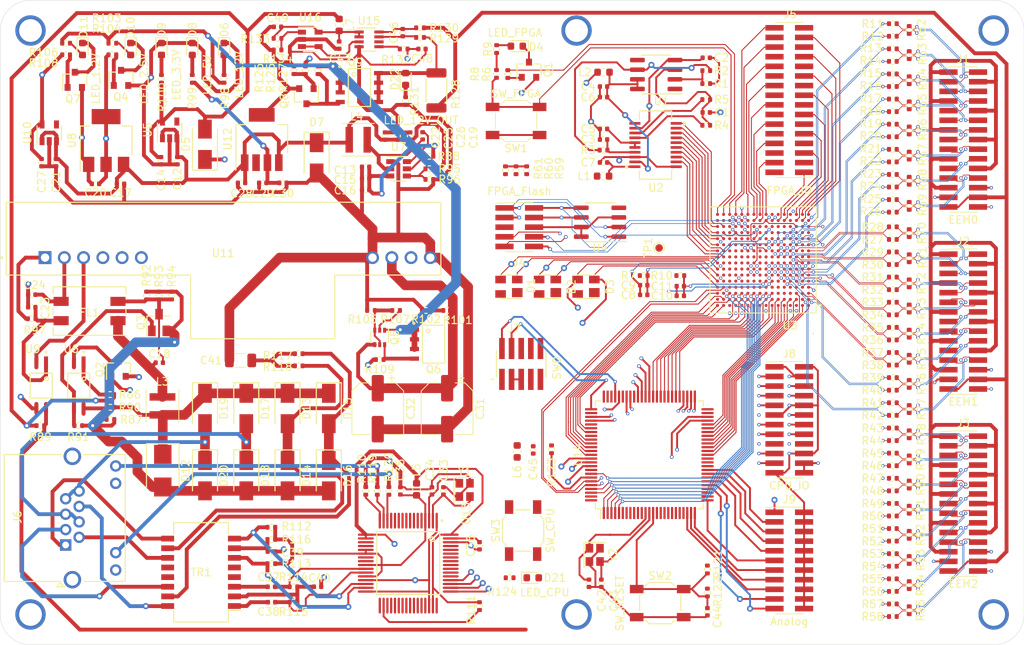
<source format=kicad_pcb>
(kicad_pcb (version 20171130) (host pcbnew 5.1.10-88a1d61d58~88~ubuntu20.04.1)

  (general
    (thickness 1.6)
    (drawings 16)
    (tracks 3400)
    (zones 0)
    (modules 254)
    (nets 306)
  )

  (page A4)
  (layers
    (0 F.Cu signal)
    (1 In1.Cu signal)
    (2 In2.Cu power)
    (31 B.Cu signal)
    (32 B.Adhes user)
    (33 F.Adhes user)
    (34 B.Paste user)
    (35 F.Paste user)
    (36 B.SilkS user)
    (37 F.SilkS user)
    (38 B.Mask user)
    (39 F.Mask user)
    (40 Dwgs.User user)
    (41 Cmts.User user)
    (42 Eco1.User user)
    (43 Eco2.User user)
    (44 Edge.Cuts user)
    (45 Margin user)
    (46 B.CrtYd user)
    (47 F.CrtYd user)
    (48 B.Fab user)
    (49 F.Fab user)
  )

  (setup
    (last_trace_width 0.127)
    (user_trace_width 0.0889)
    (user_trace_width 0.1016)
    (user_trace_width 0.127)
    (user_trace_width 0.254)
    (user_trace_width 0.508)
    (user_trace_width 0.762)
    (user_trace_width 1.016)
    (user_trace_width 1.27)
    (trace_clearance 0.0889)
    (zone_clearance 0.508)
    (zone_45_only no)
    (trace_min 0.0889)
    (via_size 0.8)
    (via_drill 0.4)
    (via_min_size 0.4)
    (via_min_drill 0.2)
    (user_via 0.4 0.2)
    (user_via 0.45 0.25)
    (user_via 0.5 0.3)
    (user_via 4.199999 4)
    (uvia_size 0.3)
    (uvia_drill 0.1)
    (uvias_allowed no)
    (uvia_min_size 0.2)
    (uvia_min_drill 0.1)
    (edge_width 0.05)
    (segment_width 0.127)
    (pcb_text_width 0.3)
    (pcb_text_size 1.5 1.5)
    (mod_edge_width 0.1524)
    (mod_text_size 1.016 1.016)
    (mod_text_width 0.1524)
    (pad_size 1.524 1.524)
    (pad_drill 0.762)
    (pad_to_mask_clearance 0)
    (solder_mask_min_width 0.00254)
    (aux_axis_origin 0 0)
    (grid_origin 210 57)
    (visible_elements FFFFFF7F)
    (pcbplotparams
      (layerselection 0x010fc_ffffffff)
      (usegerberextensions false)
      (usegerberattributes true)
      (usegerberadvancedattributes true)
      (creategerberjobfile true)
      (excludeedgelayer true)
      (linewidth 0.100000)
      (plotframeref false)
      (viasonmask false)
      (mode 1)
      (useauxorigin false)
      (hpglpennumber 1)
      (hpglpenspeed 20)
      (hpglpendiameter 15.000000)
      (psnegative false)
      (psa4output false)
      (plotreference true)
      (plotvalue true)
      (plotinvisibletext false)
      (padsonsilk false)
      (subtractmaskfromsilk false)
      (outputformat 1)
      (mirror false)
      (drillshape 1)
      (scaleselection 1)
      (outputdirectory ""))
  )

  (net 0 "")
  (net 1 "Net-(C1-Pad1)")
  (net 2 GND)
  (net 3 "Net-(C2-Pad1)")
  (net 4 /HighSpeedADC/+5VA)
  (net 5 /FPGA/GNDPLL0)
  (net 6 /FPGA/VCCPLL0)
  (net 7 /FPGA/GNDPLL1)
  (net 8 /FPGA/VCCPLL1)
  (net 9 +12V_OUT)
  (net 10 /CurrentSenser/12V_CURRENT)
  (net 11 /Power/+6V5)
  (net 12 +12V)
  (net 13 +3V3)
  (net 14 "Net-(C24-Pad1)")
  (net 15 +2V5)
  (net 16 +1V2)
  (net 17 +5V)
  (net 18 "Net-(C38-Pad1)")
  (net 19 "Net-(C40-Pad1)")
  (net 20 "Net-(C41-Pad1)")
  (net 21 /Ethernet/+3V3A)
  (net 22 "Net-(C44-Pad2)")
  (net 23 "Net-(C46-Pad1)")
  (net 24 /MCU/+3V3A)
  (net 25 +3V3MP)
  (net 26 "Net-(D4-Pad2)")
  (net 27 "Net-(D4-Pad1)")
  (net 28 "Net-(D9-Pad2)")
  (net 29 "Net-(D10-Pad2)")
  (net 30 "Net-(D11-Pad2)")
  (net 31 "Net-(D13-Pad2)")
  (net 32 /Ethernet/POE_VC-)
  (net 33 /Ethernet/POE_VC+)
  (net 34 "Net-(D15-Pad2)")
  (net 35 "Net-(D17-Pad2)")
  (net 36 "Net-(D19-Pad2)")
  (net 37 "Net-(D21-Pad2)")
  (net 38 /FPGA_IO1)
  (net 39 /FPGA_IO3)
  (net 40 /FPGA_IO5)
  (net 41 /FPGA_IO7)
  (net 42 /FPGA_IO9)
  (net 43 /FPGA_IO11)
  (net 44 /FPGA_IO13)
  (net 45 /FPGA_IO15)
  (net 46 /FPGA_IO14)
  (net 47 /FPGA_IO12)
  (net 48 /FPGA_IO10)
  (net 49 /FPGA_IO8)
  (net 50 /FPGA_IO6)
  (net 51 /FPGA_IO4)
  (net 52 /FPGA_IO2)
  (net 53 /FPGA_IO0)
  (net 54 /MCU/CPU_SWCLK)
  (net 55 /MCU/CPU_SWDIO)
  (net 56 /MCU/CPU_UART4_TX)
  (net 57 /MCU/CPU_UART4_RX)
  (net 58 /MCU/CPU_PWM_CH1)
  (net 59 /MCU/CPU_PWM_CH2)
  (net 60 /MCU/CPU_PWM_CH3)
  (net 61 /MCU/CPU_PWM_CH4)
  (net 62 /MCU/CPU_IIC2_SDA)
  (net 63 /MCU/CPU_IIC2_SCL)
  (net 64 /MCU/CPU_UART1_RX)
  (net 65 /MCU/CPU_UART1_TX)
  (net 66 /MCU/CPU_SPI2_MOSI)
  (net 67 /MCU/CPU_SPI2_MISO)
  (net 68 /MCU/CPU_SPI2_SCK)
  (net 69 /MCU/CPU_SPI2_CS)
  (net 70 /MCU/CPU_DAC1)
  (net 71 /MCU/CPU_DAC0)
  (net 72 /MCU/CPU_ADC7)
  (net 73 /MCU/CPU_ADC6)
  (net 74 /MCU/CPU_ADC5)
  (net 75 /MCU/CPU_ADC4)
  (net 76 /MCU/CPU_ADC3)
  (net 77 /MCU/CPU_ADC2)
  (net 78 /MCU/CPU_ADC1)
  (net 79 /MCU/CPU_ADC0)
  (net 80 /CurrentSenser/12V_SW)
  (net 81 "Net-(Q1-Pad1)")
  (net 82 "Net-(Q2-Pad3)")
  (net 83 /MCU/CPU_RESET)
  (net 84 "Net-(Q7-Pad1)")
  (net 85 "Net-(R1-Pad1)")
  (net 86 "Net-(R2-Pad1)")
  (net 87 "Net-(R4-Pad1)")
  (net 88 "Net-(R5-Pad2)")
  (net 89 /MCU/CPU_POE_AT_EVENT)
  (net 90 /MCU/CPU_POE_SRC_STATUS)
  (net 91 /Ethernet/RJ45_LED_G)
  (net 92 /Ethernet/RJ45_LED_Y)
  (net 93 "Net-(TP1-Pad1)")
  (net 94 "Net-(C3-Pad1)")
  (net 95 /CurrentSenser/+3V3A)
  (net 96 /EEM0_IIC_SCL)
  (net 97 /EEM0_IIC_SDA)
  (net 98 /EEM1_IIC_SCL)
  (net 99 /EEM1_IIC_SDA)
  (net 100 /EEM2_IIC_SCL)
  (net 101 /EEM2_IIC_SDA)
  (net 102 /EEM0_7_N)
  (net 103 /EEM0_6_P)
  (net 104 /EEM0_5_N)
  (net 105 /EEM0_4_P)
  (net 106 /EEM0_3_N)
  (net 107 /EEM0_2_P)
  (net 108 /EEM0_1_N)
  (net 109 /EEM0_0_P)
  (net 110 /EEM0_7_P)
  (net 111 /EEM0_6_N)
  (net 112 /EEM0_5_P)
  (net 113 /EEM0_4_N)
  (net 114 /EEM0_3_P)
  (net 115 /EEM0_2_N)
  (net 116 /EEM0_1_P)
  (net 117 /EEM0_0_N)
  (net 118 /EEM1_7_N)
  (net 119 /EEM1_6_P)
  (net 120 /EEM1_5_N)
  (net 121 /EEM1_4_P)
  (net 122 /EEM1_3_N)
  (net 123 /EEM1_2_P)
  (net 124 /EEM1_1_N)
  (net 125 /EEM1_0_P)
  (net 126 /EEM1_7_P)
  (net 127 /EEM1_6_N)
  (net 128 /EEM1_5_P)
  (net 129 /EEM1_4_N)
  (net 130 /EEM1_3_P)
  (net 131 /EEM1_2_N)
  (net 132 /EEM1_1_P)
  (net 133 /EEM1_0_N)
  (net 134 /EEM2_7_N)
  (net 135 /EEM2_6_P)
  (net 136 /EEM2_5_N)
  (net 137 /EEM2_4_P)
  (net 138 /EEM2_3_N)
  (net 139 /EEM2_2_P)
  (net 140 /EEM2_1_N)
  (net 141 /EEM2_0_P)
  (net 142 /EEM2_7_P)
  (net 143 /EEM2_6_N)
  (net 144 /EEM2_5_P)
  (net 145 /EEM2_4_N)
  (net 146 /EEM2_3_P)
  (net 147 /EEM2_2_N)
  (net 148 /EEM2_1_P)
  (net 149 /EEM2_0_N)
  (net 150 /CDONE)
  (net 151 /CRESET)
  (net 152 /SPI_CS)
  (net 153 /ENC_INT)
  (net 154 /ADC_D0)
  (net 155 /ADC_D1)
  (net 156 /ADC_D2)
  (net 157 /ADC_D3)
  (net 158 /ADC_D4)
  (net 159 /ADC_D5)
  (net 160 /ADC_D6)
  (net 161 /ADC_D7)
  (net 162 /ADC_CLK)
  (net 163 /FSMC_CLK)
  (net 164 /FSMC_D15)
  (net 165 /FSMC_D9)
  (net 166 /FSMC_D10)
  (net 167 /FSMC_D0)
  (net 168 /FSMC_A7)
  (net 169 /FSMC_NL)
  (net 170 /FSMC_NBL0)
  (net 171 /FSMC_D6)
  (net 172 /FSMC_D7)
  (net 173 /FSMC_D5)
  (net 174 /FSMC_D1)
  (net 175 /FSMC_A3)
  (net 176 /FSMC_A1)
  (net 177 /FSMC_NWAIT)
  (net 178 /FSMC_NOE)
  (net 179 /FSMC_D12)
  (net 180 /FSMC_D8)
  (net 181 /FSMC_D3)
  (net 182 /FSMC_A4)
  (net 183 /FSMC_A6)
  (net 184 /FSMC_A0)
  (net 185 /FSMC_NBL1)
  (net 186 /FSMC_D14)
  (net 187 /FSMC_D11)
  (net 188 /FSMC_D4)
  (net 189 /FSMC_A2)
  (net 190 /FSMC_D13)
  (net 191 /FSMC_D2)
  (net 192 /FSMC_A5)
  (net 193 /FSMC_NE1)
  (net 194 /FSMC_NWE)
  (net 195 /CSBSEL0)
  (net 196 /SPI_MOSI)
  (net 197 /SPI_MISO)
  (net 198 /CSBSEL1)
  (net 199 /SPI_SCK)
  (net 200 /SPI_ENC_CS)
  (net 201 "Net-(C5-Pad2)")
  (net 202 "Net-(C7-Pad2)")
  (net 203 "Net-(C18-Pad2)")
  (net 204 "Net-(C18-Pad1)")
  (net 205 "Net-(C19-Pad2)")
  (net 206 "Net-(C19-Pad1)")
  (net 207 "Net-(C23-Pad2)")
  (net 208 "Net-(C31-Pad1)")
  (net 209 "Net-(C33-Pad1)")
  (net 210 "Net-(C34-Pad1)")
  (net 211 "Net-(C36-Pad2)")
  (net 212 "Net-(C37-Pad2)")
  (net 213 "Net-(C37-Pad1)")
  (net 214 "Net-(C38-Pad2)")
  (net 215 "Net-(C39-Pad1)")
  (net 216 "Net-(C42-Pad1)")
  (net 217 "Net-(C43-Pad1)")
  (net 218 "Net-(D6-Pad2)")
  (net 219 "Net-(D8-Pad2)")
  (net 220 "Net-(D10-Pad1)")
  (net 221 "Net-(D11-Pad1)")
  (net 222 "Net-(D21-Pad1)")
  (net 223 "Net-(D22-Pad1)")
  (net 224 "Net-(Q3-Pad1)")
  (net 225 "Net-(Q4-Pad1)")
  (net 226 "Net-(Q5-Pad6)")
  (net 227 "Net-(Q5-Pad2)")
  (net 228 "Net-(Q5-Pad3)")
  (net 229 "Net-(Q8-Pad3)")
  (net 230 "Net-(Q8-Pad1)")
  (net 231 "Net-(R87-Pad1)")
  (net 232 "Net-(R132-Pad2)")
  (net 233 "Net-(U11-Pad3)")
  (net 234 "Net-(U15-Pad3)")
  (net 235 "Net-(C46-Pad2)")
  (net 236 "Net-(D22-Pad2)")
  (net 237 HSADC_IN)
  (net 238 "Net-(J6-Pad12)")
  (net 239 "Net-(J6-Pad10)")
  (net 240 "Net-(J6-Pad6)")
  (net 241 "Net-(J6-Pad2)")
  (net 242 "Net-(J6-Pad3)")
  (net 243 "Net-(J6-Pad1)")
  (net 244 "Net-(R86-Pad2)")
  (net 245 "Net-(R88-Pad1)")
  (net 246 "Net-(R95-Pad1)")
  (net 247 "Net-(R97-Pad2)")
  (net 248 "Net-(R110-Pad1)")
  (net 249 "Net-(R112-Pad1)")
  (net 250 "Net-(R113-Pad2)")
  (net 251 "Net-(R123-Pad1)")
  (net 252 "Net-(R133-Pad2)")
  (net 253 "Net-(SW3-Pad2)")
  (net 254 /FPGA/LVDS0_0_P)
  (net 255 /FPGA/LVDS0_0_N)
  (net 256 /FPGA/LVDS0_1_P)
  (net 257 /FPGA/LVDS0_1_N)
  (net 258 /FPGA/LVDS0_2_P)
  (net 259 /FPGA/LVDS0_2_N)
  (net 260 /FPGA/LVDS0_3_P)
  (net 261 /FPGA/LVDS0_3_N)
  (net 262 /FPGA/LVDS0_4_P)
  (net 263 /FPGA/LVDS0_4_N)
  (net 264 /FPGA/LVDS0_5_P)
  (net 265 /FPGA/LVDS0_5_N)
  (net 266 /FPGA/LVDS0_6_P)
  (net 267 /FPGA/LVDS0_6_N)
  (net 268 /FPGA/LVDS0_7_P)
  (net 269 /FPGA/LVDS0_7_N)
  (net 270 /FPGA/LVDS1_0_P)
  (net 271 /FPGA/LVDS1_0_N)
  (net 272 /FPGA/LVDS1_1_P)
  (net 273 /FPGA/LVDS1_1_N)
  (net 274 /FPGA/LVDS1_2_P)
  (net 275 /FPGA/LVDS1_2_N)
  (net 276 /FPGA/LVDS1_3_P)
  (net 277 /FPGA/LVDS1_3_N)
  (net 278 /FPGA/LVDS1_4_P)
  (net 279 /FPGA/LVDS1_4_N)
  (net 280 /FPGA/LVDS1_5_P)
  (net 281 /FPGA/LVDS1_5_N)
  (net 282 /FPGA/LVDS1_6_P)
  (net 283 /FPGA/LVDS1_6_N)
  (net 284 /FPGA/LVDS1_7_P)
  (net 285 /FPGA/LVDS1_7_N)
  (net 286 /FPGA/LVDS2_0_P)
  (net 287 /FPGA/LVDS2_0_N)
  (net 288 /FPGA/LVDS2_1_P)
  (net 289 /FPGA/LVDS2_1_N)
  (net 290 /FPGA/LVDS2_2_P)
  (net 291 /FPGA/LVDS2_2_N)
  (net 292 /FPGA/LVDS2_3_P)
  (net 293 /FPGA/LVDS2_3_N)
  (net 294 /FPGA/LVDS2_4_P)
  (net 295 /FPGA/LVDS2_4_N)
  (net 296 /FPGA/LVDS2_5_P)
  (net 297 /FPGA/LVDS2_5_N)
  (net 298 /FPGA/LVDS2_6_P)
  (net 299 /FPGA/LVDS2_6_N)
  (net 300 /FPGA/LVDS2_7_P)
  (net 301 /FPGA/LVDS2_7_N)
  (net 302 /FPGA/FPGA_LED)
  (net 303 /FPGA/FPGA_KEY)
  (net 304 /IIC_SCL)
  (net 305 /IIC_SDA)

  (net_class Default "This is the default net class."
    (clearance 0.0889)
    (trace_width 0.25)
    (via_dia 0.8)
    (via_drill 0.4)
    (uvia_dia 0.3)
    (uvia_drill 0.1)
    (diff_pair_width 0.0889)
    (diff_pair_gap 0.1016)
    (add_net +12V)
    (add_net +12V_OUT)
    (add_net +1V2)
    (add_net +2V5)
    (add_net +3V3)
    (add_net +3V3MP)
    (add_net +5V)
    (add_net /ADC_CLK)
    (add_net /ADC_D0)
    (add_net /ADC_D1)
    (add_net /ADC_D2)
    (add_net /ADC_D3)
    (add_net /ADC_D4)
    (add_net /ADC_D5)
    (add_net /ADC_D6)
    (add_net /ADC_D7)
    (add_net /CDONE)
    (add_net /CRESET)
    (add_net /CSBSEL0)
    (add_net /CSBSEL1)
    (add_net /CurrentSenser/+3V3A)
    (add_net /CurrentSenser/12V_CURRENT)
    (add_net /CurrentSenser/12V_SW)
    (add_net /EEM0_0_N)
    (add_net /EEM0_0_P)
    (add_net /EEM0_1_N)
    (add_net /EEM0_1_P)
    (add_net /EEM0_2_N)
    (add_net /EEM0_2_P)
    (add_net /EEM0_3_N)
    (add_net /EEM0_3_P)
    (add_net /EEM0_4_N)
    (add_net /EEM0_4_P)
    (add_net /EEM0_5_N)
    (add_net /EEM0_5_P)
    (add_net /EEM0_6_N)
    (add_net /EEM0_6_P)
    (add_net /EEM0_7_N)
    (add_net /EEM0_7_P)
    (add_net /EEM0_IIC_SCL)
    (add_net /EEM0_IIC_SDA)
    (add_net /EEM1_0_N)
    (add_net /EEM1_0_P)
    (add_net /EEM1_1_N)
    (add_net /EEM1_1_P)
    (add_net /EEM1_2_N)
    (add_net /EEM1_2_P)
    (add_net /EEM1_3_N)
    (add_net /EEM1_3_P)
    (add_net /EEM1_4_N)
    (add_net /EEM1_4_P)
    (add_net /EEM1_5_N)
    (add_net /EEM1_5_P)
    (add_net /EEM1_6_N)
    (add_net /EEM1_6_P)
    (add_net /EEM1_7_N)
    (add_net /EEM1_7_P)
    (add_net /EEM1_IIC_SCL)
    (add_net /EEM1_IIC_SDA)
    (add_net /EEM2_0_N)
    (add_net /EEM2_0_P)
    (add_net /EEM2_1_N)
    (add_net /EEM2_1_P)
    (add_net /EEM2_2_N)
    (add_net /EEM2_2_P)
    (add_net /EEM2_3_N)
    (add_net /EEM2_3_P)
    (add_net /EEM2_4_N)
    (add_net /EEM2_4_P)
    (add_net /EEM2_5_N)
    (add_net /EEM2_5_P)
    (add_net /EEM2_6_N)
    (add_net /EEM2_6_P)
    (add_net /EEM2_7_N)
    (add_net /EEM2_7_P)
    (add_net /EEM2_IIC_SCL)
    (add_net /EEM2_IIC_SDA)
    (add_net /ENC_INT)
    (add_net /Ethernet/+3V3A)
    (add_net /Ethernet/POE_VC+)
    (add_net /Ethernet/POE_VC-)
    (add_net /Ethernet/RJ45_LED_G)
    (add_net /Ethernet/RJ45_LED_Y)
    (add_net /FPGA/FPGA_KEY)
    (add_net /FPGA/FPGA_LED)
    (add_net /FPGA/GNDPLL0)
    (add_net /FPGA/GNDPLL1)
    (add_net /FPGA/LVDS0_0_N)
    (add_net /FPGA/LVDS0_0_P)
    (add_net /FPGA/LVDS0_1_N)
    (add_net /FPGA/LVDS0_1_P)
    (add_net /FPGA/LVDS0_2_N)
    (add_net /FPGA/LVDS0_2_P)
    (add_net /FPGA/LVDS0_3_N)
    (add_net /FPGA/LVDS0_3_P)
    (add_net /FPGA/LVDS0_4_N)
    (add_net /FPGA/LVDS0_4_P)
    (add_net /FPGA/LVDS0_5_N)
    (add_net /FPGA/LVDS0_5_P)
    (add_net /FPGA/LVDS0_6_N)
    (add_net /FPGA/LVDS0_6_P)
    (add_net /FPGA/LVDS0_7_N)
    (add_net /FPGA/LVDS0_7_P)
    (add_net /FPGA/LVDS1_0_N)
    (add_net /FPGA/LVDS1_0_P)
    (add_net /FPGA/LVDS1_1_N)
    (add_net /FPGA/LVDS1_1_P)
    (add_net /FPGA/LVDS1_2_N)
    (add_net /FPGA/LVDS1_2_P)
    (add_net /FPGA/LVDS1_3_N)
    (add_net /FPGA/LVDS1_3_P)
    (add_net /FPGA/LVDS1_4_N)
    (add_net /FPGA/LVDS1_4_P)
    (add_net /FPGA/LVDS1_5_N)
    (add_net /FPGA/LVDS1_5_P)
    (add_net /FPGA/LVDS1_6_N)
    (add_net /FPGA/LVDS1_6_P)
    (add_net /FPGA/LVDS1_7_N)
    (add_net /FPGA/LVDS1_7_P)
    (add_net /FPGA/LVDS2_0_N)
    (add_net /FPGA/LVDS2_0_P)
    (add_net /FPGA/LVDS2_1_N)
    (add_net /FPGA/LVDS2_1_P)
    (add_net /FPGA/LVDS2_2_N)
    (add_net /FPGA/LVDS2_2_P)
    (add_net /FPGA/LVDS2_3_N)
    (add_net /FPGA/LVDS2_3_P)
    (add_net /FPGA/LVDS2_4_N)
    (add_net /FPGA/LVDS2_4_P)
    (add_net /FPGA/LVDS2_5_N)
    (add_net /FPGA/LVDS2_5_P)
    (add_net /FPGA/LVDS2_6_N)
    (add_net /FPGA/LVDS2_6_P)
    (add_net /FPGA/LVDS2_7_N)
    (add_net /FPGA/LVDS2_7_P)
    (add_net /FPGA/VCCPLL0)
    (add_net /FPGA/VCCPLL1)
    (add_net /FPGA_IO0)
    (add_net /FPGA_IO1)
    (add_net /FPGA_IO10)
    (add_net /FPGA_IO11)
    (add_net /FPGA_IO12)
    (add_net /FPGA_IO13)
    (add_net /FPGA_IO14)
    (add_net /FPGA_IO15)
    (add_net /FPGA_IO2)
    (add_net /FPGA_IO3)
    (add_net /FPGA_IO4)
    (add_net /FPGA_IO5)
    (add_net /FPGA_IO6)
    (add_net /FPGA_IO7)
    (add_net /FPGA_IO8)
    (add_net /FPGA_IO9)
    (add_net /FSMC_A0)
    (add_net /FSMC_A1)
    (add_net /FSMC_A2)
    (add_net /FSMC_A3)
    (add_net /FSMC_A4)
    (add_net /FSMC_A5)
    (add_net /FSMC_A6)
    (add_net /FSMC_A7)
    (add_net /FSMC_CLK)
    (add_net /FSMC_D0)
    (add_net /FSMC_D1)
    (add_net /FSMC_D10)
    (add_net /FSMC_D11)
    (add_net /FSMC_D12)
    (add_net /FSMC_D13)
    (add_net /FSMC_D14)
    (add_net /FSMC_D15)
    (add_net /FSMC_D2)
    (add_net /FSMC_D3)
    (add_net /FSMC_D4)
    (add_net /FSMC_D5)
    (add_net /FSMC_D6)
    (add_net /FSMC_D7)
    (add_net /FSMC_D8)
    (add_net /FSMC_D9)
    (add_net /FSMC_NBL0)
    (add_net /FSMC_NBL1)
    (add_net /FSMC_NE1)
    (add_net /FSMC_NL)
    (add_net /FSMC_NOE)
    (add_net /FSMC_NWAIT)
    (add_net /FSMC_NWE)
    (add_net /HighSpeedADC/+5VA)
    (add_net /IIC_SCL)
    (add_net /IIC_SDA)
    (add_net /MCU/+3V3A)
    (add_net /MCU/CPU_ADC0)
    (add_net /MCU/CPU_ADC1)
    (add_net /MCU/CPU_ADC2)
    (add_net /MCU/CPU_ADC3)
    (add_net /MCU/CPU_ADC4)
    (add_net /MCU/CPU_ADC5)
    (add_net /MCU/CPU_ADC6)
    (add_net /MCU/CPU_ADC7)
    (add_net /MCU/CPU_DAC0)
    (add_net /MCU/CPU_DAC1)
    (add_net /MCU/CPU_IIC2_SCL)
    (add_net /MCU/CPU_IIC2_SDA)
    (add_net /MCU/CPU_POE_AT_EVENT)
    (add_net /MCU/CPU_POE_SRC_STATUS)
    (add_net /MCU/CPU_PWM_CH1)
    (add_net /MCU/CPU_PWM_CH2)
    (add_net /MCU/CPU_PWM_CH3)
    (add_net /MCU/CPU_PWM_CH4)
    (add_net /MCU/CPU_RESET)
    (add_net /MCU/CPU_SPI2_CS)
    (add_net /MCU/CPU_SPI2_MISO)
    (add_net /MCU/CPU_SPI2_MOSI)
    (add_net /MCU/CPU_SPI2_SCK)
    (add_net /MCU/CPU_SWCLK)
    (add_net /MCU/CPU_SWDIO)
    (add_net /MCU/CPU_UART1_RX)
    (add_net /MCU/CPU_UART1_TX)
    (add_net /MCU/CPU_UART4_RX)
    (add_net /MCU/CPU_UART4_TX)
    (add_net /Power/+6V5)
    (add_net /SPI_CS)
    (add_net /SPI_ENC_CS)
    (add_net /SPI_MISO)
    (add_net /SPI_MOSI)
    (add_net /SPI_SCK)
    (add_net GND)
    (add_net HSADC_IN)
    (add_net "Net-(C1-Pad1)")
    (add_net "Net-(C18-Pad1)")
    (add_net "Net-(C18-Pad2)")
    (add_net "Net-(C19-Pad1)")
    (add_net "Net-(C19-Pad2)")
    (add_net "Net-(C2-Pad1)")
    (add_net "Net-(C23-Pad2)")
    (add_net "Net-(C24-Pad1)")
    (add_net "Net-(C3-Pad1)")
    (add_net "Net-(C31-Pad1)")
    (add_net "Net-(C33-Pad1)")
    (add_net "Net-(C34-Pad1)")
    (add_net "Net-(C36-Pad2)")
    (add_net "Net-(C37-Pad1)")
    (add_net "Net-(C37-Pad2)")
    (add_net "Net-(C38-Pad1)")
    (add_net "Net-(C38-Pad2)")
    (add_net "Net-(C39-Pad1)")
    (add_net "Net-(C40-Pad1)")
    (add_net "Net-(C41-Pad1)")
    (add_net "Net-(C42-Pad1)")
    (add_net "Net-(C43-Pad1)")
    (add_net "Net-(C44-Pad2)")
    (add_net "Net-(C46-Pad1)")
    (add_net "Net-(C46-Pad2)")
    (add_net "Net-(C5-Pad2)")
    (add_net "Net-(C7-Pad2)")
    (add_net "Net-(D10-Pad1)")
    (add_net "Net-(D10-Pad2)")
    (add_net "Net-(D11-Pad1)")
    (add_net "Net-(D11-Pad2)")
    (add_net "Net-(D13-Pad2)")
    (add_net "Net-(D15-Pad2)")
    (add_net "Net-(D17-Pad2)")
    (add_net "Net-(D19-Pad2)")
    (add_net "Net-(D21-Pad1)")
    (add_net "Net-(D21-Pad2)")
    (add_net "Net-(D22-Pad1)")
    (add_net "Net-(D22-Pad2)")
    (add_net "Net-(D4-Pad1)")
    (add_net "Net-(D4-Pad2)")
    (add_net "Net-(D6-Pad2)")
    (add_net "Net-(D8-Pad2)")
    (add_net "Net-(D9-Pad2)")
    (add_net "Net-(J6-Pad1)")
    (add_net "Net-(J6-Pad10)")
    (add_net "Net-(J6-Pad12)")
    (add_net "Net-(J6-Pad2)")
    (add_net "Net-(J6-Pad3)")
    (add_net "Net-(J6-Pad6)")
    (add_net "Net-(Q1-Pad1)")
    (add_net "Net-(Q2-Pad3)")
    (add_net "Net-(Q3-Pad1)")
    (add_net "Net-(Q4-Pad1)")
    (add_net "Net-(Q5-Pad2)")
    (add_net "Net-(Q5-Pad3)")
    (add_net "Net-(Q5-Pad6)")
    (add_net "Net-(Q7-Pad1)")
    (add_net "Net-(Q8-Pad1)")
    (add_net "Net-(Q8-Pad3)")
    (add_net "Net-(R1-Pad1)")
    (add_net "Net-(R110-Pad1)")
    (add_net "Net-(R112-Pad1)")
    (add_net "Net-(R113-Pad2)")
    (add_net "Net-(R123-Pad1)")
    (add_net "Net-(R132-Pad2)")
    (add_net "Net-(R133-Pad2)")
    (add_net "Net-(R2-Pad1)")
    (add_net "Net-(R4-Pad1)")
    (add_net "Net-(R5-Pad2)")
    (add_net "Net-(R86-Pad2)")
    (add_net "Net-(R87-Pad1)")
    (add_net "Net-(R88-Pad1)")
    (add_net "Net-(R95-Pad1)")
    (add_net "Net-(R97-Pad2)")
    (add_net "Net-(SW3-Pad2)")
    (add_net "Net-(TP1-Pad1)")
    (add_net "Net-(U11-Pad3)")
    (add_net "Net-(U15-Pad3)")
  )

  (module Capacitor_SMD:C_0402_1005Metric (layer F.Cu) (tedit 5F68FEEE) (tstamp 60D13E4F)
    (at 156.64 129.888 270)
    (descr "Capacitor SMD 0402 (1005 Metric), square (rectangular) end terminal, IPC_7351 nominal, (Body size source: IPC-SM-782 page 76, https://www.pcb-3d.com/wordpress/wp-content/uploads/ipc-sm-782a_amendment_1_and_2.pdf), generated with kicad-footprint-generator")
    (tags capacitor)
    (path /60C2FDBB/618C8494)
    (attr smd)
    (fp_text reference C42 (at 2.3 -1.67 90) (layer F.SilkS)
      (effects (font (size 1.016 1.016) (thickness 0.1524)))
    )
    (fp_text value 22pF (at 0 1.16 90) (layer F.SilkS) hide
      (effects (font (size 1 1) (thickness 0.15)))
    )
    (fp_line (start -0.5 0.25) (end -0.5 -0.25) (layer F.Fab) (width 0.15))
    (fp_line (start -0.5 -0.25) (end 0.5 -0.25) (layer F.Fab) (width 0.15))
    (fp_line (start 0.5 -0.25) (end 0.5 0.25) (layer F.Fab) (width 0.15))
    (fp_line (start 0.5 0.25) (end -0.5 0.25) (layer F.Fab) (width 0.15))
    (fp_line (start -0.107836 -0.36) (end 0.107836 -0.36) (layer F.SilkS) (width 0.1524))
    (fp_line (start -0.107836 0.36) (end 0.107836 0.36) (layer F.SilkS) (width 0.1524))
    (fp_line (start -0.91 0.46) (end -0.91 -0.46) (layer F.CrtYd) (width 0.05))
    (fp_line (start -0.91 -0.46) (end 0.91 -0.46) (layer F.CrtYd) (width 0.05))
    (fp_line (start 0.91 -0.46) (end 0.91 0.46) (layer F.CrtYd) (width 0.05))
    (fp_line (start 0.91 0.46) (end -0.91 0.46) (layer F.CrtYd) (width 0.05))
    (fp_text user %R (at 0 0 90) (layer F.Fab) hide
      (effects (font (size 1 1) (thickness 0.15)))
    )
    (pad 2 smd roundrect (at 0.48 0 270) (size 0.56 0.62) (layers F.Cu F.Paste F.Mask) (roundrect_rratio 0.25)
      (net 2 GND))
    (pad 1 smd roundrect (at -0.48 0 270) (size 0.56 0.62) (layers F.Cu F.Paste F.Mask) (roundrect_rratio 0.25)
      (net 216 "Net-(C42-Pad1)"))
    (model ${KISYS3DMOD}/Capacitor_SMD.3dshapes/C_0402_1005Metric.wrl
      (at (xyz 0 0 0))
      (scale (xyz 1 1 1))
      (rotate (xyz 0 0 0))
    )
  )

  (module TestAutomation:iCE40-BGA256C80P16X16_1400X1400X170 (layer F.Cu) (tedit 60D04091) (tstamp 60D2846B)
    (at 179.592 87.249 180)
    (path /60C0E996/623CB106)
    (clearance 0.05)
    (fp_text reference U3 (at -3.559775 -8.646615) (layer F.SilkS)
      (effects (font (size 1 1) (thickness 0.15)))
    )
    (fp_text value ICE40HX8K-CT256 (at 11.703105 8.648415) (layer F.Fab) hide
      (effects (font (size 1.001551 1.001551) (thickness 0.015)))
    )
    (fp_line (start 7.25 7.25) (end 7.25 -7.25) (layer F.CrtYd) (width 0.05))
    (fp_line (start -7.25 7.25) (end -7.25 -7.25) (layer F.CrtYd) (width 0.05))
    (fp_line (start -7.25 -7.25) (end 7.25 -7.25) (layer F.CrtYd) (width 0.05))
    (fp_line (start -7.25 7.25) (end 7.25 7.25) (layer F.CrtYd) (width 0.05))
    (fp_line (start -7 7) (end -7 -7) (layer F.SilkS) (width 0.127))
    (fp_line (start 7 7) (end 7 -7) (layer F.SilkS) (width 0.127))
    (fp_line (start -7 7) (end -7 -7) (layer F.Fab) (width 0.127))
    (fp_line (start 7 7) (end 7 -7) (layer F.Fab) (width 0.127))
    (fp_line (start 7 -7) (end -7 -7) (layer F.SilkS) (width 0.127))
    (fp_line (start 7 7) (end -7 7) (layer F.SilkS) (width 0.127))
    (fp_line (start 7 -7) (end -7 -7) (layer F.Fab) (width 0.127))
    (fp_line (start 7 7) (end -7 7) (layer F.Fab) (width 0.127))
    (fp_circle (center -6 -6) (end -5.9 -6) (layer F.Fab) (width 0.2))
    (fp_circle (center -7.5 -6) (end -7.4 -6) (layer F.SilkS) (width 0.2))
    (pad A1 smd circle (at -6 -6 180) (size 0.41 0.41) (layers F.Cu F.Paste F.Mask)
      (net 188 /FSMC_D4))
    (pad A2 smd circle (at -5.2 -6 180) (size 0.41 0.41) (layers F.Cu F.Paste F.Mask)
      (net 173 /FSMC_D5))
    (pad A3 smd circle (at -4.4 -6 180) (size 0.41 0.41) (layers F.Cu F.Paste F.Mask)
      (net 13 +3V3))
    (pad A4 smd circle (at -3.6 -6 180) (size 0.41 0.41) (layers F.Cu F.Paste F.Mask)
      (net 2 GND))
    (pad A5 smd circle (at -2.8 -6 180) (size 0.41 0.41) (layers F.Cu F.Paste F.Mask)
      (net 165 /FSMC_D9))
    (pad A6 smd circle (at -2 -6 180) (size 0.41 0.41) (layers F.Cu F.Paste F.Mask)
      (net 187 /FSMC_D11))
    (pad A7 smd circle (at -1.2 -6 180) (size 0.41 0.41) (layers F.Cu F.Paste F.Mask)
      (net 190 /FSMC_D13))
    (pad A8 smd circle (at -0.4 -6 180) (size 0.41 0.41) (layers F.Cu F.Paste F.Mask)
      (net 13 +3V3))
    (pad A9 smd circle (at 0.4 -6 180) (size 0.41 0.41) (layers F.Cu F.Paste F.Mask)
      (net 184 /FSMC_A0))
    (pad A10 smd circle (at 1.2 -6 180) (size 0.41 0.41) (layers F.Cu F.Paste F.Mask)
      (net 189 /FSMC_A2))
    (pad A11 smd circle (at 2 -6 180) (size 0.41 0.41) (layers F.Cu F.Paste F.Mask)
      (net 174 /FSMC_D1))
    (pad A12 smd circle (at 2.8 -6 180) (size 0.41 0.41) (layers F.Cu F.Paste F.Mask)
      (net 2 GND))
    (pad A13 smd circle (at 3.6 -6 180) (size 0.41 0.41) (layers F.Cu F.Paste F.Mask)
      (net 13 +3V3))
    (pad A14 smd circle (at 4.4 -6 180) (size 0.41 0.41) (layers F.Cu F.Paste F.Mask)
      (net 16 +1V2))
    (pad A15 smd circle (at 5.2 -6 180) (size 0.41 0.41) (layers F.Cu F.Paste F.Mask)
      (net 178 /FSMC_NOE))
    (pad A16 smd circle (at 6 -6 180) (size 0.41 0.41) (layers F.Cu F.Paste F.Mask)
      (net 194 /FSMC_NWE))
    (pad B1 smd circle (at -6 -5.2 180) (size 0.41 0.41) (layers F.Cu F.Paste F.Mask)
      (net 283 /FPGA/LVDS1_6_N))
    (pad B2 smd circle (at -5.2 -5.2 180) (size 0.41 0.41) (layers F.Cu F.Paste F.Mask)
      (net 285 /FPGA/LVDS1_7_N))
    (pad B3 smd circle (at -4.4 -5.2 180) (size 0.41 0.41) (layers F.Cu F.Paste F.Mask)
      (net 172 /FSMC_D7))
    (pad B4 smd circle (at -3.6 -5.2 180) (size 0.41 0.41) (layers F.Cu F.Paste F.Mask)
      (net 180 /FSMC_D8))
    (pad B5 smd circle (at -2.8 -5.2 180) (size 0.41 0.41) (layers F.Cu F.Paste F.Mask)
      (net 166 /FSMC_D10))
    (pad B6 smd circle (at -2 -5.2 180) (size 0.41 0.41) (layers F.Cu F.Paste F.Mask)
      (net 179 /FSMC_D12))
    (pad B7 smd circle (at -1.2 -5.2 180) (size 0.41 0.41) (layers F.Cu F.Paste F.Mask)
      (net 186 /FSMC_D14))
    (pad B8 smd circle (at -0.4 -5.2 180) (size 0.41 0.41) (layers F.Cu F.Paste F.Mask)
      (net 164 /FSMC_D15))
    (pad B9 smd circle (at 0.4 -5.2 180) (size 0.41 0.41) (layers F.Cu F.Paste F.Mask)
      (net 176 /FSMC_A1))
    (pad B10 smd circle (at 1.2 -5.2 180) (size 0.41 0.41) (layers F.Cu F.Paste F.Mask)
      (net 167 /FSMC_D0))
    (pad B11 smd circle (at 2 -5.2 180) (size 0.41 0.41) (layers F.Cu F.Paste F.Mask)
      (net 191 /FSMC_D2))
    (pad B12 smd circle (at 2.8 -5.2 180) (size 0.41 0.41) (layers F.Cu F.Paste F.Mask)
      (net 181 /FSMC_D3))
    (pad B13 smd circle (at 3.6 -5.2 180) (size 0.41 0.41) (layers F.Cu F.Paste F.Mask)
      (net 163 /FSMC_CLK))
    (pad B14 smd circle (at 4.4 -5.2 180) (size 0.41 0.41) (layers F.Cu F.Paste F.Mask)
      (net 177 /FSMC_NWAIT))
    (pad B15 smd circle (at 5.2 -5.2 180) (size 0.41 0.41) (layers F.Cu F.Paste F.Mask)
      (net 193 /FSMC_NE1))
    (pad B16 smd circle (at 6 -5.2 180) (size 0.41 0.41) (layers F.Cu F.Paste F.Mask))
    (pad C1 smd circle (at -6 -4.4 180) (size 0.41 0.41) (layers F.Cu F.Paste F.Mask)
      (net 280 /FPGA/LVDS1_5_P))
    (pad C2 smd circle (at -5.2 -4.4 180) (size 0.41 0.41) (layers F.Cu F.Paste F.Mask)
      (net 281 /FPGA/LVDS1_5_N))
    (pad C3 smd circle (at -4.4 -4.4 180) (size 0.41 0.41) (layers F.Cu F.Paste F.Mask)
      (net 171 /FSMC_D6))
    (pad C4 smd circle (at -3.6 -4.4 180) (size 0.41 0.41) (layers F.Cu F.Paste F.Mask))
    (pad C5 smd circle (at -2.8 -4.4 180) (size 0.41 0.41) (layers F.Cu F.Paste F.Mask))
    (pad C6 smd circle (at -2 -4.4 180) (size 0.41 0.41) (layers F.Cu F.Paste F.Mask))
    (pad C7 smd circle (at -1.2 -4.4 180) (size 0.41 0.41) (layers F.Cu F.Paste F.Mask)
      (net 183 /FSMC_A6))
    (pad C8 smd circle (at -0.4 -4.4 180) (size 0.41 0.41) (layers F.Cu F.Paste F.Mask)
      (net 192 /FSMC_A5))
    (pad C9 smd circle (at 0.4 -4.4 180) (size 0.41 0.41) (layers F.Cu F.Paste F.Mask)
      (net 182 /FSMC_A4))
    (pad C10 smd circle (at 1.2 -4.4 180) (size 0.41 0.41) (layers F.Cu F.Paste F.Mask)
      (net 175 /FSMC_A3))
    (pad C11 smd circle (at 2 -4.4 180) (size 0.41 0.41) (layers F.Cu F.Paste F.Mask)
      (net 168 /FSMC_A7))
    (pad C12 smd circle (at 2.8 -4.4 180) (size 0.41 0.41) (layers F.Cu F.Paste F.Mask)
      (net 185 /FSMC_NBL1))
    (pad C13 smd circle (at 3.6 -4.4 180) (size 0.41 0.41) (layers F.Cu F.Paste F.Mask)
      (net 170 /FSMC_NBL0))
    (pad C14 smd circle (at 4.4 -4.4 180) (size 0.41 0.41) (layers F.Cu F.Paste F.Mask)
      (net 169 /FSMC_NL))
    (pad C15 smd circle (at 5.2 -4.4 180) (size 0.41 0.41) (layers F.Cu F.Paste F.Mask)
      (net 13 +3V3))
    (pad C16 smd circle (at 6 -4.4 180) (size 0.41 0.41) (layers F.Cu F.Paste F.Mask)
      (net 305 /IIC_SDA))
    (pad D1 smd circle (at -6 -3.6 180) (size 0.41 0.41) (layers F.Cu F.Paste F.Mask)
      (net 301 /FPGA/LVDS2_7_N))
    (pad D2 smd circle (at -5.2 -3.6 180) (size 0.41 0.41) (layers F.Cu F.Paste F.Mask)
      (net 279 /FPGA/LVDS1_4_N))
    (pad D3 smd circle (at -4.4 -3.6 180) (size 0.41 0.41) (layers F.Cu F.Paste F.Mask))
    (pad D4 smd circle (at -3.6 -3.6 180) (size 0.41 0.41) (layers F.Cu F.Paste F.Mask))
    (pad D5 smd circle (at -2.8 -3.6 180) (size 0.41 0.41) (layers F.Cu F.Paste F.Mask))
    (pad D6 smd circle (at -2 -3.6 180) (size 0.41 0.41) (layers F.Cu F.Paste F.Mask))
    (pad D7 smd circle (at -1.2 -3.6 180) (size 0.41 0.41) (layers F.Cu F.Paste F.Mask))
    (pad D8 smd circle (at -0.4 -3.6 180) (size 0.41 0.41) (layers F.Cu F.Paste F.Mask))
    (pad D9 smd circle (at 0.4 -3.6 180) (size 0.41 0.41) (layers F.Cu F.Paste F.Mask))
    (pad D10 smd circle (at 1.2 -3.6 180) (size 0.41 0.41) (layers F.Cu F.Paste F.Mask))
    (pad D11 smd circle (at 2 -3.6 180) (size 0.41 0.41) (layers F.Cu F.Paste F.Mask))
    (pad D12 smd circle (at 2.8 -3.6 180) (size 0.41 0.41) (layers F.Cu F.Paste F.Mask)
      (net 93 "Net-(TP1-Pad1)"))
    (pad D13 smd circle (at 3.6 -3.6 180) (size 0.41 0.41) (layers F.Cu F.Paste F.Mask))
    (pad D14 smd circle (at 4.4 -3.6 180) (size 0.41 0.41) (layers F.Cu F.Paste F.Mask))
    (pad D15 smd circle (at 5.2 -3.6 180) (size 0.41 0.41) (layers F.Cu F.Paste F.Mask)
      (net 304 /IIC_SCL))
    (pad D16 smd circle (at 6 -3.6 180) (size 0.41 0.41) (layers F.Cu F.Paste F.Mask)
      (net 101 /EEM2_IIC_SDA))
    (pad E1 smd circle (at -6 -2.8 180) (size 0.41 0.41) (layers F.Cu F.Paste F.Mask)
      (net 15 +2V5))
    (pad E2 smd circle (at -5.2 -2.8 180) (size 0.41 0.41) (layers F.Cu F.Paste F.Mask)
      (net 297 /FPGA/LVDS2_5_N))
    (pad E3 smd circle (at -4.4 -2.8 180) (size 0.41 0.41) (layers F.Cu F.Paste F.Mask)
      (net 269 /FPGA/LVDS0_7_N))
    (pad E4 smd circle (at -3.6 -2.8 180) (size 0.41 0.41) (layers F.Cu F.Paste F.Mask)
      (net 284 /FPGA/LVDS1_7_P))
    (pad E5 smd circle (at -2.8 -2.8 180) (size 0.41 0.41) (layers F.Cu F.Paste F.Mask))
    (pad E6 smd circle (at -2 -2.8 180) (size 0.41 0.41) (layers F.Cu F.Paste F.Mask))
    (pad E7 smd circle (at -1.2 -2.8 180) (size 0.41 0.41) (layers F.Cu F.Paste F.Mask)
      (net 7 /FPGA/GNDPLL1))
    (pad E8 smd circle (at -0.4 -2.8 180) (size 0.41 0.41) (layers F.Cu F.Paste F.Mask)
      (net 8 /FPGA/VCCPLL1))
    (pad E9 smd circle (at 0.4 -2.8 180) (size 0.41 0.41) (layers F.Cu F.Paste F.Mask))
    (pad E10 smd circle (at 1.2 -2.8 180) (size 0.41 0.41) (layers F.Cu F.Paste F.Mask))
    (pad E11 smd circle (at 2 -2.8 180) (size 0.41 0.41) (layers F.Cu F.Paste F.Mask))
    (pad E12 smd circle (at 2.8 -2.8 180) (size 0.41 0.41) (layers F.Cu F.Paste F.Mask)
      (net 15 +2V5))
    (pad E13 smd circle (at 3.6 -2.8 180) (size 0.41 0.41) (layers F.Cu F.Paste F.Mask))
    (pad E14 smd circle (at 4.4 -2.8 180) (size 0.41 0.41) (layers F.Cu F.Paste F.Mask))
    (pad E15 smd circle (at 5.2 -2.8 180) (size 0.41 0.41) (layers F.Cu F.Paste F.Mask)
      (net 2 GND))
    (pad E16 smd circle (at 6 -2.8 180) (size 0.41 0.41) (layers F.Cu F.Paste F.Mask)
      (net 100 /EEM2_IIC_SCL))
    (pad F1 smd circle (at -6 -2 180) (size 0.41 0.41) (layers F.Cu F.Paste F.Mask)
      (net 277 /FPGA/LVDS1_3_N))
    (pad F2 smd circle (at -5.2 -2 180) (size 0.41 0.41) (layers F.Cu F.Paste F.Mask)
      (net 267 /FPGA/LVDS0_6_N))
    (pad F3 smd circle (at -4.4 -2 180) (size 0.41 0.41) (layers F.Cu F.Paste F.Mask)
      (net 299 /FPGA/LVDS2_6_N))
    (pad F4 smd circle (at -3.6 -2 180) (size 0.41 0.41) (layers F.Cu F.Paste F.Mask)
      (net 278 /FPGA/LVDS1_4_P))
    (pad F5 smd circle (at -2.8 -2 180) (size 0.41 0.41) (layers F.Cu F.Paste F.Mask)
      (net 282 /FPGA/LVDS1_6_P))
    (pad F6 smd circle (at -2 -2 180) (size 0.41 0.41) (layers F.Cu F.Paste F.Mask)
      (net 16 +1V2))
    (pad F7 smd circle (at -1.2 -2 180) (size 0.41 0.41) (layers F.Cu F.Paste F.Mask))
    (pad F8 smd circle (at -0.4 -2 180) (size 0.41 0.41) (layers F.Cu F.Paste F.Mask)
      (net 13 +3V3))
    (pad F9 smd circle (at 0.4 -2 180) (size 0.41 0.41) (layers F.Cu F.Paste F.Mask))
    (pad F10 smd circle (at 1.2 -2 180) (size 0.41 0.41) (layers F.Cu F.Paste F.Mask)
      (net 16 +1V2))
    (pad F11 smd circle (at 2 -2 180) (size 0.41 0.41) (layers F.Cu F.Paste F.Mask))
    (pad F12 smd circle (at 2.8 -2 180) (size 0.41 0.41) (layers F.Cu F.Paste F.Mask))
    (pad F13 smd circle (at 3.6 -2 180) (size 0.41 0.41) (layers F.Cu F.Paste F.Mask))
    (pad F14 smd circle (at 4.4 -2 180) (size 0.41 0.41) (layers F.Cu F.Paste F.Mask))
    (pad F15 smd circle (at 5.2 -2 180) (size 0.41 0.41) (layers F.Cu F.Paste F.Mask))
    (pad F16 smd circle (at 6 -2 180) (size 0.41 0.41) (layers F.Cu F.Paste F.Mask)
      (net 99 /EEM1_IIC_SDA))
    (pad G1 smd circle (at -6 -1.2 180) (size 0.41 0.41) (layers F.Cu F.Paste F.Mask)
      (net 295 /FPGA/LVDS2_4_N))
    (pad G2 smd circle (at -5.2 -1.2 180) (size 0.41 0.41) (layers F.Cu F.Paste F.Mask)
      (net 265 /FPGA/LVDS0_5_N))
    (pad G3 smd circle (at -4.4 -1.2 180) (size 0.41 0.41) (layers F.Cu F.Paste F.Mask)
      (net 298 /FPGA/LVDS2_6_P))
    (pad G4 smd circle (at -3.6 -1.2 180) (size 0.41 0.41) (layers F.Cu F.Paste F.Mask)
      (net 268 /FPGA/LVDS0_7_P))
    (pad G5 smd circle (at -2.8 -1.2 180) (size 0.41 0.41) (layers F.Cu F.Paste F.Mask)
      (net 300 /FPGA/LVDS2_7_P))
    (pad G6 smd circle (at -2 -1.2 180) (size 0.41 0.41) (layers F.Cu F.Paste F.Mask)
      (net 15 +2V5))
    (pad G7 smd circle (at -1.2 -1.2 180) (size 0.41 0.41) (layers F.Cu F.Paste F.Mask)
      (net 2 GND))
    (pad G8 smd circle (at -0.4 -1.2 180) (size 0.41 0.41) (layers F.Cu F.Paste F.Mask)
      (net 2 GND))
    (pad G9 smd circle (at 0.4 -1.2 180) (size 0.41 0.41) (layers F.Cu F.Paste F.Mask)
      (net 2 GND))
    (pad G10 smd circle (at 1.2 -1.2 180) (size 0.41 0.41) (layers F.Cu F.Paste F.Mask))
    (pad G11 smd circle (at 2 -1.2 180) (size 0.41 0.41) (layers F.Cu F.Paste F.Mask))
    (pad G12 smd circle (at 2.8 -1.2 180) (size 0.41 0.41) (layers F.Cu F.Paste F.Mask))
    (pad G13 smd circle (at 3.6 -1.2 180) (size 0.41 0.41) (layers F.Cu F.Paste F.Mask))
    (pad G14 smd circle (at 4.4 -1.2 180) (size 0.41 0.41) (layers F.Cu F.Paste F.Mask))
    (pad G15 smd circle (at 5.2 -1.2 180) (size 0.41 0.41) (layers F.Cu F.Paste F.Mask))
    (pad G16 smd circle (at 6 -1.2 180) (size 0.41 0.41) (layers F.Cu F.Paste F.Mask)
      (net 98 /EEM1_IIC_SCL))
    (pad H1 smd circle (at -6 -0.4 180) (size 0.41 0.41) (layers F.Cu F.Paste F.Mask)
      (net 275 /FPGA/LVDS1_2_N))
    (pad H2 smd circle (at -5.2 -0.4 180) (size 0.41 0.41) (layers F.Cu F.Paste F.Mask)
      (net 263 /FPGA/LVDS0_4_N))
    (pad H3 smd circle (at -4.4 -0.4 180) (size 0.41 0.41) (layers F.Cu F.Paste F.Mask)
      (net 266 /FPGA/LVDS0_6_P))
    (pad H4 smd circle (at -3.6 -0.4 180) (size 0.41 0.41) (layers F.Cu F.Paste F.Mask)
      (net 264 /FPGA/LVDS0_5_P))
    (pad H5 smd circle (at -2.8 -0.4 180) (size 0.41 0.41) (layers F.Cu F.Paste F.Mask)
      (net 296 /FPGA/LVDS2_5_P))
    (pad H6 smd circle (at -2 -0.4 180) (size 0.41 0.41) (layers F.Cu F.Paste F.Mask)
      (net 276 /FPGA/LVDS1_3_P))
    (pad H7 smd circle (at -1.2 -0.4 180) (size 0.41 0.41) (layers F.Cu F.Paste F.Mask)
      (net 2 GND))
    (pad H8 smd circle (at -0.4 -0.4 180) (size 0.41 0.41) (layers F.Cu F.Paste F.Mask)
      (net 2 GND))
    (pad H9 smd circle (at 0.4 -0.4 180) (size 0.41 0.41) (layers F.Cu F.Paste F.Mask)
      (net 2 GND))
    (pad H10 smd circle (at 1.2 -0.4 180) (size 0.41 0.41) (layers F.Cu F.Paste F.Mask)
      (net 13 +3V3))
    (pad H11 smd circle (at 2 -0.4 180) (size 0.41 0.41) (layers F.Cu F.Paste F.Mask))
    (pad H12 smd circle (at 2.8 -0.4 180) (size 0.41 0.41) (layers F.Cu F.Paste F.Mask))
    (pad H13 smd circle (at 3.6 -0.4 180) (size 0.41 0.41) (layers F.Cu F.Paste F.Mask))
    (pad H14 smd circle (at 4.4 -0.4 180) (size 0.41 0.41) (layers F.Cu F.Paste F.Mask))
    (pad H15 smd circle (at 5.2 -0.4 180) (size 0.41 0.41) (layers F.Cu F.Paste F.Mask)
      (net 13 +3V3))
    (pad H16 smd circle (at 6 -0.4 180) (size 0.41 0.41) (layers F.Cu F.Paste F.Mask)
      (net 97 /EEM0_IIC_SDA))
    (pad J1 smd circle (at -6 0.4 180) (size 0.41 0.41) (layers F.Cu F.Paste F.Mask)
      (net 273 /FPGA/LVDS1_1_N))
    (pad J2 smd circle (at -5.2 0.4 180) (size 0.41 0.41) (layers F.Cu F.Paste F.Mask)
      (net 272 /FPGA/LVDS1_1_P))
    (pad J3 smd circle (at -4.4 0.4 180) (size 0.41 0.41) (layers F.Cu F.Paste F.Mask)
      (net 274 /FPGA/LVDS1_2_P))
    (pad J4 smd circle (at -3.6 0.4 180) (size 0.41 0.41) (layers F.Cu F.Paste F.Mask)
      (net 262 /FPGA/LVDS0_4_P))
    (pad J5 smd circle (at -2.8 0.4 180) (size 0.41 0.41) (layers F.Cu F.Paste F.Mask)
      (net 294 /FPGA/LVDS2_4_P))
    (pad J6 smd circle (at -2 0.4 180) (size 0.41 0.41) (layers F.Cu F.Paste F.Mask)
      (net 15 +2V5))
    (pad J7 smd circle (at -1.2 0.4 180) (size 0.41 0.41) (layers F.Cu F.Paste F.Mask)
      (net 2 GND))
    (pad J8 smd circle (at -0.4 0.4 180) (size 0.41 0.41) (layers F.Cu F.Paste F.Mask)
      (net 2 GND))
    (pad J9 smd circle (at 0.4 0.4 180) (size 0.41 0.41) (layers F.Cu F.Paste F.Mask)
      (net 2 GND))
    (pad J10 smd circle (at 1.2 0.4 180) (size 0.41 0.41) (layers F.Cu F.Paste F.Mask))
    (pad J11 smd circle (at 2 0.4 180) (size 0.41 0.41) (layers F.Cu F.Paste F.Mask))
    (pad J12 smd circle (at 2.8 0.4 180) (size 0.41 0.41) (layers F.Cu F.Paste F.Mask))
    (pad J13 smd circle (at 3.6 0.4 180) (size 0.41 0.41) (layers F.Cu F.Paste F.Mask))
    (pad J14 smd circle (at 4.4 0.4 180) (size 0.41 0.41) (layers F.Cu F.Paste F.Mask))
    (pad J15 smd circle (at 5.2 0.4 180) (size 0.41 0.41) (layers F.Cu F.Paste F.Mask)
      (net 154 /ADC_D0))
    (pad J16 smd circle (at 6 0.4 180) (size 0.41 0.41) (layers F.Cu F.Paste F.Mask)
      (net 96 /EEM0_IIC_SCL))
    (pad K1 smd circle (at -6 1.2 180) (size 0.41 0.41) (layers F.Cu F.Paste F.Mask)
      (net 270 /FPGA/LVDS1_0_P))
    (pad K2 smd circle (at -5.2 1.2 180) (size 0.41 0.41) (layers F.Cu F.Paste F.Mask)
      (net 2 GND))
    (pad K3 smd circle (at -4.4 1.2 180) (size 0.41 0.41) (layers F.Cu F.Paste F.Mask)
      (net 271 /FPGA/LVDS1_0_N))
    (pad K4 smd circle (at -3.6 1.2 180) (size 0.41 0.41) (layers F.Cu F.Paste F.Mask)
      (net 292 /FPGA/LVDS2_3_P))
    (pad K5 smd circle (at -2.8 1.2 180) (size 0.41 0.41) (layers F.Cu F.Paste F.Mask)
      (net 290 /FPGA/LVDS2_2_P))
    (pad K6 smd circle (at -2 1.2 180) (size 0.41 0.41) (layers F.Cu F.Paste F.Mask)
      (net 16 +1V2))
    (pad K7 smd circle (at -1.2 1.2 180) (size 0.41 0.41) (layers F.Cu F.Paste F.Mask)
      (net 2 GND))
    (pad K8 smd circle (at -0.4 1.2 180) (size 0.41 0.41) (layers F.Cu F.Paste F.Mask)
      (net 13 +3V3))
    (pad K9 smd circle (at 0.4 1.2 180) (size 0.41 0.41) (layers F.Cu F.Paste F.Mask))
    (pad K10 smd circle (at 1.2 1.2 180) (size 0.41 0.41) (layers F.Cu F.Paste F.Mask)
      (net 16 +1V2))
    (pad K11 smd circle (at 2 1.2 180) (size 0.41 0.41) (layers F.Cu F.Paste F.Mask)
      (net 195 /CSBSEL0))
    (pad K12 smd circle (at 2.8 1.2 180) (size 0.41 0.41) (layers F.Cu F.Paste F.Mask))
    (pad K13 smd circle (at 3.6 1.2 180) (size 0.41 0.41) (layers F.Cu F.Paste F.Mask))
    (pad K14 smd circle (at 4.4 1.2 180) (size 0.41 0.41) (layers F.Cu F.Paste F.Mask))
    (pad K15 smd circle (at 5.2 1.2 180) (size 0.41 0.41) (layers F.Cu F.Paste F.Mask)
      (net 156 /ADC_D2))
    (pad K16 smd circle (at 6 1.2 180) (size 0.41 0.41) (layers F.Cu F.Paste F.Mask)
      (net 155 /ADC_D1))
    (pad L1 smd circle (at -6 2 180) (size 0.41 0.41) (layers F.Cu F.Paste F.Mask)
      (net 261 /FPGA/LVDS0_3_N))
    (pad L2 smd circle (at -5.2 2 180) (size 0.41 0.41) (layers F.Cu F.Paste F.Mask)
      (net 16 +1V2))
    (pad L3 smd circle (at -4.4 2 180) (size 0.41 0.41) (layers F.Cu F.Paste F.Mask)
      (net 259 /FPGA/LVDS0_2_N))
    (pad L4 smd circle (at -3.6 2 180) (size 0.41 0.41) (layers F.Cu F.Paste F.Mask)
      (net 260 /FPGA/LVDS0_3_P))
    (pad L5 smd circle (at -2.8 2 180) (size 0.41 0.41) (layers F.Cu F.Paste F.Mask))
    (pad L6 smd circle (at -2 2 180) (size 0.41 0.41) (layers F.Cu F.Paste F.Mask)
      (net 258 /FPGA/LVDS0_2_P))
    (pad L7 smd circle (at -1.2 2 180) (size 0.41 0.41) (layers F.Cu F.Paste F.Mask)
      (net 256 /FPGA/LVDS0_1_P))
    (pad L8 smd circle (at -0.4 2 180) (size 0.41 0.41) (layers F.Cu F.Paste F.Mask)
      (net 6 /FPGA/VCCPLL0))
    (pad L9 smd circle (at 0.4 2 180) (size 0.41 0.41) (layers F.Cu F.Paste F.Mask))
    (pad L10 smd circle (at 1.2 2 180) (size 0.41 0.41) (layers F.Cu F.Paste F.Mask))
    (pad L11 smd circle (at 2 2 180) (size 0.41 0.41) (layers F.Cu F.Paste F.Mask))
    (pad L12 smd circle (at 2.8 2 180) (size 0.41 0.41) (layers F.Cu F.Paste F.Mask))
    (pad L13 smd circle (at 3.6 2 180) (size 0.41 0.41) (layers F.Cu F.Paste F.Mask))
    (pad L14 smd circle (at 4.4 2 180) (size 0.41 0.41) (layers F.Cu F.Paste F.Mask))
    (pad L15 smd circle (at 5.2 2 180) (size 0.41 0.41) (layers F.Cu F.Paste F.Mask)
      (net 2 GND))
    (pad L16 smd circle (at 6 2 180) (size 0.41 0.41) (layers F.Cu F.Paste F.Mask)
      (net 157 /ADC_D3))
    (pad M1 smd circle (at -6 2.8 180) (size 0.41 0.41) (layers F.Cu F.Paste F.Mask)
      (net 293 /FPGA/LVDS2_3_N))
    (pad M2 smd circle (at -5.2 2.8 180) (size 0.41 0.41) (layers F.Cu F.Paste F.Mask)
      (net 291 /FPGA/LVDS2_2_N))
    (pad M3 smd circle (at -4.4 2.8 180) (size 0.41 0.41) (layers F.Cu F.Paste F.Mask))
    (pad M4 smd circle (at -3.6 2.8 180) (size 0.41 0.41) (layers F.Cu F.Paste F.Mask)
      (net 289 /FPGA/LVDS2_1_N))
    (pad M5 smd circle (at -2.8 2.8 180) (size 0.41 0.41) (layers F.Cu F.Paste F.Mask)
      (net 287 /FPGA/LVDS2_0_N))
    (pad M6 smd circle (at -2 2.8 180) (size 0.41 0.41) (layers F.Cu F.Paste F.Mask))
    (pad M7 smd circle (at -1.2 2.8 180) (size 0.41 0.41) (layers F.Cu F.Paste F.Mask))
    (pad M8 smd circle (at -0.4 2.8 180) (size 0.41 0.41) (layers F.Cu F.Paste F.Mask))
    (pad M9 smd circle (at 0.4 2.8 180) (size 0.41 0.41) (layers F.Cu F.Paste F.Mask))
    (pad M10 smd circle (at 1.2 2.8 180) (size 0.41 0.41) (layers F.Cu F.Paste F.Mask)
      (net 150 /CDONE))
    (pad M11 smd circle (at 2 2.8 180) (size 0.41 0.41) (layers F.Cu F.Paste F.Mask))
    (pad M12 smd circle (at 2.8 2.8 180) (size 0.41 0.41) (layers F.Cu F.Paste F.Mask))
    (pad M13 smd circle (at 3.6 2.8 180) (size 0.41 0.41) (layers F.Cu F.Paste F.Mask))
    (pad M14 smd circle (at 4.4 2.8 180) (size 0.41 0.41) (layers F.Cu F.Paste F.Mask))
    (pad M15 smd circle (at 5.2 2.8 180) (size 0.41 0.41) (layers F.Cu F.Paste F.Mask)
      (net 159 /ADC_D5))
    (pad M16 smd circle (at 6 2.8 180) (size 0.41 0.41) (layers F.Cu F.Paste F.Mask)
      (net 158 /ADC_D4))
    (pad N1 smd circle (at -6 3.6 180) (size 0.41 0.41) (layers F.Cu F.Paste F.Mask)
      (net 15 +2V5))
    (pad N2 smd circle (at -5.2 3.6 180) (size 0.41 0.41) (layers F.Cu F.Paste F.Mask)
      (net 257 /FPGA/LVDS0_1_N))
    (pad N3 smd circle (at -4.4 3.6 180) (size 0.41 0.41) (layers F.Cu F.Paste F.Mask))
    (pad N4 smd circle (at -3.6 3.6 180) (size 0.41 0.41) (layers F.Cu F.Paste F.Mask)
      (net 255 /FPGA/LVDS0_0_N))
    (pad N5 smd circle (at -2.8 3.6 180) (size 0.41 0.41) (layers F.Cu F.Paste F.Mask))
    (pad N6 smd circle (at -2 3.6 180) (size 0.41 0.41) (layers F.Cu F.Paste F.Mask))
    (pad N7 smd circle (at -1.2 3.6 180) (size 0.41 0.41) (layers F.Cu F.Paste F.Mask))
    (pad N8 smd circle (at -0.4 3.6 180) (size 0.41 0.41) (layers F.Cu F.Paste F.Mask)
      (net 5 /FPGA/GNDPLL0))
    (pad N9 smd circle (at 0.4 3.6 180) (size 0.41 0.41) (layers F.Cu F.Paste F.Mask))
    (pad N10 smd circle (at 1.2 3.6 180) (size 0.41 0.41) (layers F.Cu F.Paste F.Mask))
    (pad N11 smd circle (at 2 3.6 180) (size 0.41 0.41) (layers F.Cu F.Paste F.Mask)
      (net 151 /CRESET))
    (pad N12 smd circle (at 2.8 3.6 180) (size 0.41 0.41) (layers F.Cu F.Paste F.Mask))
    (pad N13 smd circle (at 3.6 3.6 180) (size 0.41 0.41) (layers F.Cu F.Paste F.Mask)
      (net 13 +3V3))
    (pad N14 smd circle (at 4.4 3.6 180) (size 0.41 0.41) (layers F.Cu F.Paste F.Mask))
    (pad N15 smd circle (at 5.2 3.6 180) (size 0.41 0.41) (layers F.Cu F.Paste F.Mask)
      (net 13 +3V3))
    (pad N16 smd circle (at 6 3.6 180) (size 0.41 0.41) (layers F.Cu F.Paste F.Mask)
      (net 160 /ADC_D6))
    (pad P1 smd circle (at -6 4.4 180) (size 0.41 0.41) (layers F.Cu F.Paste F.Mask)
      (net 288 /FPGA/LVDS2_1_P))
    (pad P2 smd circle (at -5.2 4.4 180) (size 0.41 0.41) (layers F.Cu F.Paste F.Mask)
      (net 286 /FPGA/LVDS2_0_P))
    (pad P3 smd circle (at -4.4 4.4 180) (size 0.41 0.41) (layers F.Cu F.Paste F.Mask)
      (net 13 +3V3))
    (pad P4 smd circle (at -3.6 4.4 180) (size 0.41 0.41) (layers F.Cu F.Paste F.Mask))
    (pad P5 smd circle (at -2.8 4.4 180) (size 0.41 0.41) (layers F.Cu F.Paste F.Mask))
    (pad P6 smd circle (at -2 4.4 180) (size 0.41 0.41) (layers F.Cu F.Paste F.Mask))
    (pad P7 smd circle (at -1.2 4.4 180) (size 0.41 0.41) (layers F.Cu F.Paste F.Mask))
    (pad P8 smd circle (at -0.4 4.4 180) (size 0.41 0.41) (layers F.Cu F.Paste F.Mask))
    (pad P9 smd circle (at 0.4 4.4 180) (size 0.41 0.41) (layers F.Cu F.Paste F.Mask))
    (pad P10 smd circle (at 1.2 4.4 180) (size 0.41 0.41) (layers F.Cu F.Paste F.Mask))
    (pad P11 smd circle (at 2 4.4 180) (size 0.41 0.41) (layers F.Cu F.Paste F.Mask)
      (net 196 /SPI_MOSI))
    (pad P12 smd circle (at 2.8 4.4 180) (size 0.41 0.41) (layers F.Cu F.Paste F.Mask)
      (net 197 /SPI_MISO))
    (pad P13 smd circle (at 3.6 4.4 180) (size 0.41 0.41) (layers F.Cu F.Paste F.Mask)
      (net 198 /CSBSEL1))
    (pad P14 smd circle (at 4.4 4.4 180) (size 0.41 0.41) (layers F.Cu F.Paste F.Mask))
    (pad P15 smd circle (at 5.2 4.4 180) (size 0.41 0.41) (layers F.Cu F.Paste F.Mask)
      (net 162 /ADC_CLK))
    (pad P16 smd circle (at 6 4.4 180) (size 0.41 0.41) (layers F.Cu F.Paste F.Mask)
      (net 161 /ADC_D7))
    (pad R1 smd circle (at -6 5.2 180) (size 0.41 0.41) (layers F.Cu F.Paste F.Mask)
      (net 254 /FPGA/LVDS0_0_P))
    (pad R2 smd circle (at -5.2 5.2 180) (size 0.41 0.41) (layers F.Cu F.Paste F.Mask)
      (net 47 /FPGA_IO12))
    (pad R3 smd circle (at -4.4 5.2 180) (size 0.41 0.41) (layers F.Cu F.Paste F.Mask)
      (net 49 /FPGA_IO8))
    (pad R4 smd circle (at -3.6 5.2 180) (size 0.41 0.41) (layers F.Cu F.Paste F.Mask))
    (pad R5 smd circle (at -2.8 5.2 180) (size 0.41 0.41) (layers F.Cu F.Paste F.Mask)
      (net 51 /FPGA_IO4))
    (pad R6 smd circle (at -2 5.2 180) (size 0.41 0.41) (layers F.Cu F.Paste F.Mask)
      (net 53 /FPGA_IO0))
    (pad R7 smd circle (at -1.2 5.2 180) (size 0.41 0.41) (layers F.Cu F.Paste F.Mask)
      (net 2 GND))
    (pad R8 smd circle (at -0.4 5.2 180) (size 0.41 0.41) (layers F.Cu F.Paste F.Mask)
      (net 13 +3V3))
    (pad R9 smd circle (at 0.4 5.2 180) (size 0.41 0.41) (layers F.Cu F.Paste F.Mask)
      (net 39 /FPGA_IO3))
    (pad R10 smd circle (at 1.2 5.2 180) (size 0.41 0.41) (layers F.Cu F.Paste F.Mask)
      (net 41 /FPGA_IO7))
    (pad R11 smd circle (at 2 5.2 180) (size 0.41 0.41) (layers F.Cu F.Paste F.Mask)
      (net 199 /SPI_SCK))
    (pad R12 smd circle (at 2.8 5.2 180) (size 0.41 0.41) (layers F.Cu F.Paste F.Mask)
      (net 152 /SPI_CS))
    (pad R13 smd circle (at 3.6 5.2 180) (size 0.41 0.41) (layers F.Cu F.Paste F.Mask)
      (net 13 +3V3))
    (pad R14 smd circle (at 4.4 5.2 180) (size 0.41 0.41) (layers F.Cu F.Paste F.Mask))
    (pad R15 smd circle (at 5.2 5.2 180) (size 0.41 0.41) (layers F.Cu F.Paste F.Mask))
    (pad R16 smd circle (at 6 5.2 180) (size 0.41 0.41) (layers F.Cu F.Paste F.Mask))
    (pad T1 smd circle (at -6 6 180) (size 0.41 0.41) (layers F.Cu F.Paste F.Mask)
      (net 46 /FPGA_IO14))
    (pad T2 smd circle (at -5.2 6 180) (size 0.41 0.41) (layers F.Cu F.Paste F.Mask)
      (net 48 /FPGA_IO10))
    (pad T3 smd circle (at -4.4 6 180) (size 0.41 0.41) (layers F.Cu F.Paste F.Mask)
      (net 50 /FPGA_IO6))
    (pad T4 smd circle (at -3.6 6 180) (size 0.41 0.41) (layers F.Cu F.Paste F.Mask)
      (net 2 GND))
    (pad T5 smd circle (at -2.8 6 180) (size 0.41 0.41) (layers F.Cu F.Paste F.Mask)
      (net 52 /FPGA_IO2))
    (pad T6 smd circle (at -2 6 180) (size 0.41 0.41) (layers F.Cu F.Paste F.Mask))
    (pad T7 smd circle (at -1.2 6 180) (size 0.41 0.41) (layers F.Cu F.Paste F.Mask))
    (pad T8 smd circle (at -0.4 6 180) (size 0.41 0.41) (layers F.Cu F.Paste F.Mask)
      (net 38 /FPGA_IO1))
    (pad T9 smd circle (at 0.4 6 180) (size 0.41 0.41) (layers F.Cu F.Paste F.Mask)
      (net 40 /FPGA_IO5))
    (pad T10 smd circle (at 1.2 6 180) (size 0.41 0.41) (layers F.Cu F.Paste F.Mask)
      (net 42 /FPGA_IO9))
    (pad T11 smd circle (at 2 6 180) (size 0.41 0.41) (layers F.Cu F.Paste F.Mask)
      (net 43 /FPGA_IO11))
    (pad T12 smd circle (at 2.8 6 180) (size 0.41 0.41) (layers F.Cu F.Paste F.Mask)
      (net 2 GND))
    (pad T13 smd circle (at 3.6 6 180) (size 0.41 0.41) (layers F.Cu F.Paste F.Mask)
      (net 44 /FPGA_IO13))
    (pad T14 smd circle (at 4.4 6 180) (size 0.41 0.41) (layers F.Cu F.Paste F.Mask)
      (net 45 /FPGA_IO15))
    (pad T15 smd circle (at 5.2 6 180) (size 0.41 0.41) (layers F.Cu F.Paste F.Mask)
      (net 302 /FPGA/FPGA_LED))
    (pad T16 smd circle (at 6 6 180) (size 0.41 0.41) (layers F.Cu F.Paste F.Mask)
      (net 303 /FPGA/FPGA_KEY))
    (model ${KIPRJMOD}/libs/iCE40HX8K/ICE40HX8K-CT256.step
      (at (xyz 0 0 0))
      (scale (xyz 1 1 1))
      (rotate (xyz -90 0 0))
    )
  )

  (module Inductor_SMD:L_Coilcraft_XxL4040 (layer F.Cu) (tedit 5A44C862) (tstamp 60D14314)
    (at 126.21 71.4 180)
    (descr "L_Coilcraft_XxL4040 https://www.coilcraft.com/pdfs/xal4000.pdf")
    (tags "L Coilcraft XxL4040")
    (path /60C2FE2A/60E74209)
    (attr smd)
    (fp_text reference L4 (at 0.217 3.063) (layer F.SilkS)
      (effects (font (size 1 1) (thickness 0.15)))
    )
    (fp_text value 3.3uH (at 0 3) (layer F.Fab) hide
      (effects (font (size 1 1) (thickness 0.15)))
    )
    (fp_line (start 2.154 2.154) (end -2.154 2.154) (layer F.SilkS) (width 0.12))
    (fp_line (start -2.154 -2.154) (end 2.154 -2.154) (layer F.SilkS) (width 0.12))
    (fp_line (start -2.26 2.26) (end -2.26 -2.26) (layer F.CrtYd) (width 0.05))
    (fp_line (start 2.26 2.26) (end -2.26 2.26) (layer F.CrtYd) (width 0.05))
    (fp_line (start 2.26 -2.26) (end 2.26 2.26) (layer F.CrtYd) (width 0.05))
    (fp_line (start -2.26 -2.26) (end 2.26 -2.26) (layer F.CrtYd) (width 0.05))
    (fp_line (start -2 2) (end -2 -2) (layer F.Fab) (width 0.1))
    (fp_line (start 2 2) (end -2 2) (layer F.Fab) (width 0.1))
    (fp_line (start 2 -2) (end 2 2) (layer F.Fab) (width 0.1))
    (fp_line (start -2 -2) (end 2 -2) (layer F.Fab) (width 0.1))
    (fp_text user %R (at 0 0) (layer F.Fab) hide
      (effects (font (size 1 1) (thickness 0.15)))
    )
    (pad 2 smd rect (at 1.185 0 180) (size 0.98 3.4) (layers F.Cu F.Paste F.Mask)
      (net 11 /Power/+6V5))
    (pad 1 smd rect (at -1.185 0 180) (size 0.98 3.4) (layers F.Cu F.Paste F.Mask)
      (net 206 "Net-(C19-Pad1)"))
    (model ${KISYS3DMOD}/Inductor_SMD.3dshapes/L_Coilcraft_XxL4040.wrl
      (at (xyz 0 0 0))
      (scale (xyz 1 1 1))
      (rotate (xyz 0 0 0))
    )
  )

  (module Inductor_SMD:L_Coilcraft_XxL4040 (layer F.Cu) (tedit 5A44C862) (tstamp 60D14305)
    (at 100.4 106.5 90)
    (descr "L_Coilcraft_XxL4040 https://www.coilcraft.com/pdfs/xal4000.pdf")
    (tags "L Coilcraft XxL4040")
    (path /60C2FE2A/6101472D)
    (attr smd)
    (fp_text reference L3 (at 3.2 0 180) (layer F.SilkS)
      (effects (font (size 1 1) (thickness 0.15)))
    )
    (fp_text value 10uH (at 0 3 90) (layer F.Fab) hide
      (effects (font (size 1 1) (thickness 0.15)))
    )
    (fp_line (start 2.154 2.154) (end -2.154 2.154) (layer F.SilkS) (width 0.12))
    (fp_line (start -2.154 -2.154) (end 2.154 -2.154) (layer F.SilkS) (width 0.12))
    (fp_line (start -2.26 2.26) (end -2.26 -2.26) (layer F.CrtYd) (width 0.05))
    (fp_line (start 2.26 2.26) (end -2.26 2.26) (layer F.CrtYd) (width 0.05))
    (fp_line (start 2.26 -2.26) (end 2.26 2.26) (layer F.CrtYd) (width 0.05))
    (fp_line (start -2.26 -2.26) (end 2.26 -2.26) (layer F.CrtYd) (width 0.05))
    (fp_line (start -2 2) (end -2 -2) (layer F.Fab) (width 0.1))
    (fp_line (start 2 2) (end -2 2) (layer F.Fab) (width 0.1))
    (fp_line (start 2 -2) (end 2 2) (layer F.Fab) (width 0.1))
    (fp_line (start -2 -2) (end 2 -2) (layer F.Fab) (width 0.1))
    (fp_text user %R (at 0 0 90) (layer F.Fab) hide
      (effects (font (size 1 1) (thickness 0.15)))
    )
    (pad 2 smd rect (at 1.185 0 90) (size 0.98 3.4) (layers F.Cu F.Paste F.Mask)
      (net 204 "Net-(C18-Pad1)"))
    (pad 1 smd rect (at -1.185 0 90) (size 0.98 3.4) (layers F.Cu F.Paste F.Mask)
      (net 33 /Ethernet/POE_VC+))
    (model ${KISYS3DMOD}/Inductor_SMD.3dshapes/L_Coilcraft_XxL4040.wrl
      (at (xyz 0 0 0))
      (scale (xyz 1 1 1))
      (rotate (xyz 0 0 0))
    )
  )

  (module Package_SO:SOIC-8_3.9x4.9mm_P1.27mm (layer F.Cu) (tedit 5D9F72B1) (tstamp 60D14DFE)
    (at 165.5 62.8 180)
    (descr "SOIC, 8 Pin (JEDEC MS-012AA, https://www.analog.com/media/en/package-pcb-resources/package/pkg_pdf/soic_narrow-r/r_8.pdf), generated with kicad-footprint-generator ipc_gullwing_generator.py")
    (tags "SOIC SO")
    (path /60FB17F2/614B1E6E)
    (attr smd)
    (fp_text reference U1 (at -0.69 -3.52) (layer F.SilkS)
      (effects (font (size 1.016 1.016) (thickness 0.1524)))
    )
    (fp_text value OPA681 (at 0 3.4) (layer F.SilkS) hide
      (effects (font (size 1 1) (thickness 0.15)))
    )
    (fp_line (start 3.7 -2.7) (end -3.7 -2.7) (layer F.CrtYd) (width 0.05))
    (fp_line (start 3.7 2.7) (end 3.7 -2.7) (layer F.CrtYd) (width 0.05))
    (fp_line (start -3.7 2.7) (end 3.7 2.7) (layer F.CrtYd) (width 0.05))
    (fp_line (start -3.7 -2.7) (end -3.7 2.7) (layer F.CrtYd) (width 0.05))
    (fp_line (start -1.95 -1.475) (end -0.975 -2.45) (layer F.Fab) (width 0.15))
    (fp_line (start -1.95 2.45) (end -1.95 -1.475) (layer F.Fab) (width 0.15))
    (fp_line (start 1.95 2.45) (end -1.95 2.45) (layer F.Fab) (width 0.15))
    (fp_line (start 1.95 -2.45) (end 1.95 2.45) (layer F.Fab) (width 0.15))
    (fp_line (start -0.975 -2.45) (end 1.95 -2.45) (layer F.Fab) (width 0.15))
    (fp_line (start 0 -2.56) (end -3.45 -2.56) (layer F.SilkS) (width 0.1524))
    (fp_line (start 0 -2.56) (end 1.95 -2.56) (layer F.SilkS) (width 0.1524))
    (fp_line (start 0 2.56) (end -1.95 2.56) (layer F.SilkS) (width 0.1524))
    (fp_line (start 0 2.56) (end 1.95 2.56) (layer F.SilkS) (width 0.1524))
    (fp_text user %R (at 0 0) (layer F.Fab) hide
      (effects (font (size 1 1) (thickness 0.15)))
    )
    (pad 1 smd roundrect (at -2.475 -1.905 180) (size 1.95 0.6) (layers F.Cu F.Paste F.Mask) (roundrect_rratio 0.25))
    (pad 2 smd roundrect (at -2.475 -0.635 180) (size 1.95 0.6) (layers F.Cu F.Paste F.Mask) (roundrect_rratio 0.25)
      (net 85 "Net-(R1-Pad1)"))
    (pad 3 smd roundrect (at -2.475 0.635 180) (size 1.95 0.6) (layers F.Cu F.Paste F.Mask) (roundrect_rratio 0.25)
      (net 1 "Net-(C1-Pad1)"))
    (pad 4 smd roundrect (at -2.475 1.905 180) (size 1.95 0.6) (layers F.Cu F.Paste F.Mask) (roundrect_rratio 0.25)
      (net 2 GND))
    (pad 5 smd roundrect (at 2.475 1.905 180) (size 1.95 0.6) (layers F.Cu F.Paste F.Mask) (roundrect_rratio 0.25))
    (pad 6 smd roundrect (at 2.475 0.635 180) (size 1.95 0.6) (layers F.Cu F.Paste F.Mask) (roundrect_rratio 0.25)
      (net 86 "Net-(R2-Pad1)"))
    (pad 7 smd roundrect (at 2.475 -0.635 180) (size 1.95 0.6) (layers F.Cu F.Paste F.Mask) (roundrect_rratio 0.25)
      (net 4 /HighSpeedADC/+5VA))
    (pad 8 smd roundrect (at 2.475 -1.905 180) (size 1.95 0.6) (layers F.Cu F.Paste F.Mask) (roundrect_rratio 0.25)
      (net 4 /HighSpeedADC/+5VA))
    (model ${KISYS3DMOD}/Package_SO.3dshapes/SOIC-8_3.9x4.9mm_P1.27mm.wrl
      (at (xyz 0 0 0))
      (scale (xyz 1 1 1))
      (rotate (xyz 0 0 0))
    )
  )

  (module Resistor_SMD:R_0402_1005Metric (layer F.Cu) (tedit 5F68FEEE) (tstamp 60D1441D)
    (at 172.1 62.294166 180)
    (descr "Resistor SMD 0402 (1005 Metric), square (rectangular) end terminal, IPC_7351 nominal, (Body size source: IPC-SM-782 page 72, https://www.pcb-3d.com/wordpress/wp-content/uploads/ipc-sm-782a_amendment_1_and_2.pdf), generated with kicad-footprint-generator")
    (tags resistor)
    (path /60FB17F2/614D4C4E)
    (attr smd)
    (fp_text reference R2 (at -1.995 0) (layer F.SilkS)
      (effects (font (size 1.016 1.016) (thickness 0.1524)))
    )
    (fp_text value 402 (at 0 1.17) (layer F.SilkS) hide
      (effects (font (size 1 1) (thickness 0.15)))
    )
    (fp_line (start 0.93 0.47) (end -0.93 0.47) (layer F.CrtYd) (width 0.05))
    (fp_line (start 0.93 -0.47) (end 0.93 0.47) (layer F.CrtYd) (width 0.05))
    (fp_line (start -0.93 -0.47) (end 0.93 -0.47) (layer F.CrtYd) (width 0.05))
    (fp_line (start -0.93 0.47) (end -0.93 -0.47) (layer F.CrtYd) (width 0.05))
    (fp_line (start -0.153641 0.38) (end 0.153641 0.38) (layer F.SilkS) (width 0.1524))
    (fp_line (start -0.153641 -0.38) (end 0.153641 -0.38) (layer F.SilkS) (width 0.1524))
    (fp_line (start 0.525 0.27) (end -0.525 0.27) (layer F.Fab) (width 0.15))
    (fp_line (start 0.525 -0.27) (end 0.525 0.27) (layer F.Fab) (width 0.15))
    (fp_line (start -0.525 -0.27) (end 0.525 -0.27) (layer F.Fab) (width 0.15))
    (fp_line (start -0.525 0.27) (end -0.525 -0.27) (layer F.Fab) (width 0.15))
    (fp_text user %R (at 0 0) (layer F.Fab) hide
      (effects (font (size 1 1) (thickness 0.15)))
    )
    (pad 1 smd roundrect (at -0.51 0 180) (size 0.54 0.64) (layers F.Cu F.Paste F.Mask) (roundrect_rratio 0.25)
      (net 86 "Net-(R2-Pad1)"))
    (pad 2 smd roundrect (at 0.51 0 180) (size 0.54 0.64) (layers F.Cu F.Paste F.Mask) (roundrect_rratio 0.25)
      (net 85 "Net-(R1-Pad1)"))
    (model ${KISYS3DMOD}/Resistor_SMD.3dshapes/R_0402_1005Metric.wrl
      (at (xyz 0 0 0))
      (scale (xyz 1 1 1))
      (rotate (xyz 0 0 0))
    )
  )

  (module Resistor_SMD:R_0402_1005Metric (layer F.Cu) (tedit 5F68FEEE) (tstamp 60D1440C)
    (at 172.1 63.998332)
    (descr "Resistor SMD 0402 (1005 Metric), square (rectangular) end terminal, IPC_7351 nominal, (Body size source: IPC-SM-782 page 72, https://www.pcb-3d.com/wordpress/wp-content/uploads/ipc-sm-782a_amendment_1_and_2.pdf), generated with kicad-footprint-generator")
    (tags resistor)
    (path /60FB17F2/614DAD32)
    (attr smd)
    (fp_text reference R1 (at 1.997 0) (layer F.SilkS)
      (effects (font (size 1.016 1.016) (thickness 0.1524)))
    )
    (fp_text value 402 (at 0 1.17) (layer F.SilkS) hide
      (effects (font (size 1 1) (thickness 0.15)))
    )
    (fp_line (start 0.93 0.47) (end -0.93 0.47) (layer F.CrtYd) (width 0.05))
    (fp_line (start 0.93 -0.47) (end 0.93 0.47) (layer F.CrtYd) (width 0.05))
    (fp_line (start -0.93 -0.47) (end 0.93 -0.47) (layer F.CrtYd) (width 0.05))
    (fp_line (start -0.93 0.47) (end -0.93 -0.47) (layer F.CrtYd) (width 0.05))
    (fp_line (start -0.153641 0.38) (end 0.153641 0.38) (layer F.SilkS) (width 0.1524))
    (fp_line (start -0.153641 -0.38) (end 0.153641 -0.38) (layer F.SilkS) (width 0.1524))
    (fp_line (start 0.525 0.27) (end -0.525 0.27) (layer F.Fab) (width 0.15))
    (fp_line (start 0.525 -0.27) (end 0.525 0.27) (layer F.Fab) (width 0.15))
    (fp_line (start -0.525 -0.27) (end 0.525 -0.27) (layer F.Fab) (width 0.15))
    (fp_line (start -0.525 0.27) (end -0.525 -0.27) (layer F.Fab) (width 0.15))
    (fp_text user %R (at 0 0) (layer F.Fab) hide
      (effects (font (size 1 1) (thickness 0.15)))
    )
    (pad 1 smd roundrect (at -0.51 0) (size 0.54 0.64) (layers F.Cu F.Paste F.Mask) (roundrect_rratio 0.25)
      (net 85 "Net-(R1-Pad1)"))
    (pad 2 smd roundrect (at 0.51 0) (size 0.54 0.64) (layers F.Cu F.Paste F.Mask) (roundrect_rratio 0.25)
      (net 3 "Net-(C2-Pad1)"))
    (model ${KISYS3DMOD}/Resistor_SMD.3dshapes/R_0402_1005Metric.wrl
      (at (xyz 0 0 0))
      (scale (xyz 1 1 1))
      (rotate (xyz 0 0 0))
    )
  )

  (module Capacitor_SMD:C_0402_1005Metric (layer F.Cu) (tedit 5F68FEEE) (tstamp 60D13B85)
    (at 158.558 65.786 180)
    (descr "Capacitor SMD 0402 (1005 Metric), square (rectangular) end terminal, IPC_7351 nominal, (Body size source: IPC-SM-782 page 76, https://www.pcb-3d.com/wordpress/wp-content/uploads/ipc-sm-782a_amendment_1_and_2.pdf), generated with kicad-footprint-generator")
    (tags capacitor)
    (path /60FB17F2/60F6C81E)
    (attr smd)
    (fp_text reference C6 (at 2.032 0) (layer F.SilkS)
      (effects (font (size 1.016 1.016) (thickness 0.1524)))
    )
    (fp_text value 10uF (at 0 1.16) (layer F.SilkS) hide
      (effects (font (size 1 1) (thickness 0.15)))
    )
    (fp_line (start 0.91 0.46) (end -0.91 0.46) (layer F.CrtYd) (width 0.05))
    (fp_line (start 0.91 -0.46) (end 0.91 0.46) (layer F.CrtYd) (width 0.05))
    (fp_line (start -0.91 -0.46) (end 0.91 -0.46) (layer F.CrtYd) (width 0.05))
    (fp_line (start -0.91 0.46) (end -0.91 -0.46) (layer F.CrtYd) (width 0.05))
    (fp_line (start -0.107836 0.36) (end 0.107836 0.36) (layer F.SilkS) (width 0.1524))
    (fp_line (start -0.107836 -0.36) (end 0.107836 -0.36) (layer F.SilkS) (width 0.1524))
    (fp_line (start 0.5 0.25) (end -0.5 0.25) (layer F.Fab) (width 0.15))
    (fp_line (start 0.5 -0.25) (end 0.5 0.25) (layer F.Fab) (width 0.15))
    (fp_line (start -0.5 -0.25) (end 0.5 -0.25) (layer F.Fab) (width 0.15))
    (fp_line (start -0.5 0.25) (end -0.5 -0.25) (layer F.Fab) (width 0.15))
    (fp_text user %R (at 0 0) (layer F.Fab) hide
      (effects (font (size 1 1) (thickness 0.15)))
    )
    (pad 1 smd roundrect (at -0.48 0 180) (size 0.56 0.62) (layers F.Cu F.Paste F.Mask) (roundrect_rratio 0.25)
      (net 4 /HighSpeedADC/+5VA))
    (pad 2 smd roundrect (at 0.48 0 180) (size 0.56 0.62) (layers F.Cu F.Paste F.Mask) (roundrect_rratio 0.25)
      (net 2 GND))
    (model ${KISYS3DMOD}/Capacitor_SMD.3dshapes/C_0402_1005Metric.wrl
      (at (xyz 0 0 0))
      (scale (xyz 1 1 1))
      (rotate (xyz 0 0 0))
    )
  )

  (module Capacitor_SMD:C_0402_1005Metric (layer F.Cu) (tedit 5F68FEEE) (tstamp 60D13B63)
    (at 158.558 64.389)
    (descr "Capacitor SMD 0402 (1005 Metric), square (rectangular) end terminal, IPC_7351 nominal, (Body size source: IPC-SM-782 page 76, https://www.pcb-3d.com/wordpress/wp-content/uploads/ipc-sm-782a_amendment_1_and_2.pdf), generated with kicad-footprint-generator")
    (tags capacitor)
    (path /60FB17F2/60CB5566)
    (attr smd)
    (fp_text reference C4 (at -2.032 0) (layer F.SilkS)
      (effects (font (size 1.016 1.016) (thickness 0.1524)))
    )
    (fp_text value 10uF (at 0 1.16) (layer F.SilkS) hide
      (effects (font (size 1 1) (thickness 0.15)))
    )
    (fp_line (start 0.91 0.46) (end -0.91 0.46) (layer F.CrtYd) (width 0.05))
    (fp_line (start 0.91 -0.46) (end 0.91 0.46) (layer F.CrtYd) (width 0.05))
    (fp_line (start -0.91 -0.46) (end 0.91 -0.46) (layer F.CrtYd) (width 0.05))
    (fp_line (start -0.91 0.46) (end -0.91 -0.46) (layer F.CrtYd) (width 0.05))
    (fp_line (start -0.107836 0.36) (end 0.107836 0.36) (layer F.SilkS) (width 0.1524))
    (fp_line (start -0.107836 -0.36) (end 0.107836 -0.36) (layer F.SilkS) (width 0.1524))
    (fp_line (start 0.5 0.25) (end -0.5 0.25) (layer F.Fab) (width 0.15))
    (fp_line (start 0.5 -0.25) (end 0.5 0.25) (layer F.Fab) (width 0.15))
    (fp_line (start -0.5 -0.25) (end 0.5 -0.25) (layer F.Fab) (width 0.15))
    (fp_line (start -0.5 0.25) (end -0.5 -0.25) (layer F.Fab) (width 0.15))
    (fp_text user %R (at 0 0) (layer F.Fab) hide
      (effects (font (size 1 1) (thickness 0.15)))
    )
    (pad 1 smd roundrect (at -0.48 0) (size 0.56 0.62) (layers F.Cu F.Paste F.Mask) (roundrect_rratio 0.25)
      (net 2 GND))
    (pad 2 smd roundrect (at 0.48 0) (size 0.56 0.62) (layers F.Cu F.Paste F.Mask) (roundrect_rratio 0.25)
      (net 4 /HighSpeedADC/+5VA))
    (model ${KISYS3DMOD}/Capacitor_SMD.3dshapes/C_0402_1005Metric.wrl
      (at (xyz 0 0 0))
      (scale (xyz 1 1 1))
      (rotate (xyz 0 0 0))
    )
  )

  (module Inductor_SMD:L_0603_1608Metric (layer F.Cu) (tedit 5F68FEF0) (tstamp 60D142D8)
    (at 158.558 62.5)
    (descr "Inductor SMD 0603 (1608 Metric), square (rectangular) end terminal, IPC_7351 nominal, (Body size source: http://www.tortai-tech.com/upload/download/2011102023233369053.pdf), generated with kicad-footprint-generator")
    (tags inductor)
    (path /60FB17F2/60F6C818)
    (attr smd)
    (fp_text reference L2 (at -2.458 0) (layer F.SilkS)
      (effects (font (size 1 1) (thickness 0.15)))
    )
    (fp_text value 10uH (at 0 1.43) (layer F.Fab) hide
      (effects (font (size 1 1) (thickness 0.15)))
    )
    (fp_line (start 1.48 0.73) (end -1.48 0.73) (layer F.CrtYd) (width 0.05))
    (fp_line (start 1.48 -0.73) (end 1.48 0.73) (layer F.CrtYd) (width 0.05))
    (fp_line (start -1.48 -0.73) (end 1.48 -0.73) (layer F.CrtYd) (width 0.05))
    (fp_line (start -1.48 0.73) (end -1.48 -0.73) (layer F.CrtYd) (width 0.05))
    (fp_line (start -0.162779 0.51) (end 0.162779 0.51) (layer F.SilkS) (width 0.12))
    (fp_line (start -0.162779 -0.51) (end 0.162779 -0.51) (layer F.SilkS) (width 0.12))
    (fp_line (start 0.8 0.4) (end -0.8 0.4) (layer F.Fab) (width 0.1))
    (fp_line (start 0.8 -0.4) (end 0.8 0.4) (layer F.Fab) (width 0.1))
    (fp_line (start -0.8 -0.4) (end 0.8 -0.4) (layer F.Fab) (width 0.1))
    (fp_line (start -0.8 0.4) (end -0.8 -0.4) (layer F.Fab) (width 0.1))
    (fp_text user %R (at 0 0) (layer F.Fab) hide
      (effects (font (size 0.4 0.4) (thickness 0.06)))
    )
    (pad 1 smd roundrect (at -0.7875 0) (size 0.875 0.95) (layers F.Cu F.Paste F.Mask) (roundrect_rratio 0.25)
      (net 17 +5V))
    (pad 2 smd roundrect (at 0.7875 0) (size 0.875 0.95) (layers F.Cu F.Paste F.Mask) (roundrect_rratio 0.25)
      (net 4 /HighSpeedADC/+5VA))
    (model ${KISYS3DMOD}/Inductor_SMD.3dshapes/L_0603_1608Metric.wrl
      (at (xyz 0 0 0))
      (scale (xyz 1 1 1))
      (rotate (xyz 0 0 0))
    )
  )

  (module Capacitor_SMD:C_0402_1005Metric (layer F.Cu) (tedit 5F68FEEE) (tstamp 60D13B30)
    (at 172.1 60.6 180)
    (descr "Capacitor SMD 0402 (1005 Metric), square (rectangular) end terminal, IPC_7351 nominal, (Body size source: IPC-SM-782 page 76, https://www.pcb-3d.com/wordpress/wp-content/uploads/ipc-sm-782a_amendment_1_and_2.pdf), generated with kicad-footprint-generator")
    (tags capacitor)
    (path /60FB17F2/614DC5D4)
    (attr smd)
    (fp_text reference C2 (at -2 0) (layer F.SilkS)
      (effects (font (size 1.016 1.016) (thickness 0.1524)))
    )
    (fp_text value 0.1uF (at 0 1.16) (layer F.SilkS) hide
      (effects (font (size 1 1) (thickness 0.15)))
    )
    (fp_line (start -0.5 0.25) (end -0.5 -0.25) (layer F.Fab) (width 0.15))
    (fp_line (start -0.5 -0.25) (end 0.5 -0.25) (layer F.Fab) (width 0.15))
    (fp_line (start 0.5 -0.25) (end 0.5 0.25) (layer F.Fab) (width 0.15))
    (fp_line (start 0.5 0.25) (end -0.5 0.25) (layer F.Fab) (width 0.15))
    (fp_line (start -0.107836 -0.36) (end 0.107836 -0.36) (layer F.SilkS) (width 0.1524))
    (fp_line (start -0.107836 0.36) (end 0.107836 0.36) (layer F.SilkS) (width 0.1524))
    (fp_line (start -0.91 0.46) (end -0.91 -0.46) (layer F.CrtYd) (width 0.05))
    (fp_line (start -0.91 -0.46) (end 0.91 -0.46) (layer F.CrtYd) (width 0.05))
    (fp_line (start 0.91 -0.46) (end 0.91 0.46) (layer F.CrtYd) (width 0.05))
    (fp_line (start 0.91 0.46) (end -0.91 0.46) (layer F.CrtYd) (width 0.05))
    (fp_text user %R (at 0 0) (layer F.Fab) hide
      (effects (font (size 1 1) (thickness 0.15)))
    )
    (pad 2 smd roundrect (at 0.48 0 180) (size 0.56 0.62) (layers F.Cu F.Paste F.Mask) (roundrect_rratio 0.25)
      (net 2 GND))
    (pad 1 smd roundrect (at -0.48 0 180) (size 0.56 0.62) (layers F.Cu F.Paste F.Mask) (roundrect_rratio 0.25)
      (net 3 "Net-(C2-Pad1)"))
    (model ${KISYS3DMOD}/Capacitor_SMD.3dshapes/C_0402_1005Metric.wrl
      (at (xyz 0 0 0))
      (scale (xyz 1 1 1))
      (rotate (xyz 0 0 0))
    )
  )

  (module Capacitor_SMD:C_0402_1005Metric (layer F.Cu) (tedit 5F68FEEE) (tstamp 60D13B1F)
    (at 172.1 67.80125)
    (descr "Capacitor SMD 0402 (1005 Metric), square (rectangular) end terminal, IPC_7351 nominal, (Body size source: IPC-SM-782 page 76, https://www.pcb-3d.com/wordpress/wp-content/uploads/ipc-sm-782a_amendment_1_and_2.pdf), generated with kicad-footprint-generator")
    (tags capacitor)
    (path /60FB17F2/614DE0CC)
    (attr smd)
    (fp_text reference C1 (at 2.1 -0.00125) (layer F.SilkS)
      (effects (font (size 1.016 1.016) (thickness 0.1524)))
    )
    (fp_text value 0.1uF (at 0 1.16) (layer F.SilkS) hide
      (effects (font (size 1 1) (thickness 0.15)))
    )
    (fp_line (start 0.91 0.46) (end -0.91 0.46) (layer F.CrtYd) (width 0.05))
    (fp_line (start 0.91 -0.46) (end 0.91 0.46) (layer F.CrtYd) (width 0.05))
    (fp_line (start -0.91 -0.46) (end 0.91 -0.46) (layer F.CrtYd) (width 0.05))
    (fp_line (start -0.91 0.46) (end -0.91 -0.46) (layer F.CrtYd) (width 0.05))
    (fp_line (start -0.107836 0.36) (end 0.107836 0.36) (layer F.SilkS) (width 0.1524))
    (fp_line (start -0.107836 -0.36) (end 0.107836 -0.36) (layer F.SilkS) (width 0.1524))
    (fp_line (start 0.5 0.25) (end -0.5 0.25) (layer F.Fab) (width 0.15))
    (fp_line (start 0.5 -0.25) (end 0.5 0.25) (layer F.Fab) (width 0.15))
    (fp_line (start -0.5 -0.25) (end 0.5 -0.25) (layer F.Fab) (width 0.15))
    (fp_line (start -0.5 0.25) (end -0.5 -0.25) (layer F.Fab) (width 0.15))
    (fp_text user %R (at 0 0) (layer F.Fab) hide
      (effects (font (size 1 1) (thickness 0.15)))
    )
    (pad 1 smd roundrect (at -0.48 0) (size 0.56 0.62) (layers F.Cu F.Paste F.Mask) (roundrect_rratio 0.25)
      (net 1 "Net-(C1-Pad1)"))
    (pad 2 smd roundrect (at 0.48 0) (size 0.56 0.62) (layers F.Cu F.Paste F.Mask) (roundrect_rratio 0.25)
      (net 237 HSADC_IN))
    (model ${KISYS3DMOD}/Capacitor_SMD.3dshapes/C_0402_1005Metric.wrl
      (at (xyz 0 0 0))
      (scale (xyz 1 1 1))
      (rotate (xyz 0 0 0))
    )
  )

  (module Connector_PinHeader_1.27mm:PinHeader_2x05_P1.27mm_Vertical_SMD (layer F.Cu) (tedit 59FED6E3) (tstamp 60DCB0E8)
    (at 147.447 82.931)
    (descr "surface-mounted straight pin header, 2x05, 1.27mm pitch, double rows")
    (tags "Surface mounted pin header SMD 2x05 1.27mm double row")
    (path /60CB9D41/61EC2C7C)
    (attr smd)
    (fp_text reference J4 (at 0 4.699) (layer F.SilkS)
      (effects (font (size 1 1) (thickness 0.15)))
    )
    (fp_text value FPGA_Flash (at 0.013 -4.741) (layer F.SilkS)
      (effects (font (size 1 1) (thickness 0.15)))
    )
    (fp_line (start 1.705 3.175) (end -1.705 3.175) (layer F.Fab) (width 0.1))
    (fp_line (start -1.27 -3.175) (end 1.705 -3.175) (layer F.Fab) (width 0.1))
    (fp_line (start -1.705 3.175) (end -1.705 -2.74) (layer F.Fab) (width 0.1))
    (fp_line (start -1.705 -2.74) (end -1.27 -3.175) (layer F.Fab) (width 0.1))
    (fp_line (start 1.705 -3.175) (end 1.705 3.175) (layer F.Fab) (width 0.1))
    (fp_line (start -1.705 -2.74) (end -2.75 -2.74) (layer F.Fab) (width 0.1))
    (fp_line (start -2.75 -2.74) (end -2.75 -2.34) (layer F.Fab) (width 0.1))
    (fp_line (start -2.75 -2.34) (end -1.705 -2.34) (layer F.Fab) (width 0.1))
    (fp_line (start 1.705 -2.74) (end 2.75 -2.74) (layer F.Fab) (width 0.1))
    (fp_line (start 2.75 -2.74) (end 2.75 -2.34) (layer F.Fab) (width 0.1))
    (fp_line (start 2.75 -2.34) (end 1.705 -2.34) (layer F.Fab) (width 0.1))
    (fp_line (start -1.705 -1.47) (end -2.75 -1.47) (layer F.Fab) (width 0.1))
    (fp_line (start -2.75 -1.47) (end -2.75 -1.07) (layer F.Fab) (width 0.1))
    (fp_line (start -2.75 -1.07) (end -1.705 -1.07) (layer F.Fab) (width 0.1))
    (fp_line (start 1.705 -1.47) (end 2.75 -1.47) (layer F.Fab) (width 0.1))
    (fp_line (start 2.75 -1.47) (end 2.75 -1.07) (layer F.Fab) (width 0.1))
    (fp_line (start 2.75 -1.07) (end 1.705 -1.07) (layer F.Fab) (width 0.1))
    (fp_line (start -1.705 -0.2) (end -2.75 -0.2) (layer F.Fab) (width 0.1))
    (fp_line (start -2.75 -0.2) (end -2.75 0.2) (layer F.Fab) (width 0.1))
    (fp_line (start -2.75 0.2) (end -1.705 0.2) (layer F.Fab) (width 0.1))
    (fp_line (start 1.705 -0.2) (end 2.75 -0.2) (layer F.Fab) (width 0.1))
    (fp_line (start 2.75 -0.2) (end 2.75 0.2) (layer F.Fab) (width 0.1))
    (fp_line (start 2.75 0.2) (end 1.705 0.2) (layer F.Fab) (width 0.1))
    (fp_line (start -1.705 1.07) (end -2.75 1.07) (layer F.Fab) (width 0.1))
    (fp_line (start -2.75 1.07) (end -2.75 1.47) (layer F.Fab) (width 0.1))
    (fp_line (start -2.75 1.47) (end -1.705 1.47) (layer F.Fab) (width 0.1))
    (fp_line (start 1.705 1.07) (end 2.75 1.07) (layer F.Fab) (width 0.1))
    (fp_line (start 2.75 1.07) (end 2.75 1.47) (layer F.Fab) (width 0.1))
    (fp_line (start 2.75 1.47) (end 1.705 1.47) (layer F.Fab) (width 0.1))
    (fp_line (start -1.705 2.34) (end -2.75 2.34) (layer F.Fab) (width 0.1))
    (fp_line (start -2.75 2.34) (end -2.75 2.74) (layer F.Fab) (width 0.1))
    (fp_line (start -2.75 2.74) (end -1.705 2.74) (layer F.Fab) (width 0.1))
    (fp_line (start 1.705 2.34) (end 2.75 2.34) (layer F.Fab) (width 0.1))
    (fp_line (start 2.75 2.34) (end 2.75 2.74) (layer F.Fab) (width 0.1))
    (fp_line (start 2.75 2.74) (end 1.705 2.74) (layer F.Fab) (width 0.1))
    (fp_line (start -1.765 -3.235) (end 1.765 -3.235) (layer F.SilkS) (width 0.12))
    (fp_line (start -1.765 3.235) (end 1.765 3.235) (layer F.SilkS) (width 0.12))
    (fp_line (start -3.09 -3.17) (end -1.765 -3.17) (layer F.SilkS) (width 0.12))
    (fp_line (start -1.765 -3.235) (end -1.765 -3.17) (layer F.SilkS) (width 0.12))
    (fp_line (start 1.765 -3.235) (end 1.765 -3.17) (layer F.SilkS) (width 0.12))
    (fp_line (start -1.765 3.17) (end -1.765 3.235) (layer F.SilkS) (width 0.12))
    (fp_line (start 1.765 3.17) (end 1.765 3.235) (layer F.SilkS) (width 0.12))
    (fp_line (start -4.3 -3.7) (end -4.3 3.7) (layer F.CrtYd) (width 0.05))
    (fp_line (start -4.3 3.7) (end 4.3 3.7) (layer F.CrtYd) (width 0.05))
    (fp_line (start 4.3 3.7) (end 4.3 -3.7) (layer F.CrtYd) (width 0.05))
    (fp_line (start 4.3 -3.7) (end -4.3 -3.7) (layer F.CrtYd) (width 0.05))
    (fp_text user %R (at 0 0 -270) (layer F.Fab) hide
      (effects (font (size 1 1) (thickness 0.15)))
    )
    (pad 10 smd rect (at 1.95 2.54) (size 2.4 0.74) (layers F.Cu F.Paste F.Mask)
      (net 150 /CDONE))
    (pad 9 smd rect (at -1.95 2.54) (size 2.4 0.74) (layers F.Cu F.Paste F.Mask)
      (net 151 /CRESET))
    (pad 8 smd rect (at 1.95 1.27) (size 2.4 0.74) (layers F.Cu F.Paste F.Mask)
      (net 198 /CSBSEL1))
    (pad 7 smd rect (at -1.95 1.27) (size 2.4 0.74) (layers F.Cu F.Paste F.Mask)
      (net 195 /CSBSEL0))
    (pad 6 smd rect (at 1.95 0) (size 2.4 0.74) (layers F.Cu F.Paste F.Mask)
      (net 13 +3V3))
    (pad 5 smd rect (at -1.95 0) (size 2.4 0.74) (layers F.Cu F.Paste F.Mask)
      (net 2 GND))
    (pad 4 smd rect (at 1.95 -1.27) (size 2.4 0.74) (layers F.Cu F.Paste F.Mask)
      (net 199 /SPI_SCK))
    (pad 3 smd rect (at -1.95 -1.27) (size 2.4 0.74) (layers F.Cu F.Paste F.Mask)
      (net 196 /SPI_MOSI))
    (pad 2 smd rect (at 1.95 -2.54) (size 2.4 0.74) (layers F.Cu F.Paste F.Mask)
      (net 197 /SPI_MISO))
    (pad 1 smd rect (at -1.95 -2.54) (size 2.4 0.74) (layers F.Cu F.Paste F.Mask)
      (net 152 /SPI_CS))
    (model ${KISYS3DMOD}/Connector_PinHeader_1.27mm.3dshapes/PinHeader_2x05_P1.27mm_Vertical_SMD.wrl
      (at (xyz 0 0 0))
      (scale (xyz 1 1 1))
      (rotate (xyz 0 0 0))
    )
  )

  (module Connector_PinHeader_1.27mm:PinHeader_2x11_P1.27mm_Vertical_SMD (layer F.Cu) (tedit 59FED6E3) (tstamp 60D8139A)
    (at 183.052 126.873)
    (descr "surface-mounted straight pin header, 2x11, 1.27mm pitch, double rows")
    (tags "Surface mounted pin header SMD 2x11 1.27mm double row")
    (path /60C2FDBB/616C949D)
    (attr smd)
    (fp_text reference J9 (at 0 -8.045) (layer F.SilkS)
      (effects (font (size 1 1) (thickness 0.15)))
    )
    (fp_text value Analog (at 0 8.045) (layer F.SilkS)
      (effects (font (size 1 1) (thickness 0.15)))
    )
    (fp_line (start 1.705 6.985) (end -1.705 6.985) (layer F.Fab) (width 0.1))
    (fp_line (start -1.27 -6.985) (end 1.705 -6.985) (layer F.Fab) (width 0.1))
    (fp_line (start -1.705 6.985) (end -1.705 -6.55) (layer F.Fab) (width 0.1))
    (fp_line (start -1.705 -6.55) (end -1.27 -6.985) (layer F.Fab) (width 0.1))
    (fp_line (start 1.705 -6.985) (end 1.705 6.985) (layer F.Fab) (width 0.1))
    (fp_line (start -1.705 -6.55) (end -2.75 -6.55) (layer F.Fab) (width 0.1))
    (fp_line (start -2.75 -6.55) (end -2.75 -6.15) (layer F.Fab) (width 0.1))
    (fp_line (start -2.75 -6.15) (end -1.705 -6.15) (layer F.Fab) (width 0.1))
    (fp_line (start 1.705 -6.55) (end 2.75 -6.55) (layer F.Fab) (width 0.1))
    (fp_line (start 2.75 -6.55) (end 2.75 -6.15) (layer F.Fab) (width 0.1))
    (fp_line (start 2.75 -6.15) (end 1.705 -6.15) (layer F.Fab) (width 0.1))
    (fp_line (start -1.705 -5.28) (end -2.75 -5.28) (layer F.Fab) (width 0.1))
    (fp_line (start -2.75 -5.28) (end -2.75 -4.88) (layer F.Fab) (width 0.1))
    (fp_line (start -2.75 -4.88) (end -1.705 -4.88) (layer F.Fab) (width 0.1))
    (fp_line (start 1.705 -5.28) (end 2.75 -5.28) (layer F.Fab) (width 0.1))
    (fp_line (start 2.75 -5.28) (end 2.75 -4.88) (layer F.Fab) (width 0.1))
    (fp_line (start 2.75 -4.88) (end 1.705 -4.88) (layer F.Fab) (width 0.1))
    (fp_line (start -1.705 -4.01) (end -2.75 -4.01) (layer F.Fab) (width 0.1))
    (fp_line (start -2.75 -4.01) (end -2.75 -3.61) (layer F.Fab) (width 0.1))
    (fp_line (start -2.75 -3.61) (end -1.705 -3.61) (layer F.Fab) (width 0.1))
    (fp_line (start 1.705 -4.01) (end 2.75 -4.01) (layer F.Fab) (width 0.1))
    (fp_line (start 2.75 -4.01) (end 2.75 -3.61) (layer F.Fab) (width 0.1))
    (fp_line (start 2.75 -3.61) (end 1.705 -3.61) (layer F.Fab) (width 0.1))
    (fp_line (start -1.705 -2.74) (end -2.75 -2.74) (layer F.Fab) (width 0.1))
    (fp_line (start -2.75 -2.74) (end -2.75 -2.34) (layer F.Fab) (width 0.1))
    (fp_line (start -2.75 -2.34) (end -1.705 -2.34) (layer F.Fab) (width 0.1))
    (fp_line (start 1.705 -2.74) (end 2.75 -2.74) (layer F.Fab) (width 0.1))
    (fp_line (start 2.75 -2.74) (end 2.75 -2.34) (layer F.Fab) (width 0.1))
    (fp_line (start 2.75 -2.34) (end 1.705 -2.34) (layer F.Fab) (width 0.1))
    (fp_line (start -1.705 -1.47) (end -2.75 -1.47) (layer F.Fab) (width 0.1))
    (fp_line (start -2.75 -1.47) (end -2.75 -1.07) (layer F.Fab) (width 0.1))
    (fp_line (start -2.75 -1.07) (end -1.705 -1.07) (layer F.Fab) (width 0.1))
    (fp_line (start 1.705 -1.47) (end 2.75 -1.47) (layer F.Fab) (width 0.1))
    (fp_line (start 2.75 -1.47) (end 2.75 -1.07) (layer F.Fab) (width 0.1))
    (fp_line (start 2.75 -1.07) (end 1.705 -1.07) (layer F.Fab) (width 0.1))
    (fp_line (start -1.705 -0.2) (end -2.75 -0.2) (layer F.Fab) (width 0.1))
    (fp_line (start -2.75 -0.2) (end -2.75 0.2) (layer F.Fab) (width 0.1))
    (fp_line (start -2.75 0.2) (end -1.705 0.2) (layer F.Fab) (width 0.1))
    (fp_line (start 1.705 -0.2) (end 2.75 -0.2) (layer F.Fab) (width 0.1))
    (fp_line (start 2.75 -0.2) (end 2.75 0.2) (layer F.Fab) (width 0.1))
    (fp_line (start 2.75 0.2) (end 1.705 0.2) (layer F.Fab) (width 0.1))
    (fp_line (start -1.705 1.07) (end -2.75 1.07) (layer F.Fab) (width 0.1))
    (fp_line (start -2.75 1.07) (end -2.75 1.47) (layer F.Fab) (width 0.1))
    (fp_line (start -2.75 1.47) (end -1.705 1.47) (layer F.Fab) (width 0.1))
    (fp_line (start 1.705 1.07) (end 2.75 1.07) (layer F.Fab) (width 0.1))
    (fp_line (start 2.75 1.07) (end 2.75 1.47) (layer F.Fab) (width 0.1))
    (fp_line (start 2.75 1.47) (end 1.705 1.47) (layer F.Fab) (width 0.1))
    (fp_line (start -1.705 2.34) (end -2.75 2.34) (layer F.Fab) (width 0.1))
    (fp_line (start -2.75 2.34) (end -2.75 2.74) (layer F.Fab) (width 0.1))
    (fp_line (start -2.75 2.74) (end -1.705 2.74) (layer F.Fab) (width 0.1))
    (fp_line (start 1.705 2.34) (end 2.75 2.34) (layer F.Fab) (width 0.1))
    (fp_line (start 2.75 2.34) (end 2.75 2.74) (layer F.Fab) (width 0.1))
    (fp_line (start 2.75 2.74) (end 1.705 2.74) (layer F.Fab) (width 0.1))
    (fp_line (start -1.705 3.61) (end -2.75 3.61) (layer F.Fab) (width 0.1))
    (fp_line (start -2.75 3.61) (end -2.75 4.01) (layer F.Fab) (width 0.1))
    (fp_line (start -2.75 4.01) (end -1.705 4.01) (layer F.Fab) (width 0.1))
    (fp_line (start 1.705 3.61) (end 2.75 3.61) (layer F.Fab) (width 0.1))
    (fp_line (start 2.75 3.61) (end 2.75 4.01) (layer F.Fab) (width 0.1))
    (fp_line (start 2.75 4.01) (end 1.705 4.01) (layer F.Fab) (width 0.1))
    (fp_line (start -1.705 4.88) (end -2.75 4.88) (layer F.Fab) (width 0.1))
    (fp_line (start -2.75 4.88) (end -2.75 5.28) (layer F.Fab) (width 0.1))
    (fp_line (start -2.75 5.28) (end -1.705 5.28) (layer F.Fab) (width 0.1))
    (fp_line (start 1.705 4.88) (end 2.75 4.88) (layer F.Fab) (width 0.1))
    (fp_line (start 2.75 4.88) (end 2.75 5.28) (layer F.Fab) (width 0.1))
    (fp_line (start 2.75 5.28) (end 1.705 5.28) (layer F.Fab) (width 0.1))
    (fp_line (start -1.705 6.15) (end -2.75 6.15) (layer F.Fab) (width 0.1))
    (fp_line (start -2.75 6.15) (end -2.75 6.55) (layer F.Fab) (width 0.1))
    (fp_line (start -2.75 6.55) (end -1.705 6.55) (layer F.Fab) (width 0.1))
    (fp_line (start 1.705 6.15) (end 2.75 6.15) (layer F.Fab) (width 0.1))
    (fp_line (start 2.75 6.15) (end 2.75 6.55) (layer F.Fab) (width 0.1))
    (fp_line (start 2.75 6.55) (end 1.705 6.55) (layer F.Fab) (width 0.1))
    (fp_line (start -1.765 -7.045) (end 1.765 -7.045) (layer F.SilkS) (width 0.12))
    (fp_line (start -1.765 7.045) (end 1.765 7.045) (layer F.SilkS) (width 0.12))
    (fp_line (start -3.09 -6.98) (end -1.765 -6.98) (layer F.SilkS) (width 0.12))
    (fp_line (start -1.765 -7.045) (end -1.765 -6.98) (layer F.SilkS) (width 0.12))
    (fp_line (start 1.765 -7.045) (end 1.765 -6.98) (layer F.SilkS) (width 0.12))
    (fp_line (start -1.765 6.98) (end -1.765 7.045) (layer F.SilkS) (width 0.12))
    (fp_line (start 1.765 6.98) (end 1.765 7.045) (layer F.SilkS) (width 0.12))
    (fp_line (start -4.3 -7.5) (end -4.3 7.5) (layer F.CrtYd) (width 0.05))
    (fp_line (start -4.3 7.5) (end 4.3 7.5) (layer F.CrtYd) (width 0.05))
    (fp_line (start 4.3 7.5) (end 4.3 -7.5) (layer F.CrtYd) (width 0.05))
    (fp_line (start 4.3 -7.5) (end -4.3 -7.5) (layer F.CrtYd) (width 0.05))
    (fp_text user %R (at 0 0 90) (layer F.Fab) hide
      (effects (font (size 1 1) (thickness 0.15)))
    )
    (pad 22 smd rect (at 1.95 6.35) (size 2.4 0.74) (layers F.Cu F.Paste F.Mask)
      (net 2 GND))
    (pad 21 smd rect (at -1.95 6.35) (size 2.4 0.74) (layers F.Cu F.Paste F.Mask)
      (net 70 /MCU/CPU_DAC1))
    (pad 20 smd rect (at 1.95 5.08) (size 2.4 0.74) (layers F.Cu F.Paste F.Mask)
      (net 2 GND))
    (pad 19 smd rect (at -1.95 5.08) (size 2.4 0.74) (layers F.Cu F.Paste F.Mask)
      (net 71 /MCU/CPU_DAC0))
    (pad 18 smd rect (at 1.95 3.81) (size 2.4 0.74) (layers F.Cu F.Paste F.Mask)
      (net 2 GND))
    (pad 17 smd rect (at -1.95 3.81) (size 2.4 0.74) (layers F.Cu F.Paste F.Mask)
      (net 79 /MCU/CPU_ADC0))
    (pad 16 smd rect (at 1.95 2.54) (size 2.4 0.74) (layers F.Cu F.Paste F.Mask)
      (net 2 GND))
    (pad 15 smd rect (at -1.95 2.54) (size 2.4 0.74) (layers F.Cu F.Paste F.Mask)
      (net 78 /MCU/CPU_ADC1))
    (pad 14 smd rect (at 1.95 1.27) (size 2.4 0.74) (layers F.Cu F.Paste F.Mask)
      (net 2 GND))
    (pad 13 smd rect (at -1.95 1.27) (size 2.4 0.74) (layers F.Cu F.Paste F.Mask)
      (net 77 /MCU/CPU_ADC2))
    (pad 12 smd rect (at 1.95 0) (size 2.4 0.74) (layers F.Cu F.Paste F.Mask)
      (net 2 GND))
    (pad 11 smd rect (at -1.95 0) (size 2.4 0.74) (layers F.Cu F.Paste F.Mask)
      (net 76 /MCU/CPU_ADC3))
    (pad 10 smd rect (at 1.95 -1.27) (size 2.4 0.74) (layers F.Cu F.Paste F.Mask)
      (net 2 GND))
    (pad 9 smd rect (at -1.95 -1.27) (size 2.4 0.74) (layers F.Cu F.Paste F.Mask)
      (net 75 /MCU/CPU_ADC4))
    (pad 8 smd rect (at 1.95 -2.54) (size 2.4 0.74) (layers F.Cu F.Paste F.Mask)
      (net 2 GND))
    (pad 7 smd rect (at -1.95 -2.54) (size 2.4 0.74) (layers F.Cu F.Paste F.Mask)
      (net 74 /MCU/CPU_ADC5))
    (pad 6 smd rect (at 1.95 -3.81) (size 2.4 0.74) (layers F.Cu F.Paste F.Mask)
      (net 2 GND))
    (pad 5 smd rect (at -1.95 -3.81) (size 2.4 0.74) (layers F.Cu F.Paste F.Mask)
      (net 73 /MCU/CPU_ADC6))
    (pad 4 smd rect (at 1.95 -5.08) (size 2.4 0.74) (layers F.Cu F.Paste F.Mask)
      (net 2 GND))
    (pad 3 smd rect (at -1.95 -5.08) (size 2.4 0.74) (layers F.Cu F.Paste F.Mask)
      (net 72 /MCU/CPU_ADC7))
    (pad 2 smd rect (at 1.95 -6.35) (size 2.4 0.74) (layers F.Cu F.Paste F.Mask)
      (net 2 GND))
    (pad 1 smd rect (at -1.95 -6.35) (size 2.4 0.74) (layers F.Cu F.Paste F.Mask)
      (net 237 HSADC_IN))
    (model ${KISYS3DMOD}/Connector_PinHeader_1.27mm.3dshapes/PinHeader_2x11_P1.27mm_Vertical_SMD.wrl
      (at (xyz 0 0 0))
      (scale (xyz 1 1 1))
      (rotate (xyz 0 0 0))
    )
  )

  (module Connector_PinHeader_1.27mm:PinHeader_2x12_P1.27mm_Vertical_SMD (layer F.Cu) (tedit 59FED6E3) (tstamp 60D81369)
    (at 183.052 108.331)
    (descr "surface-mounted straight pin header, 2x12, 1.27mm pitch, double rows")
    (tags "Surface mounted pin header SMD 2x12 1.27mm double row")
    (path /60C2FDBB/616A40D6)
    (attr smd)
    (fp_text reference J8 (at 0 -8.68) (layer F.SilkS)
      (effects (font (size 1 1) (thickness 0.15)))
    )
    (fp_text value CPU_IO (at 0 8.68) (layer F.SilkS)
      (effects (font (size 1 1) (thickness 0.15)))
    )
    (fp_line (start 1.705 7.62) (end -1.705 7.62) (layer F.Fab) (width 0.1))
    (fp_line (start -1.27 -7.62) (end 1.705 -7.62) (layer F.Fab) (width 0.1))
    (fp_line (start -1.705 7.62) (end -1.705 -7.185) (layer F.Fab) (width 0.1))
    (fp_line (start -1.705 -7.185) (end -1.27 -7.62) (layer F.Fab) (width 0.1))
    (fp_line (start 1.705 -7.62) (end 1.705 7.62) (layer F.Fab) (width 0.1))
    (fp_line (start -1.705 -7.185) (end -2.75 -7.185) (layer F.Fab) (width 0.1))
    (fp_line (start -2.75 -7.185) (end -2.75 -6.785) (layer F.Fab) (width 0.1))
    (fp_line (start -2.75 -6.785) (end -1.705 -6.785) (layer F.Fab) (width 0.1))
    (fp_line (start 1.705 -7.185) (end 2.75 -7.185) (layer F.Fab) (width 0.1))
    (fp_line (start 2.75 -7.185) (end 2.75 -6.785) (layer F.Fab) (width 0.1))
    (fp_line (start 2.75 -6.785) (end 1.705 -6.785) (layer F.Fab) (width 0.1))
    (fp_line (start -1.705 -5.915) (end -2.75 -5.915) (layer F.Fab) (width 0.1))
    (fp_line (start -2.75 -5.915) (end -2.75 -5.515) (layer F.Fab) (width 0.1))
    (fp_line (start -2.75 -5.515) (end -1.705 -5.515) (layer F.Fab) (width 0.1))
    (fp_line (start 1.705 -5.915) (end 2.75 -5.915) (layer F.Fab) (width 0.1))
    (fp_line (start 2.75 -5.915) (end 2.75 -5.515) (layer F.Fab) (width 0.1))
    (fp_line (start 2.75 -5.515) (end 1.705 -5.515) (layer F.Fab) (width 0.1))
    (fp_line (start -1.705 -4.645) (end -2.75 -4.645) (layer F.Fab) (width 0.1))
    (fp_line (start -2.75 -4.645) (end -2.75 -4.245) (layer F.Fab) (width 0.1))
    (fp_line (start -2.75 -4.245) (end -1.705 -4.245) (layer F.Fab) (width 0.1))
    (fp_line (start 1.705 -4.645) (end 2.75 -4.645) (layer F.Fab) (width 0.1))
    (fp_line (start 2.75 -4.645) (end 2.75 -4.245) (layer F.Fab) (width 0.1))
    (fp_line (start 2.75 -4.245) (end 1.705 -4.245) (layer F.Fab) (width 0.1))
    (fp_line (start -1.705 -3.375) (end -2.75 -3.375) (layer F.Fab) (width 0.1))
    (fp_line (start -2.75 -3.375) (end -2.75 -2.975) (layer F.Fab) (width 0.1))
    (fp_line (start -2.75 -2.975) (end -1.705 -2.975) (layer F.Fab) (width 0.1))
    (fp_line (start 1.705 -3.375) (end 2.75 -3.375) (layer F.Fab) (width 0.1))
    (fp_line (start 2.75 -3.375) (end 2.75 -2.975) (layer F.Fab) (width 0.1))
    (fp_line (start 2.75 -2.975) (end 1.705 -2.975) (layer F.Fab) (width 0.1))
    (fp_line (start -1.705 -2.105) (end -2.75 -2.105) (layer F.Fab) (width 0.1))
    (fp_line (start -2.75 -2.105) (end -2.75 -1.705) (layer F.Fab) (width 0.1))
    (fp_line (start -2.75 -1.705) (end -1.705 -1.705) (layer F.Fab) (width 0.1))
    (fp_line (start 1.705 -2.105) (end 2.75 -2.105) (layer F.Fab) (width 0.1))
    (fp_line (start 2.75 -2.105) (end 2.75 -1.705) (layer F.Fab) (width 0.1))
    (fp_line (start 2.75 -1.705) (end 1.705 -1.705) (layer F.Fab) (width 0.1))
    (fp_line (start -1.705 -0.835) (end -2.75 -0.835) (layer F.Fab) (width 0.1))
    (fp_line (start -2.75 -0.835) (end -2.75 -0.435) (layer F.Fab) (width 0.1))
    (fp_line (start -2.75 -0.435) (end -1.705 -0.435) (layer F.Fab) (width 0.1))
    (fp_line (start 1.705 -0.835) (end 2.75 -0.835) (layer F.Fab) (width 0.1))
    (fp_line (start 2.75 -0.835) (end 2.75 -0.435) (layer F.Fab) (width 0.1))
    (fp_line (start 2.75 -0.435) (end 1.705 -0.435) (layer F.Fab) (width 0.1))
    (fp_line (start -1.705 0.435) (end -2.75 0.435) (layer F.Fab) (width 0.1))
    (fp_line (start -2.75 0.435) (end -2.75 0.835) (layer F.Fab) (width 0.1))
    (fp_line (start -2.75 0.835) (end -1.705 0.835) (layer F.Fab) (width 0.1))
    (fp_line (start 1.705 0.435) (end 2.75 0.435) (layer F.Fab) (width 0.1))
    (fp_line (start 2.75 0.435) (end 2.75 0.835) (layer F.Fab) (width 0.1))
    (fp_line (start 2.75 0.835) (end 1.705 0.835) (layer F.Fab) (width 0.1))
    (fp_line (start -1.705 1.705) (end -2.75 1.705) (layer F.Fab) (width 0.1))
    (fp_line (start -2.75 1.705) (end -2.75 2.105) (layer F.Fab) (width 0.1))
    (fp_line (start -2.75 2.105) (end -1.705 2.105) (layer F.Fab) (width 0.1))
    (fp_line (start 1.705 1.705) (end 2.75 1.705) (layer F.Fab) (width 0.1))
    (fp_line (start 2.75 1.705) (end 2.75 2.105) (layer F.Fab) (width 0.1))
    (fp_line (start 2.75 2.105) (end 1.705 2.105) (layer F.Fab) (width 0.1))
    (fp_line (start -1.705 2.975) (end -2.75 2.975) (layer F.Fab) (width 0.1))
    (fp_line (start -2.75 2.975) (end -2.75 3.375) (layer F.Fab) (width 0.1))
    (fp_line (start -2.75 3.375) (end -1.705 3.375) (layer F.Fab) (width 0.1))
    (fp_line (start 1.705 2.975) (end 2.75 2.975) (layer F.Fab) (width 0.1))
    (fp_line (start 2.75 2.975) (end 2.75 3.375) (layer F.Fab) (width 0.1))
    (fp_line (start 2.75 3.375) (end 1.705 3.375) (layer F.Fab) (width 0.1))
    (fp_line (start -1.705 4.245) (end -2.75 4.245) (layer F.Fab) (width 0.1))
    (fp_line (start -2.75 4.245) (end -2.75 4.645) (layer F.Fab) (width 0.1))
    (fp_line (start -2.75 4.645) (end -1.705 4.645) (layer F.Fab) (width 0.1))
    (fp_line (start 1.705 4.245) (end 2.75 4.245) (layer F.Fab) (width 0.1))
    (fp_line (start 2.75 4.245) (end 2.75 4.645) (layer F.Fab) (width 0.1))
    (fp_line (start 2.75 4.645) (end 1.705 4.645) (layer F.Fab) (width 0.1))
    (fp_line (start -1.705 5.515) (end -2.75 5.515) (layer F.Fab) (width 0.1))
    (fp_line (start -2.75 5.515) (end -2.75 5.915) (layer F.Fab) (width 0.1))
    (fp_line (start -2.75 5.915) (end -1.705 5.915) (layer F.Fab) (width 0.1))
    (fp_line (start 1.705 5.515) (end 2.75 5.515) (layer F.Fab) (width 0.1))
    (fp_line (start 2.75 5.515) (end 2.75 5.915) (layer F.Fab) (width 0.1))
    (fp_line (start 2.75 5.915) (end 1.705 5.915) (layer F.Fab) (width 0.1))
    (fp_line (start -1.705 6.785) (end -2.75 6.785) (layer F.Fab) (width 0.1))
    (fp_line (start -2.75 6.785) (end -2.75 7.185) (layer F.Fab) (width 0.1))
    (fp_line (start -2.75 7.185) (end -1.705 7.185) (layer F.Fab) (width 0.1))
    (fp_line (start 1.705 6.785) (end 2.75 6.785) (layer F.Fab) (width 0.1))
    (fp_line (start 2.75 6.785) (end 2.75 7.185) (layer F.Fab) (width 0.1))
    (fp_line (start 2.75 7.185) (end 1.705 7.185) (layer F.Fab) (width 0.1))
    (fp_line (start -1.765 -7.68) (end 1.765 -7.68) (layer F.SilkS) (width 0.12))
    (fp_line (start -1.765 7.68) (end 1.765 7.68) (layer F.SilkS) (width 0.12))
    (fp_line (start -3.09 -7.615) (end -1.765 -7.615) (layer F.SilkS) (width 0.12))
    (fp_line (start -1.765 -7.68) (end -1.765 -7.615) (layer F.SilkS) (width 0.12))
    (fp_line (start 1.765 -7.68) (end 1.765 -7.615) (layer F.SilkS) (width 0.12))
    (fp_line (start -1.765 7.615) (end -1.765 7.68) (layer F.SilkS) (width 0.12))
    (fp_line (start 1.765 7.615) (end 1.765 7.68) (layer F.SilkS) (width 0.12))
    (fp_line (start -4.3 -8.15) (end -4.3 8.15) (layer F.CrtYd) (width 0.05))
    (fp_line (start -4.3 8.15) (end 4.3 8.15) (layer F.CrtYd) (width 0.05))
    (fp_line (start 4.3 8.15) (end 4.3 -8.15) (layer F.CrtYd) (width 0.05))
    (fp_line (start 4.3 -8.15) (end -4.3 -8.15) (layer F.CrtYd) (width 0.05))
    (fp_text user %R (at 0 0 90) (layer F.Fab) hide
      (effects (font (size 1 1) (thickness 0.15)))
    )
    (pad 24 smd rect (at 1.95 6.985) (size 2.4 0.74) (layers F.Cu F.Paste F.Mask)
      (net 17 +5V))
    (pad 23 smd rect (at -1.95 6.985) (size 2.4 0.74) (layers F.Cu F.Paste F.Mask)
      (net 2 GND))
    (pad 22 smd rect (at 1.95 5.715) (size 2.4 0.74) (layers F.Cu F.Paste F.Mask)
      (net 17 +5V))
    (pad 21 smd rect (at -1.95 5.715) (size 2.4 0.74) (layers F.Cu F.Paste F.Mask)
      (net 62 /MCU/CPU_IIC2_SDA))
    (pad 20 smd rect (at 1.95 4.445) (size 2.4 0.74) (layers F.Cu F.Paste F.Mask)
      (net 2 GND))
    (pad 19 smd rect (at -1.95 4.445) (size 2.4 0.74) (layers F.Cu F.Paste F.Mask)
      (net 63 /MCU/CPU_IIC2_SCL))
    (pad 18 smd rect (at 1.95 3.175) (size 2.4 0.74) (layers F.Cu F.Paste F.Mask)
      (net 61 /MCU/CPU_PWM_CH4))
    (pad 17 smd rect (at -1.95 3.175) (size 2.4 0.74) (layers F.Cu F.Paste F.Mask)
      (net 2 GND))
    (pad 16 smd rect (at 1.95 1.905) (size 2.4 0.74) (layers F.Cu F.Paste F.Mask)
      (net 60 /MCU/CPU_PWM_CH3))
    (pad 15 smd rect (at -1.95 1.905) (size 2.4 0.74) (layers F.Cu F.Paste F.Mask)
      (net 64 /MCU/CPU_UART1_RX))
    (pad 14 smd rect (at 1.95 0.635) (size 2.4 0.74) (layers F.Cu F.Paste F.Mask)
      (net 59 /MCU/CPU_PWM_CH2))
    (pad 13 smd rect (at -1.95 0.635) (size 2.4 0.74) (layers F.Cu F.Paste F.Mask)
      (net 65 /MCU/CPU_UART1_TX))
    (pad 12 smd rect (at 1.95 -0.635) (size 2.4 0.74) (layers F.Cu F.Paste F.Mask)
      (net 58 /MCU/CPU_PWM_CH1))
    (pad 11 smd rect (at -1.95 -0.635) (size 2.4 0.74) (layers F.Cu F.Paste F.Mask)
      (net 2 GND))
    (pad 10 smd rect (at 1.95 -1.905) (size 2.4 0.74) (layers F.Cu F.Paste F.Mask)
      (net 2 GND))
    (pad 9 smd rect (at -1.95 -1.905) (size 2.4 0.74) (layers F.Cu F.Paste F.Mask)
      (net 66 /MCU/CPU_SPI2_MOSI))
    (pad 8 smd rect (at 1.95 -3.175) (size 2.4 0.74) (layers F.Cu F.Paste F.Mask)
      (net 57 /MCU/CPU_UART4_RX))
    (pad 7 smd rect (at -1.95 -3.175) (size 2.4 0.74) (layers F.Cu F.Paste F.Mask)
      (net 67 /MCU/CPU_SPI2_MISO))
    (pad 6 smd rect (at 1.95 -4.445) (size 2.4 0.74) (layers F.Cu F.Paste F.Mask)
      (net 56 /MCU/CPU_UART4_TX))
    (pad 5 smd rect (at -1.95 -4.445) (size 2.4 0.74) (layers F.Cu F.Paste F.Mask)
      (net 68 /MCU/CPU_SPI2_SCK))
    (pad 4 smd rect (at 1.95 -5.715) (size 2.4 0.74) (layers F.Cu F.Paste F.Mask)
      (net 13 +3V3))
    (pad 3 smd rect (at -1.95 -5.715) (size 2.4 0.74) (layers F.Cu F.Paste F.Mask)
      (net 69 /MCU/CPU_SPI2_CS))
    (pad 2 smd rect (at 1.95 -6.985) (size 2.4 0.74) (layers F.Cu F.Paste F.Mask)
      (net 2 GND))
    (pad 1 smd rect (at -1.95 -6.985) (size 2.4 0.74) (layers F.Cu F.Paste F.Mask)
      (net 13 +3V3))
    (model ${KISYS3DMOD}/Connector_PinHeader_1.27mm.3dshapes/PinHeader_2x12_P1.27mm_Vertical_SMD.wrl
      (at (xyz 0 0 0))
      (scale (xyz 1 1 1))
      (rotate (xyz 0 0 0))
    )
  )

  (module Connector_PinHeader_1.27mm:PinHeader_2x16_P1.27mm_Vertical_SMD (layer F.Cu) (tedit 59FED6E3) (tstamp 60D812B8)
    (at 183.052 66.167 180)
    (descr "surface-mounted straight pin header, 2x16, 1.27mm pitch, double rows")
    (tags "Surface mounted pin header SMD 2x16 1.27mm double row")
    (path /60CB9D41/616895B5)
    (attr smd)
    (fp_text reference J5 (at -0.127 11.303) (layer F.SilkS)
      (effects (font (size 1 1) (thickness 0.15)))
    )
    (fp_text value FPGA_IO (at 0 -11.938) (layer F.SilkS)
      (effects (font (size 1 1) (thickness 0.15)))
    )
    (fp_line (start 1.705 10.16) (end -1.705 10.16) (layer F.Fab) (width 0.1))
    (fp_line (start -1.27 -10.16) (end 1.705 -10.16) (layer F.Fab) (width 0.1))
    (fp_line (start -1.705 10.16) (end -1.705 -9.725) (layer F.Fab) (width 0.1))
    (fp_line (start -1.705 -9.725) (end -1.27 -10.16) (layer F.Fab) (width 0.1))
    (fp_line (start 1.705 -10.16) (end 1.705 10.16) (layer F.Fab) (width 0.1))
    (fp_line (start -1.705 -9.725) (end -2.75 -9.725) (layer F.Fab) (width 0.1))
    (fp_line (start -2.75 -9.725) (end -2.75 -9.325) (layer F.Fab) (width 0.1))
    (fp_line (start -2.75 -9.325) (end -1.705 -9.325) (layer F.Fab) (width 0.1))
    (fp_line (start 1.705 -9.725) (end 2.75 -9.725) (layer F.Fab) (width 0.1))
    (fp_line (start 2.75 -9.725) (end 2.75 -9.325) (layer F.Fab) (width 0.1))
    (fp_line (start 2.75 -9.325) (end 1.705 -9.325) (layer F.Fab) (width 0.1))
    (fp_line (start -1.705 -8.455) (end -2.75 -8.455) (layer F.Fab) (width 0.1))
    (fp_line (start -2.75 -8.455) (end -2.75 -8.055) (layer F.Fab) (width 0.1))
    (fp_line (start -2.75 -8.055) (end -1.705 -8.055) (layer F.Fab) (width 0.1))
    (fp_line (start 1.705 -8.455) (end 2.75 -8.455) (layer F.Fab) (width 0.1))
    (fp_line (start 2.75 -8.455) (end 2.75 -8.055) (layer F.Fab) (width 0.1))
    (fp_line (start 2.75 -8.055) (end 1.705 -8.055) (layer F.Fab) (width 0.1))
    (fp_line (start -1.705 -7.185) (end -2.75 -7.185) (layer F.Fab) (width 0.1))
    (fp_line (start -2.75 -7.185) (end -2.75 -6.785) (layer F.Fab) (width 0.1))
    (fp_line (start -2.75 -6.785) (end -1.705 -6.785) (layer F.Fab) (width 0.1))
    (fp_line (start 1.705 -7.185) (end 2.75 -7.185) (layer F.Fab) (width 0.1))
    (fp_line (start 2.75 -7.185) (end 2.75 -6.785) (layer F.Fab) (width 0.1))
    (fp_line (start 2.75 -6.785) (end 1.705 -6.785) (layer F.Fab) (width 0.1))
    (fp_line (start -1.705 -5.915) (end -2.75 -5.915) (layer F.Fab) (width 0.1))
    (fp_line (start -2.75 -5.915) (end -2.75 -5.515) (layer F.Fab) (width 0.1))
    (fp_line (start -2.75 -5.515) (end -1.705 -5.515) (layer F.Fab) (width 0.1))
    (fp_line (start 1.705 -5.915) (end 2.75 -5.915) (layer F.Fab) (width 0.1))
    (fp_line (start 2.75 -5.915) (end 2.75 -5.515) (layer F.Fab) (width 0.1))
    (fp_line (start 2.75 -5.515) (end 1.705 -5.515) (layer F.Fab) (width 0.1))
    (fp_line (start -1.705 -4.645) (end -2.75 -4.645) (layer F.Fab) (width 0.1))
    (fp_line (start -2.75 -4.645) (end -2.75 -4.245) (layer F.Fab) (width 0.1))
    (fp_line (start -2.75 -4.245) (end -1.705 -4.245) (layer F.Fab) (width 0.1))
    (fp_line (start 1.705 -4.645) (end 2.75 -4.645) (layer F.Fab) (width 0.1))
    (fp_line (start 2.75 -4.645) (end 2.75 -4.245) (layer F.Fab) (width 0.1))
    (fp_line (start 2.75 -4.245) (end 1.705 -4.245) (layer F.Fab) (width 0.1))
    (fp_line (start -1.705 -3.375) (end -2.75 -3.375) (layer F.Fab) (width 0.1))
    (fp_line (start -2.75 -3.375) (end -2.75 -2.975) (layer F.Fab) (width 0.1))
    (fp_line (start -2.75 -2.975) (end -1.705 -2.975) (layer F.Fab) (width 0.1))
    (fp_line (start 1.705 -3.375) (end 2.75 -3.375) (layer F.Fab) (width 0.1))
    (fp_line (start 2.75 -3.375) (end 2.75 -2.975) (layer F.Fab) (width 0.1))
    (fp_line (start 2.75 -2.975) (end 1.705 -2.975) (layer F.Fab) (width 0.1))
    (fp_line (start -1.705 -2.105) (end -2.75 -2.105) (layer F.Fab) (width 0.1))
    (fp_line (start -2.75 -2.105) (end -2.75 -1.705) (layer F.Fab) (width 0.1))
    (fp_line (start -2.75 -1.705) (end -1.705 -1.705) (layer F.Fab) (width 0.1))
    (fp_line (start 1.705 -2.105) (end 2.75 -2.105) (layer F.Fab) (width 0.1))
    (fp_line (start 2.75 -2.105) (end 2.75 -1.705) (layer F.Fab) (width 0.1))
    (fp_line (start 2.75 -1.705) (end 1.705 -1.705) (layer F.Fab) (width 0.1))
    (fp_line (start -1.705 -0.835) (end -2.75 -0.835) (layer F.Fab) (width 0.1))
    (fp_line (start -2.75 -0.835) (end -2.75 -0.435) (layer F.Fab) (width 0.1))
    (fp_line (start -2.75 -0.435) (end -1.705 -0.435) (layer F.Fab) (width 0.1))
    (fp_line (start 1.705 -0.835) (end 2.75 -0.835) (layer F.Fab) (width 0.1))
    (fp_line (start 2.75 -0.835) (end 2.75 -0.435) (layer F.Fab) (width 0.1))
    (fp_line (start 2.75 -0.435) (end 1.705 -0.435) (layer F.Fab) (width 0.1))
    (fp_line (start -1.705 0.435) (end -2.75 0.435) (layer F.Fab) (width 0.1))
    (fp_line (start -2.75 0.435) (end -2.75 0.835) (layer F.Fab) (width 0.1))
    (fp_line (start -2.75 0.835) (end -1.705 0.835) (layer F.Fab) (width 0.1))
    (fp_line (start 1.705 0.435) (end 2.75 0.435) (layer F.Fab) (width 0.1))
    (fp_line (start 2.75 0.435) (end 2.75 0.835) (layer F.Fab) (width 0.1))
    (fp_line (start 2.75 0.835) (end 1.705 0.835) (layer F.Fab) (width 0.1))
    (fp_line (start -1.705 1.705) (end -2.75 1.705) (layer F.Fab) (width 0.1))
    (fp_line (start -2.75 1.705) (end -2.75 2.105) (layer F.Fab) (width 0.1))
    (fp_line (start -2.75 2.105) (end -1.705 2.105) (layer F.Fab) (width 0.1))
    (fp_line (start 1.705 1.705) (end 2.75 1.705) (layer F.Fab) (width 0.1))
    (fp_line (start 2.75 1.705) (end 2.75 2.105) (layer F.Fab) (width 0.1))
    (fp_line (start 2.75 2.105) (end 1.705 2.105) (layer F.Fab) (width 0.1))
    (fp_line (start -1.705 2.975) (end -2.75 2.975) (layer F.Fab) (width 0.1))
    (fp_line (start -2.75 2.975) (end -2.75 3.375) (layer F.Fab) (width 0.1))
    (fp_line (start -2.75 3.375) (end -1.705 3.375) (layer F.Fab) (width 0.1))
    (fp_line (start 1.705 2.975) (end 2.75 2.975) (layer F.Fab) (width 0.1))
    (fp_line (start 2.75 2.975) (end 2.75 3.375) (layer F.Fab) (width 0.1))
    (fp_line (start 2.75 3.375) (end 1.705 3.375) (layer F.Fab) (width 0.1))
    (fp_line (start -1.705 4.245) (end -2.75 4.245) (layer F.Fab) (width 0.1))
    (fp_line (start -2.75 4.245) (end -2.75 4.645) (layer F.Fab) (width 0.1))
    (fp_line (start -2.75 4.645) (end -1.705 4.645) (layer F.Fab) (width 0.1))
    (fp_line (start 1.705 4.245) (end 2.75 4.245) (layer F.Fab) (width 0.1))
    (fp_line (start 2.75 4.245) (end 2.75 4.645) (layer F.Fab) (width 0.1))
    (fp_line (start 2.75 4.645) (end 1.705 4.645) (layer F.Fab) (width 0.1))
    (fp_line (start -1.705 5.515) (end -2.75 5.515) (layer F.Fab) (width 0.1))
    (fp_line (start -2.75 5.515) (end -2.75 5.915) (layer F.Fab) (width 0.1))
    (fp_line (start -2.75 5.915) (end -1.705 5.915) (layer F.Fab) (width 0.1))
    (fp_line (start 1.705 5.515) (end 2.75 5.515) (layer F.Fab) (width 0.1))
    (fp_line (start 2.75 5.515) (end 2.75 5.915) (layer F.Fab) (width 0.1))
    (fp_line (start 2.75 5.915) (end 1.705 5.915) (layer F.Fab) (width 0.1))
    (fp_line (start -1.705 6.785) (end -2.75 6.785) (layer F.Fab) (width 0.1))
    (fp_line (start -2.75 6.785) (end -2.75 7.185) (layer F.Fab) (width 0.1))
    (fp_line (start -2.75 7.185) (end -1.705 7.185) (layer F.Fab) (width 0.1))
    (fp_line (start 1.705 6.785) (end 2.75 6.785) (layer F.Fab) (width 0.1))
    (fp_line (start 2.75 6.785) (end 2.75 7.185) (layer F.Fab) (width 0.1))
    (fp_line (start 2.75 7.185) (end 1.705 7.185) (layer F.Fab) (width 0.1))
    (fp_line (start -1.705 8.055) (end -2.75 8.055) (layer F.Fab) (width 0.1))
    (fp_line (start -2.75 8.055) (end -2.75 8.455) (layer F.Fab) (width 0.1))
    (fp_line (start -2.75 8.455) (end -1.705 8.455) (layer F.Fab) (width 0.1))
    (fp_line (start 1.705 8.055) (end 2.75 8.055) (layer F.Fab) (width 0.1))
    (fp_line (start 2.75 8.055) (end 2.75 8.455) (layer F.Fab) (width 0.1))
    (fp_line (start 2.75 8.455) (end 1.705 8.455) (layer F.Fab) (width 0.1))
    (fp_line (start -1.705 9.325) (end -2.75 9.325) (layer F.Fab) (width 0.1))
    (fp_line (start -2.75 9.325) (end -2.75 9.725) (layer F.Fab) (width 0.1))
    (fp_line (start -2.75 9.725) (end -1.705 9.725) (layer F.Fab) (width 0.1))
    (fp_line (start 1.705 9.325) (end 2.75 9.325) (layer F.Fab) (width 0.1))
    (fp_line (start 2.75 9.325) (end 2.75 9.725) (layer F.Fab) (width 0.1))
    (fp_line (start 2.75 9.725) (end 1.705 9.725) (layer F.Fab) (width 0.1))
    (fp_line (start -1.765 -10.22) (end 1.765 -10.22) (layer F.SilkS) (width 0.12))
    (fp_line (start -1.765 10.22) (end 1.765 10.22) (layer F.SilkS) (width 0.12))
    (fp_line (start -3.09 -10.155) (end -1.765 -10.155) (layer F.SilkS) (width 0.12))
    (fp_line (start -1.765 -10.22) (end -1.765 -10.155) (layer F.SilkS) (width 0.12))
    (fp_line (start 1.765 -10.22) (end 1.765 -10.155) (layer F.SilkS) (width 0.12))
    (fp_line (start -1.765 10.155) (end -1.765 10.22) (layer F.SilkS) (width 0.12))
    (fp_line (start 1.765 10.155) (end 1.765 10.22) (layer F.SilkS) (width 0.12))
    (fp_line (start -4.3 -10.7) (end -4.3 10.7) (layer F.CrtYd) (width 0.05))
    (fp_line (start -4.3 10.7) (end 4.3 10.7) (layer F.CrtYd) (width 0.05))
    (fp_line (start 4.3 10.7) (end 4.3 -10.7) (layer F.CrtYd) (width 0.05))
    (fp_line (start 4.3 -10.7) (end -4.3 -10.7) (layer F.CrtYd) (width 0.05))
    (fp_text user %R (at 0 0 90) (layer F.Fab) hide
      (effects (font (size 1 1) (thickness 0.15)))
    )
    (pad 32 smd rect (at 1.95 9.525 180) (size 2.4 0.74) (layers F.Cu F.Paste F.Mask)
      (net 45 /FPGA_IO15))
    (pad 31 smd rect (at -1.95 9.525 180) (size 2.4 0.74) (layers F.Cu F.Paste F.Mask)
      (net 2 GND))
    (pad 30 smd rect (at 1.95 8.255 180) (size 2.4 0.74) (layers F.Cu F.Paste F.Mask)
      (net 13 +3V3))
    (pad 29 smd rect (at -1.95 8.255 180) (size 2.4 0.74) (layers F.Cu F.Paste F.Mask)
      (net 46 /FPGA_IO14))
    (pad 28 smd rect (at 1.95 6.985 180) (size 2.4 0.74) (layers F.Cu F.Paste F.Mask)
      (net 44 /FPGA_IO13))
    (pad 27 smd rect (at -1.95 6.985 180) (size 2.4 0.74) (layers F.Cu F.Paste F.Mask)
      (net 2 GND))
    (pad 26 smd rect (at 1.95 5.715 180) (size 2.4 0.74) (layers F.Cu F.Paste F.Mask)
      (net 13 +3V3))
    (pad 25 smd rect (at -1.95 5.715 180) (size 2.4 0.74) (layers F.Cu F.Paste F.Mask)
      (net 47 /FPGA_IO12))
    (pad 24 smd rect (at 1.95 4.445 180) (size 2.4 0.74) (layers F.Cu F.Paste F.Mask)
      (net 43 /FPGA_IO11))
    (pad 23 smd rect (at -1.95 4.445 180) (size 2.4 0.74) (layers F.Cu F.Paste F.Mask)
      (net 2 GND))
    (pad 22 smd rect (at 1.95 3.175 180) (size 2.4 0.74) (layers F.Cu F.Paste F.Mask)
      (net 13 +3V3))
    (pad 21 smd rect (at -1.95 3.175 180) (size 2.4 0.74) (layers F.Cu F.Paste F.Mask)
      (net 48 /FPGA_IO10))
    (pad 20 smd rect (at 1.95 1.905 180) (size 2.4 0.74) (layers F.Cu F.Paste F.Mask)
      (net 42 /FPGA_IO9))
    (pad 19 smd rect (at -1.95 1.905 180) (size 2.4 0.74) (layers F.Cu F.Paste F.Mask)
      (net 2 GND))
    (pad 18 smd rect (at 1.95 0.635 180) (size 2.4 0.74) (layers F.Cu F.Paste F.Mask)
      (net 13 +3V3))
    (pad 17 smd rect (at -1.95 0.635 180) (size 2.4 0.74) (layers F.Cu F.Paste F.Mask)
      (net 49 /FPGA_IO8))
    (pad 16 smd rect (at 1.95 -0.635 180) (size 2.4 0.74) (layers F.Cu F.Paste F.Mask)
      (net 41 /FPGA_IO7))
    (pad 15 smd rect (at -1.95 -0.635 180) (size 2.4 0.74) (layers F.Cu F.Paste F.Mask)
      (net 2 GND))
    (pad 14 smd rect (at 1.95 -1.905 180) (size 2.4 0.74) (layers F.Cu F.Paste F.Mask)
      (net 13 +3V3))
    (pad 13 smd rect (at -1.95 -1.905 180) (size 2.4 0.74) (layers F.Cu F.Paste F.Mask)
      (net 50 /FPGA_IO6))
    (pad 12 smd rect (at 1.95 -3.175 180) (size 2.4 0.74) (layers F.Cu F.Paste F.Mask)
      (net 40 /FPGA_IO5))
    (pad 11 smd rect (at -1.95 -3.175 180) (size 2.4 0.74) (layers F.Cu F.Paste F.Mask)
      (net 2 GND))
    (pad 10 smd rect (at 1.95 -4.445 180) (size 2.4 0.74) (layers F.Cu F.Paste F.Mask)
      (net 13 +3V3))
    (pad 9 smd rect (at -1.95 -4.445 180) (size 2.4 0.74) (layers F.Cu F.Paste F.Mask)
      (net 51 /FPGA_IO4))
    (pad 8 smd rect (at 1.95 -5.715 180) (size 2.4 0.74) (layers F.Cu F.Paste F.Mask)
      (net 39 /FPGA_IO3))
    (pad 7 smd rect (at -1.95 -5.715 180) (size 2.4 0.74) (layers F.Cu F.Paste F.Mask)
      (net 2 GND))
    (pad 6 smd rect (at 1.95 -6.985 180) (size 2.4 0.74) (layers F.Cu F.Paste F.Mask)
      (net 13 +3V3))
    (pad 5 smd rect (at -1.95 -6.985 180) (size 2.4 0.74) (layers F.Cu F.Paste F.Mask)
      (net 52 /FPGA_IO2))
    (pad 4 smd rect (at 1.95 -8.255 180) (size 2.4 0.74) (layers F.Cu F.Paste F.Mask)
      (net 38 /FPGA_IO1))
    (pad 3 smd rect (at -1.95 -8.255 180) (size 2.4 0.74) (layers F.Cu F.Paste F.Mask)
      (net 2 GND))
    (pad 2 smd rect (at 1.95 -9.525 180) (size 2.4 0.74) (layers F.Cu F.Paste F.Mask)
      (net 13 +3V3))
    (pad 1 smd rect (at -1.95 -9.525 180) (size 2.4 0.74) (layers F.Cu F.Paste F.Mask)
      (net 53 /FPGA_IO0))
    (model ${KISYS3DMOD}/Connector_PinHeader_1.27mm.3dshapes/PinHeader_2x16_P1.27mm_Vertical_SMD.wrl
      (at (xyz 0 0 0))
      (scale (xyz 1 1 1))
      (rotate (xyz 0 0 0))
    )
  )

  (module Connector_PinHeader_1.27mm:PinHeader_2x15_P1.27mm_Vertical_SMD (layer F.Cu) (tedit 59FED6E3) (tstamp 60D141B2)
    (at 205.994 119.38)
    (descr "surface-mounted straight pin header, 2x15, 1.27mm pitch, double rows")
    (tags "Surface mounted pin header SMD 2x15 1.27mm double row")
    (path /60CB9D41/61B2D756)
    (attr smd)
    (fp_text reference J3 (at 0 -10.585) (layer F.SilkS)
      (effects (font (size 1 1) (thickness 0.15)))
    )
    (fp_text value EEM2 (at 0 10.585) (layer F.SilkS)
      (effects (font (size 1 1) (thickness 0.15)))
    )
    (fp_line (start 1.705 9.525) (end -1.705 9.525) (layer F.Fab) (width 0.1))
    (fp_line (start -1.27 -9.525) (end 1.705 -9.525) (layer F.Fab) (width 0.1))
    (fp_line (start -1.705 9.525) (end -1.705 -9.09) (layer F.Fab) (width 0.1))
    (fp_line (start -1.705 -9.09) (end -1.27 -9.525) (layer F.Fab) (width 0.1))
    (fp_line (start 1.705 -9.525) (end 1.705 9.525) (layer F.Fab) (width 0.1))
    (fp_line (start -1.705 -9.09) (end -2.75 -9.09) (layer F.Fab) (width 0.1))
    (fp_line (start -2.75 -9.09) (end -2.75 -8.69) (layer F.Fab) (width 0.1))
    (fp_line (start -2.75 -8.69) (end -1.705 -8.69) (layer F.Fab) (width 0.1))
    (fp_line (start 1.705 -9.09) (end 2.75 -9.09) (layer F.Fab) (width 0.1))
    (fp_line (start 2.75 -9.09) (end 2.75 -8.69) (layer F.Fab) (width 0.1))
    (fp_line (start 2.75 -8.69) (end 1.705 -8.69) (layer F.Fab) (width 0.1))
    (fp_line (start -1.705 -7.82) (end -2.75 -7.82) (layer F.Fab) (width 0.1))
    (fp_line (start -2.75 -7.82) (end -2.75 -7.42) (layer F.Fab) (width 0.1))
    (fp_line (start -2.75 -7.42) (end -1.705 -7.42) (layer F.Fab) (width 0.1))
    (fp_line (start 1.705 -7.82) (end 2.75 -7.82) (layer F.Fab) (width 0.1))
    (fp_line (start 2.75 -7.82) (end 2.75 -7.42) (layer F.Fab) (width 0.1))
    (fp_line (start 2.75 -7.42) (end 1.705 -7.42) (layer F.Fab) (width 0.1))
    (fp_line (start -1.705 -6.55) (end -2.75 -6.55) (layer F.Fab) (width 0.1))
    (fp_line (start -2.75 -6.55) (end -2.75 -6.15) (layer F.Fab) (width 0.1))
    (fp_line (start -2.75 -6.15) (end -1.705 -6.15) (layer F.Fab) (width 0.1))
    (fp_line (start 1.705 -6.55) (end 2.75 -6.55) (layer F.Fab) (width 0.1))
    (fp_line (start 2.75 -6.55) (end 2.75 -6.15) (layer F.Fab) (width 0.1))
    (fp_line (start 2.75 -6.15) (end 1.705 -6.15) (layer F.Fab) (width 0.1))
    (fp_line (start -1.705 -5.28) (end -2.75 -5.28) (layer F.Fab) (width 0.1))
    (fp_line (start -2.75 -5.28) (end -2.75 -4.88) (layer F.Fab) (width 0.1))
    (fp_line (start -2.75 -4.88) (end -1.705 -4.88) (layer F.Fab) (width 0.1))
    (fp_line (start 1.705 -5.28) (end 2.75 -5.28) (layer F.Fab) (width 0.1))
    (fp_line (start 2.75 -5.28) (end 2.75 -4.88) (layer F.Fab) (width 0.1))
    (fp_line (start 2.75 -4.88) (end 1.705 -4.88) (layer F.Fab) (width 0.1))
    (fp_line (start -1.705 -4.01) (end -2.75 -4.01) (layer F.Fab) (width 0.1))
    (fp_line (start -2.75 -4.01) (end -2.75 -3.61) (layer F.Fab) (width 0.1))
    (fp_line (start -2.75 -3.61) (end -1.705 -3.61) (layer F.Fab) (width 0.1))
    (fp_line (start 1.705 -4.01) (end 2.75 -4.01) (layer F.Fab) (width 0.1))
    (fp_line (start 2.75 -4.01) (end 2.75 -3.61) (layer F.Fab) (width 0.1))
    (fp_line (start 2.75 -3.61) (end 1.705 -3.61) (layer F.Fab) (width 0.1))
    (fp_line (start -1.705 -2.74) (end -2.75 -2.74) (layer F.Fab) (width 0.1))
    (fp_line (start -2.75 -2.74) (end -2.75 -2.34) (layer F.Fab) (width 0.1))
    (fp_line (start -2.75 -2.34) (end -1.705 -2.34) (layer F.Fab) (width 0.1))
    (fp_line (start 1.705 -2.74) (end 2.75 -2.74) (layer F.Fab) (width 0.1))
    (fp_line (start 2.75 -2.74) (end 2.75 -2.34) (layer F.Fab) (width 0.1))
    (fp_line (start 2.75 -2.34) (end 1.705 -2.34) (layer F.Fab) (width 0.1))
    (fp_line (start -1.705 -1.47) (end -2.75 -1.47) (layer F.Fab) (width 0.1))
    (fp_line (start -2.75 -1.47) (end -2.75 -1.07) (layer F.Fab) (width 0.1))
    (fp_line (start -2.75 -1.07) (end -1.705 -1.07) (layer F.Fab) (width 0.1))
    (fp_line (start 1.705 -1.47) (end 2.75 -1.47) (layer F.Fab) (width 0.1))
    (fp_line (start 2.75 -1.47) (end 2.75 -1.07) (layer F.Fab) (width 0.1))
    (fp_line (start 2.75 -1.07) (end 1.705 -1.07) (layer F.Fab) (width 0.1))
    (fp_line (start -1.705 -0.2) (end -2.75 -0.2) (layer F.Fab) (width 0.1))
    (fp_line (start -2.75 -0.2) (end -2.75 0.2) (layer F.Fab) (width 0.1))
    (fp_line (start -2.75 0.2) (end -1.705 0.2) (layer F.Fab) (width 0.1))
    (fp_line (start 1.705 -0.2) (end 2.75 -0.2) (layer F.Fab) (width 0.1))
    (fp_line (start 2.75 -0.2) (end 2.75 0.2) (layer F.Fab) (width 0.1))
    (fp_line (start 2.75 0.2) (end 1.705 0.2) (layer F.Fab) (width 0.1))
    (fp_line (start -1.705 1.07) (end -2.75 1.07) (layer F.Fab) (width 0.1))
    (fp_line (start -2.75 1.07) (end -2.75 1.47) (layer F.Fab) (width 0.1))
    (fp_line (start -2.75 1.47) (end -1.705 1.47) (layer F.Fab) (width 0.1))
    (fp_line (start 1.705 1.07) (end 2.75 1.07) (layer F.Fab) (width 0.1))
    (fp_line (start 2.75 1.07) (end 2.75 1.47) (layer F.Fab) (width 0.1))
    (fp_line (start 2.75 1.47) (end 1.705 1.47) (layer F.Fab) (width 0.1))
    (fp_line (start -1.705 2.34) (end -2.75 2.34) (layer F.Fab) (width 0.1))
    (fp_line (start -2.75 2.34) (end -2.75 2.74) (layer F.Fab) (width 0.1))
    (fp_line (start -2.75 2.74) (end -1.705 2.74) (layer F.Fab) (width 0.1))
    (fp_line (start 1.705 2.34) (end 2.75 2.34) (layer F.Fab) (width 0.1))
    (fp_line (start 2.75 2.34) (end 2.75 2.74) (layer F.Fab) (width 0.1))
    (fp_line (start 2.75 2.74) (end 1.705 2.74) (layer F.Fab) (width 0.1))
    (fp_line (start -1.705 3.61) (end -2.75 3.61) (layer F.Fab) (width 0.1))
    (fp_line (start -2.75 3.61) (end -2.75 4.01) (layer F.Fab) (width 0.1))
    (fp_line (start -2.75 4.01) (end -1.705 4.01) (layer F.Fab) (width 0.1))
    (fp_line (start 1.705 3.61) (end 2.75 3.61) (layer F.Fab) (width 0.1))
    (fp_line (start 2.75 3.61) (end 2.75 4.01) (layer F.Fab) (width 0.1))
    (fp_line (start 2.75 4.01) (end 1.705 4.01) (layer F.Fab) (width 0.1))
    (fp_line (start -1.705 4.88) (end -2.75 4.88) (layer F.Fab) (width 0.1))
    (fp_line (start -2.75 4.88) (end -2.75 5.28) (layer F.Fab) (width 0.1))
    (fp_line (start -2.75 5.28) (end -1.705 5.28) (layer F.Fab) (width 0.1))
    (fp_line (start 1.705 4.88) (end 2.75 4.88) (layer F.Fab) (width 0.1))
    (fp_line (start 2.75 4.88) (end 2.75 5.28) (layer F.Fab) (width 0.1))
    (fp_line (start 2.75 5.28) (end 1.705 5.28) (layer F.Fab) (width 0.1))
    (fp_line (start -1.705 6.15) (end -2.75 6.15) (layer F.Fab) (width 0.1))
    (fp_line (start -2.75 6.15) (end -2.75 6.55) (layer F.Fab) (width 0.1))
    (fp_line (start -2.75 6.55) (end -1.705 6.55) (layer F.Fab) (width 0.1))
    (fp_line (start 1.705 6.15) (end 2.75 6.15) (layer F.Fab) (width 0.1))
    (fp_line (start 2.75 6.15) (end 2.75 6.55) (layer F.Fab) (width 0.1))
    (fp_line (start 2.75 6.55) (end 1.705 6.55) (layer F.Fab) (width 0.1))
    (fp_line (start -1.705 7.42) (end -2.75 7.42) (layer F.Fab) (width 0.1))
    (fp_line (start -2.75 7.42) (end -2.75 7.82) (layer F.Fab) (width 0.1))
    (fp_line (start -2.75 7.82) (end -1.705 7.82) (layer F.Fab) (width 0.1))
    (fp_line (start 1.705 7.42) (end 2.75 7.42) (layer F.Fab) (width 0.1))
    (fp_line (start 2.75 7.42) (end 2.75 7.82) (layer F.Fab) (width 0.1))
    (fp_line (start 2.75 7.82) (end 1.705 7.82) (layer F.Fab) (width 0.1))
    (fp_line (start -1.705 8.69) (end -2.75 8.69) (layer F.Fab) (width 0.1))
    (fp_line (start -2.75 8.69) (end -2.75 9.09) (layer F.Fab) (width 0.1))
    (fp_line (start -2.75 9.09) (end -1.705 9.09) (layer F.Fab) (width 0.1))
    (fp_line (start 1.705 8.69) (end 2.75 8.69) (layer F.Fab) (width 0.1))
    (fp_line (start 2.75 8.69) (end 2.75 9.09) (layer F.Fab) (width 0.1))
    (fp_line (start 2.75 9.09) (end 1.705 9.09) (layer F.Fab) (width 0.1))
    (fp_line (start -1.765 -9.585) (end 1.765 -9.585) (layer F.SilkS) (width 0.12))
    (fp_line (start -1.765 9.585) (end 1.765 9.585) (layer F.SilkS) (width 0.12))
    (fp_line (start -3.09 -9.52) (end -1.765 -9.52) (layer F.SilkS) (width 0.12))
    (fp_line (start -1.765 -9.585) (end -1.765 -9.52) (layer F.SilkS) (width 0.12))
    (fp_line (start 1.765 -9.585) (end 1.765 -9.52) (layer F.SilkS) (width 0.12))
    (fp_line (start -1.765 9.52) (end -1.765 9.585) (layer F.SilkS) (width 0.12))
    (fp_line (start 1.765 9.52) (end 1.765 9.585) (layer F.SilkS) (width 0.12))
    (fp_line (start -4.3 -10.05) (end -4.3 10.05) (layer F.CrtYd) (width 0.05))
    (fp_line (start -4.3 10.05) (end 4.3 10.05) (layer F.CrtYd) (width 0.05))
    (fp_line (start 4.3 10.05) (end 4.3 -10.05) (layer F.CrtYd) (width 0.05))
    (fp_line (start 4.3 -10.05) (end -4.3 -10.05) (layer F.CrtYd) (width 0.05))
    (fp_text user %R (at 0 0 90) (layer F.Fab) hide
      (effects (font (size 1 1) (thickness 0.15)))
    )
    (pad 30 smd rect (at 1.95 8.89) (size 2.4 0.74) (layers F.Cu F.Paste F.Mask)
      (net 25 +3V3MP))
    (pad 29 smd rect (at -1.95 8.89) (size 2.4 0.74) (layers F.Cu F.Paste F.Mask)
      (net 9 +12V_OUT))
    (pad 28 smd rect (at 1.95 7.62) (size 2.4 0.74) (layers F.Cu F.Paste F.Mask)
      (net 9 +12V_OUT))
    (pad 27 smd rect (at -1.95 7.62) (size 2.4 0.74) (layers F.Cu F.Paste F.Mask)
      (net 100 /EEM2_IIC_SCL))
    (pad 26 smd rect (at 1.95 6.35) (size 2.4 0.74) (layers F.Cu F.Paste F.Mask)
      (net 101 /EEM2_IIC_SDA))
    (pad 25 smd rect (at -1.95 6.35) (size 2.4 0.74) (layers F.Cu F.Paste F.Mask)
      (net 2 GND))
    (pad 24 smd rect (at 1.95 5.08) (size 2.4 0.74) (layers F.Cu F.Paste F.Mask)
      (net 134 /EEM2_7_N))
    (pad 23 smd rect (at -1.95 5.08) (size 2.4 0.74) (layers F.Cu F.Paste F.Mask)
      (net 142 /EEM2_7_P))
    (pad 22 smd rect (at 1.95 3.81) (size 2.4 0.74) (layers F.Cu F.Paste F.Mask)
      (net 2 GND))
    (pad 21 smd rect (at -1.95 3.81) (size 2.4 0.74) (layers F.Cu F.Paste F.Mask)
      (net 143 /EEM2_6_N))
    (pad 20 smd rect (at 1.95 2.54) (size 2.4 0.74) (layers F.Cu F.Paste F.Mask)
      (net 135 /EEM2_6_P))
    (pad 19 smd rect (at -1.95 2.54) (size 2.4 0.74) (layers F.Cu F.Paste F.Mask)
      (net 2 GND))
    (pad 18 smd rect (at 1.95 1.27) (size 2.4 0.74) (layers F.Cu F.Paste F.Mask)
      (net 136 /EEM2_5_N))
    (pad 17 smd rect (at -1.95 1.27) (size 2.4 0.74) (layers F.Cu F.Paste F.Mask)
      (net 144 /EEM2_5_P))
    (pad 16 smd rect (at 1.95 0) (size 2.4 0.74) (layers F.Cu F.Paste F.Mask)
      (net 2 GND))
    (pad 15 smd rect (at -1.95 0) (size 2.4 0.74) (layers F.Cu F.Paste F.Mask)
      (net 145 /EEM2_4_N))
    (pad 14 smd rect (at 1.95 -1.27) (size 2.4 0.74) (layers F.Cu F.Paste F.Mask)
      (net 137 /EEM2_4_P))
    (pad 13 smd rect (at -1.95 -1.27) (size 2.4 0.74) (layers F.Cu F.Paste F.Mask)
      (net 2 GND))
    (pad 12 smd rect (at 1.95 -2.54) (size 2.4 0.74) (layers F.Cu F.Paste F.Mask)
      (net 138 /EEM2_3_N))
    (pad 11 smd rect (at -1.95 -2.54) (size 2.4 0.74) (layers F.Cu F.Paste F.Mask)
      (net 146 /EEM2_3_P))
    (pad 10 smd rect (at 1.95 -3.81) (size 2.4 0.74) (layers F.Cu F.Paste F.Mask)
      (net 2 GND))
    (pad 9 smd rect (at -1.95 -3.81) (size 2.4 0.74) (layers F.Cu F.Paste F.Mask)
      (net 147 /EEM2_2_N))
    (pad 8 smd rect (at 1.95 -5.08) (size 2.4 0.74) (layers F.Cu F.Paste F.Mask)
      (net 139 /EEM2_2_P))
    (pad 7 smd rect (at -1.95 -5.08) (size 2.4 0.74) (layers F.Cu F.Paste F.Mask)
      (net 2 GND))
    (pad 6 smd rect (at 1.95 -6.35) (size 2.4 0.74) (layers F.Cu F.Paste F.Mask)
      (net 140 /EEM2_1_N))
    (pad 5 smd rect (at -1.95 -6.35) (size 2.4 0.74) (layers F.Cu F.Paste F.Mask)
      (net 148 /EEM2_1_P))
    (pad 4 smd rect (at 1.95 -7.62) (size 2.4 0.74) (layers F.Cu F.Paste F.Mask)
      (net 2 GND))
    (pad 3 smd rect (at -1.95 -7.62) (size 2.4 0.74) (layers F.Cu F.Paste F.Mask)
      (net 149 /EEM2_0_N))
    (pad 2 smd rect (at 1.95 -8.89) (size 2.4 0.74) (layers F.Cu F.Paste F.Mask)
      (net 141 /EEM2_0_P))
    (pad 1 smd rect (at -1.95 -8.89) (size 2.4 0.74) (layers F.Cu F.Paste F.Mask)
      (net 2 GND))
    (model ${KISYS3DMOD}/Connector_PinHeader_1.27mm.3dshapes/PinHeader_2x15_P1.27mm_Vertical_SMD.wrl
      (at (xyz 0 0 0))
      (scale (xyz 1 1 1))
      (rotate (xyz 0 0 0))
    )
  )

  (module Connector_PinHeader_1.27mm:PinHeader_2x15_P1.27mm_Vertical_SMD (layer F.Cu) (tedit 59FED6E3) (tstamp 60D1416F)
    (at 205.994 95.377)
    (descr "surface-mounted straight pin header, 2x15, 1.27mm pitch, double rows")
    (tags "Surface mounted pin header SMD 2x15 1.27mm double row")
    (path /60CB9D41/61B237C0)
    (attr smd)
    (fp_text reference J2 (at 0 -10.585) (layer F.SilkS)
      (effects (font (size 1 1) (thickness 0.15)))
    )
    (fp_text value EEM1 (at 0 10.585) (layer F.SilkS)
      (effects (font (size 1 1) (thickness 0.15)))
    )
    (fp_line (start 1.705 9.525) (end -1.705 9.525) (layer F.Fab) (width 0.1))
    (fp_line (start -1.27 -9.525) (end 1.705 -9.525) (layer F.Fab) (width 0.1))
    (fp_line (start -1.705 9.525) (end -1.705 -9.09) (layer F.Fab) (width 0.1))
    (fp_line (start -1.705 -9.09) (end -1.27 -9.525) (layer F.Fab) (width 0.1))
    (fp_line (start 1.705 -9.525) (end 1.705 9.525) (layer F.Fab) (width 0.1))
    (fp_line (start -1.705 -9.09) (end -2.75 -9.09) (layer F.Fab) (width 0.1))
    (fp_line (start -2.75 -9.09) (end -2.75 -8.69) (layer F.Fab) (width 0.1))
    (fp_line (start -2.75 -8.69) (end -1.705 -8.69) (layer F.Fab) (width 0.1))
    (fp_line (start 1.705 -9.09) (end 2.75 -9.09) (layer F.Fab) (width 0.1))
    (fp_line (start 2.75 -9.09) (end 2.75 -8.69) (layer F.Fab) (width 0.1))
    (fp_line (start 2.75 -8.69) (end 1.705 -8.69) (layer F.Fab) (width 0.1))
    (fp_line (start -1.705 -7.82) (end -2.75 -7.82) (layer F.Fab) (width 0.1))
    (fp_line (start -2.75 -7.82) (end -2.75 -7.42) (layer F.Fab) (width 0.1))
    (fp_line (start -2.75 -7.42) (end -1.705 -7.42) (layer F.Fab) (width 0.1))
    (fp_line (start 1.705 -7.82) (end 2.75 -7.82) (layer F.Fab) (width 0.1))
    (fp_line (start 2.75 -7.82) (end 2.75 -7.42) (layer F.Fab) (width 0.1))
    (fp_line (start 2.75 -7.42) (end 1.705 -7.42) (layer F.Fab) (width 0.1))
    (fp_line (start -1.705 -6.55) (end -2.75 -6.55) (layer F.Fab) (width 0.1))
    (fp_line (start -2.75 -6.55) (end -2.75 -6.15) (layer F.Fab) (width 0.1))
    (fp_line (start -2.75 -6.15) (end -1.705 -6.15) (layer F.Fab) (width 0.1))
    (fp_line (start 1.705 -6.55) (end 2.75 -6.55) (layer F.Fab) (width 0.1))
    (fp_line (start 2.75 -6.55) (end 2.75 -6.15) (layer F.Fab) (width 0.1))
    (fp_line (start 2.75 -6.15) (end 1.705 -6.15) (layer F.Fab) (width 0.1))
    (fp_line (start -1.705 -5.28) (end -2.75 -5.28) (layer F.Fab) (width 0.1))
    (fp_line (start -2.75 -5.28) (end -2.75 -4.88) (layer F.Fab) (width 0.1))
    (fp_line (start -2.75 -4.88) (end -1.705 -4.88) (layer F.Fab) (width 0.1))
    (fp_line (start 1.705 -5.28) (end 2.75 -5.28) (layer F.Fab) (width 0.1))
    (fp_line (start 2.75 -5.28) (end 2.75 -4.88) (layer F.Fab) (width 0.1))
    (fp_line (start 2.75 -4.88) (end 1.705 -4.88) (layer F.Fab) (width 0.1))
    (fp_line (start -1.705 -4.01) (end -2.75 -4.01) (layer F.Fab) (width 0.1))
    (fp_line (start -2.75 -4.01) (end -2.75 -3.61) (layer F.Fab) (width 0.1))
    (fp_line (start -2.75 -3.61) (end -1.705 -3.61) (layer F.Fab) (width 0.1))
    (fp_line (start 1.705 -4.01) (end 2.75 -4.01) (layer F.Fab) (width 0.1))
    (fp_line (start 2.75 -4.01) (end 2.75 -3.61) (layer F.Fab) (width 0.1))
    (fp_line (start 2.75 -3.61) (end 1.705 -3.61) (layer F.Fab) (width 0.1))
    (fp_line (start -1.705 -2.74) (end -2.75 -2.74) (layer F.Fab) (width 0.1))
    (fp_line (start -2.75 -2.74) (end -2.75 -2.34) (layer F.Fab) (width 0.1))
    (fp_line (start -2.75 -2.34) (end -1.705 -2.34) (layer F.Fab) (width 0.1))
    (fp_line (start 1.705 -2.74) (end 2.75 -2.74) (layer F.Fab) (width 0.1))
    (fp_line (start 2.75 -2.74) (end 2.75 -2.34) (layer F.Fab) (width 0.1))
    (fp_line (start 2.75 -2.34) (end 1.705 -2.34) (layer F.Fab) (width 0.1))
    (fp_line (start -1.705 -1.47) (end -2.75 -1.47) (layer F.Fab) (width 0.1))
    (fp_line (start -2.75 -1.47) (end -2.75 -1.07) (layer F.Fab) (width 0.1))
    (fp_line (start -2.75 -1.07) (end -1.705 -1.07) (layer F.Fab) (width 0.1))
    (fp_line (start 1.705 -1.47) (end 2.75 -1.47) (layer F.Fab) (width 0.1))
    (fp_line (start 2.75 -1.47) (end 2.75 -1.07) (layer F.Fab) (width 0.1))
    (fp_line (start 2.75 -1.07) (end 1.705 -1.07) (layer F.Fab) (width 0.1))
    (fp_line (start -1.705 -0.2) (end -2.75 -0.2) (layer F.Fab) (width 0.1))
    (fp_line (start -2.75 -0.2) (end -2.75 0.2) (layer F.Fab) (width 0.1))
    (fp_line (start -2.75 0.2) (end -1.705 0.2) (layer F.Fab) (width 0.1))
    (fp_line (start 1.705 -0.2) (end 2.75 -0.2) (layer F.Fab) (width 0.1))
    (fp_line (start 2.75 -0.2) (end 2.75 0.2) (layer F.Fab) (width 0.1))
    (fp_line (start 2.75 0.2) (end 1.705 0.2) (layer F.Fab) (width 0.1))
    (fp_line (start -1.705 1.07) (end -2.75 1.07) (layer F.Fab) (width 0.1))
    (fp_line (start -2.75 1.07) (end -2.75 1.47) (layer F.Fab) (width 0.1))
    (fp_line (start -2.75 1.47) (end -1.705 1.47) (layer F.Fab) (width 0.1))
    (fp_line (start 1.705 1.07) (end 2.75 1.07) (layer F.Fab) (width 0.1))
    (fp_line (start 2.75 1.07) (end 2.75 1.47) (layer F.Fab) (width 0.1))
    (fp_line (start 2.75 1.47) (end 1.705 1.47) (layer F.Fab) (width 0.1))
    (fp_line (start -1.705 2.34) (end -2.75 2.34) (layer F.Fab) (width 0.1))
    (fp_line (start -2.75 2.34) (end -2.75 2.74) (layer F.Fab) (width 0.1))
    (fp_line (start -2.75 2.74) (end -1.705 2.74) (layer F.Fab) (width 0.1))
    (fp_line (start 1.705 2.34) (end 2.75 2.34) (layer F.Fab) (width 0.1))
    (fp_line (start 2.75 2.34) (end 2.75 2.74) (layer F.Fab) (width 0.1))
    (fp_line (start 2.75 2.74) (end 1.705 2.74) (layer F.Fab) (width 0.1))
    (fp_line (start -1.705 3.61) (end -2.75 3.61) (layer F.Fab) (width 0.1))
    (fp_line (start -2.75 3.61) (end -2.75 4.01) (layer F.Fab) (width 0.1))
    (fp_line (start -2.75 4.01) (end -1.705 4.01) (layer F.Fab) (width 0.1))
    (fp_line (start 1.705 3.61) (end 2.75 3.61) (layer F.Fab) (width 0.1))
    (fp_line (start 2.75 3.61) (end 2.75 4.01) (layer F.Fab) (width 0.1))
    (fp_line (start 2.75 4.01) (end 1.705 4.01) (layer F.Fab) (width 0.1))
    (fp_line (start -1.705 4.88) (end -2.75 4.88) (layer F.Fab) (width 0.1))
    (fp_line (start -2.75 4.88) (end -2.75 5.28) (layer F.Fab) (width 0.1))
    (fp_line (start -2.75 5.28) (end -1.705 5.28) (layer F.Fab) (width 0.1))
    (fp_line (start 1.705 4.88) (end 2.75 4.88) (layer F.Fab) (width 0.1))
    (fp_line (start 2.75 4.88) (end 2.75 5.28) (layer F.Fab) (width 0.1))
    (fp_line (start 2.75 5.28) (end 1.705 5.28) (layer F.Fab) (width 0.1))
    (fp_line (start -1.705 6.15) (end -2.75 6.15) (layer F.Fab) (width 0.1))
    (fp_line (start -2.75 6.15) (end -2.75 6.55) (layer F.Fab) (width 0.1))
    (fp_line (start -2.75 6.55) (end -1.705 6.55) (layer F.Fab) (width 0.1))
    (fp_line (start 1.705 6.15) (end 2.75 6.15) (layer F.Fab) (width 0.1))
    (fp_line (start 2.75 6.15) (end 2.75 6.55) (layer F.Fab) (width 0.1))
    (fp_line (start 2.75 6.55) (end 1.705 6.55) (layer F.Fab) (width 0.1))
    (fp_line (start -1.705 7.42) (end -2.75 7.42) (layer F.Fab) (width 0.1))
    (fp_line (start -2.75 7.42) (end -2.75 7.82) (layer F.Fab) (width 0.1))
    (fp_line (start -2.75 7.82) (end -1.705 7.82) (layer F.Fab) (width 0.1))
    (fp_line (start 1.705 7.42) (end 2.75 7.42) (layer F.Fab) (width 0.1))
    (fp_line (start 2.75 7.42) (end 2.75 7.82) (layer F.Fab) (width 0.1))
    (fp_line (start 2.75 7.82) (end 1.705 7.82) (layer F.Fab) (width 0.1))
    (fp_line (start -1.705 8.69) (end -2.75 8.69) (layer F.Fab) (width 0.1))
    (fp_line (start -2.75 8.69) (end -2.75 9.09) (layer F.Fab) (width 0.1))
    (fp_line (start -2.75 9.09) (end -1.705 9.09) (layer F.Fab) (width 0.1))
    (fp_line (start 1.705 8.69) (end 2.75 8.69) (layer F.Fab) (width 0.1))
    (fp_line (start 2.75 8.69) (end 2.75 9.09) (layer F.Fab) (width 0.1))
    (fp_line (start 2.75 9.09) (end 1.705 9.09) (layer F.Fab) (width 0.1))
    (fp_line (start -1.765 -9.585) (end 1.765 -9.585) (layer F.SilkS) (width 0.12))
    (fp_line (start -1.765 9.585) (end 1.765 9.585) (layer F.SilkS) (width 0.12))
    (fp_line (start -3.09 -9.52) (end -1.765 -9.52) (layer F.SilkS) (width 0.12))
    (fp_line (start -1.765 -9.585) (end -1.765 -9.52) (layer F.SilkS) (width 0.12))
    (fp_line (start 1.765 -9.585) (end 1.765 -9.52) (layer F.SilkS) (width 0.12))
    (fp_line (start -1.765 9.52) (end -1.765 9.585) (layer F.SilkS) (width 0.12))
    (fp_line (start 1.765 9.52) (end 1.765 9.585) (layer F.SilkS) (width 0.12))
    (fp_line (start -4.3 -10.05) (end -4.3 10.05) (layer F.CrtYd) (width 0.05))
    (fp_line (start -4.3 10.05) (end 4.3 10.05) (layer F.CrtYd) (width 0.05))
    (fp_line (start 4.3 10.05) (end 4.3 -10.05) (layer F.CrtYd) (width 0.05))
    (fp_line (start 4.3 -10.05) (end -4.3 -10.05) (layer F.CrtYd) (width 0.05))
    (fp_text user %R (at 0 0 90) (layer F.Fab) hide
      (effects (font (size 1 1) (thickness 0.15)))
    )
    (pad 30 smd rect (at 1.95 8.89) (size 2.4 0.74) (layers F.Cu F.Paste F.Mask)
      (net 25 +3V3MP))
    (pad 29 smd rect (at -1.95 8.89) (size 2.4 0.74) (layers F.Cu F.Paste F.Mask)
      (net 9 +12V_OUT))
    (pad 28 smd rect (at 1.95 7.62) (size 2.4 0.74) (layers F.Cu F.Paste F.Mask)
      (net 9 +12V_OUT))
    (pad 27 smd rect (at -1.95 7.62) (size 2.4 0.74) (layers F.Cu F.Paste F.Mask)
      (net 98 /EEM1_IIC_SCL))
    (pad 26 smd rect (at 1.95 6.35) (size 2.4 0.74) (layers F.Cu F.Paste F.Mask)
      (net 99 /EEM1_IIC_SDA))
    (pad 25 smd rect (at -1.95 6.35) (size 2.4 0.74) (layers F.Cu F.Paste F.Mask)
      (net 2 GND))
    (pad 24 smd rect (at 1.95 5.08) (size 2.4 0.74) (layers F.Cu F.Paste F.Mask)
      (net 118 /EEM1_7_N))
    (pad 23 smd rect (at -1.95 5.08) (size 2.4 0.74) (layers F.Cu F.Paste F.Mask)
      (net 126 /EEM1_7_P))
    (pad 22 smd rect (at 1.95 3.81) (size 2.4 0.74) (layers F.Cu F.Paste F.Mask)
      (net 2 GND))
    (pad 21 smd rect (at -1.95 3.81) (size 2.4 0.74) (layers F.Cu F.Paste F.Mask)
      (net 127 /EEM1_6_N))
    (pad 20 smd rect (at 1.95 2.54) (size 2.4 0.74) (layers F.Cu F.Paste F.Mask)
      (net 119 /EEM1_6_P))
    (pad 19 smd rect (at -1.95 2.54) (size 2.4 0.74) (layers F.Cu F.Paste F.Mask)
      (net 2 GND))
    (pad 18 smd rect (at 1.95 1.27) (size 2.4 0.74) (layers F.Cu F.Paste F.Mask)
      (net 120 /EEM1_5_N))
    (pad 17 smd rect (at -1.95 1.27) (size 2.4 0.74) (layers F.Cu F.Paste F.Mask)
      (net 128 /EEM1_5_P))
    (pad 16 smd rect (at 1.95 0) (size 2.4 0.74) (layers F.Cu F.Paste F.Mask)
      (net 2 GND))
    (pad 15 smd rect (at -1.95 0) (size 2.4 0.74) (layers F.Cu F.Paste F.Mask)
      (net 129 /EEM1_4_N))
    (pad 14 smd rect (at 1.95 -1.27) (size 2.4 0.74) (layers F.Cu F.Paste F.Mask)
      (net 121 /EEM1_4_P))
    (pad 13 smd rect (at -1.95 -1.27) (size 2.4 0.74) (layers F.Cu F.Paste F.Mask)
      (net 2 GND))
    (pad 12 smd rect (at 1.95 -2.54) (size 2.4 0.74) (layers F.Cu F.Paste F.Mask)
      (net 122 /EEM1_3_N))
    (pad 11 smd rect (at -1.95 -2.54) (size 2.4 0.74) (layers F.Cu F.Paste F.Mask)
      (net 130 /EEM1_3_P))
    (pad 10 smd rect (at 1.95 -3.81) (size 2.4 0.74) (layers F.Cu F.Paste F.Mask)
      (net 2 GND))
    (pad 9 smd rect (at -1.95 -3.81) (size 2.4 0.74) (layers F.Cu F.Paste F.Mask)
      (net 131 /EEM1_2_N))
    (pad 8 smd rect (at 1.95 -5.08) (size 2.4 0.74) (layers F.Cu F.Paste F.Mask)
      (net 123 /EEM1_2_P))
    (pad 7 smd rect (at -1.95 -5.08) (size 2.4 0.74) (layers F.Cu F.Paste F.Mask)
      (net 2 GND))
    (pad 6 smd rect (at 1.95 -6.35) (size 2.4 0.74) (layers F.Cu F.Paste F.Mask)
      (net 124 /EEM1_1_N))
    (pad 5 smd rect (at -1.95 -6.35) (size 2.4 0.74) (layers F.Cu F.Paste F.Mask)
      (net 132 /EEM1_1_P))
    (pad 4 smd rect (at 1.95 -7.62) (size 2.4 0.74) (layers F.Cu F.Paste F.Mask)
      (net 2 GND))
    (pad 3 smd rect (at -1.95 -7.62) (size 2.4 0.74) (layers F.Cu F.Paste F.Mask)
      (net 133 /EEM1_0_N))
    (pad 2 smd rect (at 1.95 -8.89) (size 2.4 0.74) (layers F.Cu F.Paste F.Mask)
      (net 125 /EEM1_0_P))
    (pad 1 smd rect (at -1.95 -8.89) (size 2.4 0.74) (layers F.Cu F.Paste F.Mask)
      (net 2 GND))
    (model ${KISYS3DMOD}/Connector_PinHeader_1.27mm.3dshapes/PinHeader_2x15_P1.27mm_Vertical_SMD.wrl
      (at (xyz 0 0 0))
      (scale (xyz 1 1 1))
      (rotate (xyz 0 0 0))
    )
  )

  (module Connector_PinHeader_1.27mm:PinHeader_2x15_P1.27mm_Vertical_SMD (layer F.Cu) (tedit 59FED6E3) (tstamp 60D1412C)
    (at 205.994 71.374)
    (descr "surface-mounted straight pin header, 2x15, 1.27mm pitch, double rows")
    (tags "Surface mounted pin header SMD 2x15 1.27mm double row")
    (path /60CB9D41/6182545F)
    (attr smd)
    (fp_text reference J1 (at 0 -10.585) (layer F.SilkS)
      (effects (font (size 1 1) (thickness 0.15)))
    )
    (fp_text value EEM0 (at 0 10.585) (layer F.SilkS)
      (effects (font (size 1 1) (thickness 0.15)))
    )
    (fp_line (start 1.705 9.525) (end -1.705 9.525) (layer F.Fab) (width 0.1))
    (fp_line (start -1.27 -9.525) (end 1.705 -9.525) (layer F.Fab) (width 0.1))
    (fp_line (start -1.705 9.525) (end -1.705 -9.09) (layer F.Fab) (width 0.1))
    (fp_line (start -1.705 -9.09) (end -1.27 -9.525) (layer F.Fab) (width 0.1))
    (fp_line (start 1.705 -9.525) (end 1.705 9.525) (layer F.Fab) (width 0.1))
    (fp_line (start -1.705 -9.09) (end -2.75 -9.09) (layer F.Fab) (width 0.1))
    (fp_line (start -2.75 -9.09) (end -2.75 -8.69) (layer F.Fab) (width 0.1))
    (fp_line (start -2.75 -8.69) (end -1.705 -8.69) (layer F.Fab) (width 0.1))
    (fp_line (start 1.705 -9.09) (end 2.75 -9.09) (layer F.Fab) (width 0.1))
    (fp_line (start 2.75 -9.09) (end 2.75 -8.69) (layer F.Fab) (width 0.1))
    (fp_line (start 2.75 -8.69) (end 1.705 -8.69) (layer F.Fab) (width 0.1))
    (fp_line (start -1.705 -7.82) (end -2.75 -7.82) (layer F.Fab) (width 0.1))
    (fp_line (start -2.75 -7.82) (end -2.75 -7.42) (layer F.Fab) (width 0.1))
    (fp_line (start -2.75 -7.42) (end -1.705 -7.42) (layer F.Fab) (width 0.1))
    (fp_line (start 1.705 -7.82) (end 2.75 -7.82) (layer F.Fab) (width 0.1))
    (fp_line (start 2.75 -7.82) (end 2.75 -7.42) (layer F.Fab) (width 0.1))
    (fp_line (start 2.75 -7.42) (end 1.705 -7.42) (layer F.Fab) (width 0.1))
    (fp_line (start -1.705 -6.55) (end -2.75 -6.55) (layer F.Fab) (width 0.1))
    (fp_line (start -2.75 -6.55) (end -2.75 -6.15) (layer F.Fab) (width 0.1))
    (fp_line (start -2.75 -6.15) (end -1.705 -6.15) (layer F.Fab) (width 0.1))
    (fp_line (start 1.705 -6.55) (end 2.75 -6.55) (layer F.Fab) (width 0.1))
    (fp_line (start 2.75 -6.55) (end 2.75 -6.15) (layer F.Fab) (width 0.1))
    (fp_line (start 2.75 -6.15) (end 1.705 -6.15) (layer F.Fab) (width 0.1))
    (fp_line (start -1.705 -5.28) (end -2.75 -5.28) (layer F.Fab) (width 0.1))
    (fp_line (start -2.75 -5.28) (end -2.75 -4.88) (layer F.Fab) (width 0.1))
    (fp_line (start -2.75 -4.88) (end -1.705 -4.88) (layer F.Fab) (width 0.1))
    (fp_line (start 1.705 -5.28) (end 2.75 -5.28) (layer F.Fab) (width 0.1))
    (fp_line (start 2.75 -5.28) (end 2.75 -4.88) (layer F.Fab) (width 0.1))
    (fp_line (start 2.75 -4.88) (end 1.705 -4.88) (layer F.Fab) (width 0.1))
    (fp_line (start -1.705 -4.01) (end -2.75 -4.01) (layer F.Fab) (width 0.1))
    (fp_line (start -2.75 -4.01) (end -2.75 -3.61) (layer F.Fab) (width 0.1))
    (fp_line (start -2.75 -3.61) (end -1.705 -3.61) (layer F.Fab) (width 0.1))
    (fp_line (start 1.705 -4.01) (end 2.75 -4.01) (layer F.Fab) (width 0.1))
    (fp_line (start 2.75 -4.01) (end 2.75 -3.61) (layer F.Fab) (width 0.1))
    (fp_line (start 2.75 -3.61) (end 1.705 -3.61) (layer F.Fab) (width 0.1))
    (fp_line (start -1.705 -2.74) (end -2.75 -2.74) (layer F.Fab) (width 0.1))
    (fp_line (start -2.75 -2.74) (end -2.75 -2.34) (layer F.Fab) (width 0.1))
    (fp_line (start -2.75 -2.34) (end -1.705 -2.34) (layer F.Fab) (width 0.1))
    (fp_line (start 1.705 -2.74) (end 2.75 -2.74) (layer F.Fab) (width 0.1))
    (fp_line (start 2.75 -2.74) (end 2.75 -2.34) (layer F.Fab) (width 0.1))
    (fp_line (start 2.75 -2.34) (end 1.705 -2.34) (layer F.Fab) (width 0.1))
    (fp_line (start -1.705 -1.47) (end -2.75 -1.47) (layer F.Fab) (width 0.1))
    (fp_line (start -2.75 -1.47) (end -2.75 -1.07) (layer F.Fab) (width 0.1))
    (fp_line (start -2.75 -1.07) (end -1.705 -1.07) (layer F.Fab) (width 0.1))
    (fp_line (start 1.705 -1.47) (end 2.75 -1.47) (layer F.Fab) (width 0.1))
    (fp_line (start 2.75 -1.47) (end 2.75 -1.07) (layer F.Fab) (width 0.1))
    (fp_line (start 2.75 -1.07) (end 1.705 -1.07) (layer F.Fab) (width 0.1))
    (fp_line (start -1.705 -0.2) (end -2.75 -0.2) (layer F.Fab) (width 0.1))
    (fp_line (start -2.75 -0.2) (end -2.75 0.2) (layer F.Fab) (width 0.1))
    (fp_line (start -2.75 0.2) (end -1.705 0.2) (layer F.Fab) (width 0.1))
    (fp_line (start 1.705 -0.2) (end 2.75 -0.2) (layer F.Fab) (width 0.1))
    (fp_line (start 2.75 -0.2) (end 2.75 0.2) (layer F.Fab) (width 0.1))
    (fp_line (start 2.75 0.2) (end 1.705 0.2) (layer F.Fab) (width 0.1))
    (fp_line (start -1.705 1.07) (end -2.75 1.07) (layer F.Fab) (width 0.1))
    (fp_line (start -2.75 1.07) (end -2.75 1.47) (layer F.Fab) (width 0.1))
    (fp_line (start -2.75 1.47) (end -1.705 1.47) (layer F.Fab) (width 0.1))
    (fp_line (start 1.705 1.07) (end 2.75 1.07) (layer F.Fab) (width 0.1))
    (fp_line (start 2.75 1.07) (end 2.75 1.47) (layer F.Fab) (width 0.1))
    (fp_line (start 2.75 1.47) (end 1.705 1.47) (layer F.Fab) (width 0.1))
    (fp_line (start -1.705 2.34) (end -2.75 2.34) (layer F.Fab) (width 0.1))
    (fp_line (start -2.75 2.34) (end -2.75 2.74) (layer F.Fab) (width 0.1))
    (fp_line (start -2.75 2.74) (end -1.705 2.74) (layer F.Fab) (width 0.1))
    (fp_line (start 1.705 2.34) (end 2.75 2.34) (layer F.Fab) (width 0.1))
    (fp_line (start 2.75 2.34) (end 2.75 2.74) (layer F.Fab) (width 0.1))
    (fp_line (start 2.75 2.74) (end 1.705 2.74) (layer F.Fab) (width 0.1))
    (fp_line (start -1.705 3.61) (end -2.75 3.61) (layer F.Fab) (width 0.1))
    (fp_line (start -2.75 3.61) (end -2.75 4.01) (layer F.Fab) (width 0.1))
    (fp_line (start -2.75 4.01) (end -1.705 4.01) (layer F.Fab) (width 0.1))
    (fp_line (start 1.705 3.61) (end 2.75 3.61) (layer F.Fab) (width 0.1))
    (fp_line (start 2.75 3.61) (end 2.75 4.01) (layer F.Fab) (width 0.1))
    (fp_line (start 2.75 4.01) (end 1.705 4.01) (layer F.Fab) (width 0.1))
    (fp_line (start -1.705 4.88) (end -2.75 4.88) (layer F.Fab) (width 0.1))
    (fp_line (start -2.75 4.88) (end -2.75 5.28) (layer F.Fab) (width 0.1))
    (fp_line (start -2.75 5.28) (end -1.705 5.28) (layer F.Fab) (width 0.1))
    (fp_line (start 1.705 4.88) (end 2.75 4.88) (layer F.Fab) (width 0.1))
    (fp_line (start 2.75 4.88) (end 2.75 5.28) (layer F.Fab) (width 0.1))
    (fp_line (start 2.75 5.28) (end 1.705 5.28) (layer F.Fab) (width 0.1))
    (fp_line (start -1.705 6.15) (end -2.75 6.15) (layer F.Fab) (width 0.1))
    (fp_line (start -2.75 6.15) (end -2.75 6.55) (layer F.Fab) (width 0.1))
    (fp_line (start -2.75 6.55) (end -1.705 6.55) (layer F.Fab) (width 0.1))
    (fp_line (start 1.705 6.15) (end 2.75 6.15) (layer F.Fab) (width 0.1))
    (fp_line (start 2.75 6.15) (end 2.75 6.55) (layer F.Fab) (width 0.1))
    (fp_line (start 2.75 6.55) (end 1.705 6.55) (layer F.Fab) (width 0.1))
    (fp_line (start -1.705 7.42) (end -2.75 7.42) (layer F.Fab) (width 0.1))
    (fp_line (start -2.75 7.42) (end -2.75 7.82) (layer F.Fab) (width 0.1))
    (fp_line (start -2.75 7.82) (end -1.705 7.82) (layer F.Fab) (width 0.1))
    (fp_line (start 1.705 7.42) (end 2.75 7.42) (layer F.Fab) (width 0.1))
    (fp_line (start 2.75 7.42) (end 2.75 7.82) (layer F.Fab) (width 0.1))
    (fp_line (start 2.75 7.82) (end 1.705 7.82) (layer F.Fab) (width 0.1))
    (fp_line (start -1.705 8.69) (end -2.75 8.69) (layer F.Fab) (width 0.1))
    (fp_line (start -2.75 8.69) (end -2.75 9.09) (layer F.Fab) (width 0.1))
    (fp_line (start -2.75 9.09) (end -1.705 9.09) (layer F.Fab) (width 0.1))
    (fp_line (start 1.705 8.69) (end 2.75 8.69) (layer F.Fab) (width 0.1))
    (fp_line (start 2.75 8.69) (end 2.75 9.09) (layer F.Fab) (width 0.1))
    (fp_line (start 2.75 9.09) (end 1.705 9.09) (layer F.Fab) (width 0.1))
    (fp_line (start -1.765 -9.585) (end 1.765 -9.585) (layer F.SilkS) (width 0.12))
    (fp_line (start -1.765 9.585) (end 1.765 9.585) (layer F.SilkS) (width 0.12))
    (fp_line (start -3.09 -9.52) (end -1.765 -9.52) (layer F.SilkS) (width 0.12))
    (fp_line (start -1.765 -9.585) (end -1.765 -9.52) (layer F.SilkS) (width 0.12))
    (fp_line (start 1.765 -9.585) (end 1.765 -9.52) (layer F.SilkS) (width 0.12))
    (fp_line (start -1.765 9.52) (end -1.765 9.585) (layer F.SilkS) (width 0.12))
    (fp_line (start 1.765 9.52) (end 1.765 9.585) (layer F.SilkS) (width 0.12))
    (fp_line (start -4.3 -10.05) (end -4.3 10.05) (layer F.CrtYd) (width 0.05))
    (fp_line (start -4.3 10.05) (end 4.3 10.05) (layer F.CrtYd) (width 0.05))
    (fp_line (start 4.3 10.05) (end 4.3 -10.05) (layer F.CrtYd) (width 0.05))
    (fp_line (start 4.3 -10.05) (end -4.3 -10.05) (layer F.CrtYd) (width 0.05))
    (fp_text user %R (at 0 0 90) (layer F.Fab) hide
      (effects (font (size 1 1) (thickness 0.15)))
    )
    (pad 30 smd rect (at 1.95 8.89) (size 2.4 0.74) (layers F.Cu F.Paste F.Mask)
      (net 25 +3V3MP))
    (pad 29 smd rect (at -1.95 8.89) (size 2.4 0.74) (layers F.Cu F.Paste F.Mask)
      (net 9 +12V_OUT))
    (pad 28 smd rect (at 1.95 7.62) (size 2.4 0.74) (layers F.Cu F.Paste F.Mask)
      (net 9 +12V_OUT))
    (pad 27 smd rect (at -1.95 7.62) (size 2.4 0.74) (layers F.Cu F.Paste F.Mask)
      (net 96 /EEM0_IIC_SCL))
    (pad 26 smd rect (at 1.95 6.35) (size 2.4 0.74) (layers F.Cu F.Paste F.Mask)
      (net 97 /EEM0_IIC_SDA))
    (pad 25 smd rect (at -1.95 6.35) (size 2.4 0.74) (layers F.Cu F.Paste F.Mask)
      (net 2 GND))
    (pad 24 smd rect (at 1.95 5.08) (size 2.4 0.74) (layers F.Cu F.Paste F.Mask)
      (net 102 /EEM0_7_N))
    (pad 23 smd rect (at -1.95 5.08) (size 2.4 0.74) (layers F.Cu F.Paste F.Mask)
      (net 110 /EEM0_7_P))
    (pad 22 smd rect (at 1.95 3.81) (size 2.4 0.74) (layers F.Cu F.Paste F.Mask)
      (net 2 GND))
    (pad 21 smd rect (at -1.95 3.81) (size 2.4 0.74) (layers F.Cu F.Paste F.Mask)
      (net 111 /EEM0_6_N))
    (pad 20 smd rect (at 1.95 2.54) (size 2.4 0.74) (layers F.Cu F.Paste F.Mask)
      (net 103 /EEM0_6_P))
    (pad 19 smd rect (at -1.95 2.54) (size 2.4 0.74) (layers F.Cu F.Paste F.Mask)
      (net 2 GND))
    (pad 18 smd rect (at 1.95 1.27) (size 2.4 0.74) (layers F.Cu F.Paste F.Mask)
      (net 104 /EEM0_5_N))
    (pad 17 smd rect (at -1.95 1.27) (size 2.4 0.74) (layers F.Cu F.Paste F.Mask)
      (net 112 /EEM0_5_P))
    (pad 16 smd rect (at 1.95 0) (size 2.4 0.74) (layers F.Cu F.Paste F.Mask)
      (net 2 GND))
    (pad 15 smd rect (at -1.95 0) (size 2.4 0.74) (layers F.Cu F.Paste F.Mask)
      (net 113 /EEM0_4_N))
    (pad 14 smd rect (at 1.95 -1.27) (size 2.4 0.74) (layers F.Cu F.Paste F.Mask)
      (net 105 /EEM0_4_P))
    (pad 13 smd rect (at -1.95 -1.27) (size 2.4 0.74) (layers F.Cu F.Paste F.Mask)
      (net 2 GND))
    (pad 12 smd rect (at 1.95 -2.54) (size 2.4 0.74) (layers F.Cu F.Paste F.Mask)
      (net 106 /EEM0_3_N))
    (pad 11 smd rect (at -1.95 -2.54) (size 2.4 0.74) (layers F.Cu F.Paste F.Mask)
      (net 114 /EEM0_3_P))
    (pad 10 smd rect (at 1.95 -3.81) (size 2.4 0.74) (layers F.Cu F.Paste F.Mask)
      (net 2 GND))
    (pad 9 smd rect (at -1.95 -3.81) (size 2.4 0.74) (layers F.Cu F.Paste F.Mask)
      (net 115 /EEM0_2_N))
    (pad 8 smd rect (at 1.95 -5.08) (size 2.4 0.74) (layers F.Cu F.Paste F.Mask)
      (net 107 /EEM0_2_P))
    (pad 7 smd rect (at -1.95 -5.08) (size 2.4 0.74) (layers F.Cu F.Paste F.Mask)
      (net 2 GND))
    (pad 6 smd rect (at 1.95 -6.35) (size 2.4 0.74) (layers F.Cu F.Paste F.Mask)
      (net 108 /EEM0_1_N))
    (pad 5 smd rect (at -1.95 -6.35) (size 2.4 0.74) (layers F.Cu F.Paste F.Mask)
      (net 116 /EEM0_1_P))
    (pad 4 smd rect (at 1.95 -7.62) (size 2.4 0.74) (layers F.Cu F.Paste F.Mask)
      (net 2 GND))
    (pad 3 smd rect (at -1.95 -7.62) (size 2.4 0.74) (layers F.Cu F.Paste F.Mask)
      (net 117 /EEM0_0_N))
    (pad 2 smd rect (at 1.95 -8.89) (size 2.4 0.74) (layers F.Cu F.Paste F.Mask)
      (net 109 /EEM0_0_P))
    (pad 1 smd rect (at -1.95 -8.89) (size 2.4 0.74) (layers F.Cu F.Paste F.Mask)
      (net 2 GND))
    (model ${KISYS3DMOD}/Connector_PinHeader_1.27mm.3dshapes/PinHeader_2x15_P1.27mm_Vertical_SMD.wrl
      (at (xyz 0 0 0))
      (scale (xyz 1 1 1))
      (rotate (xyz 0 0 0))
    )
  )

  (module Inductor_SMD:L_0603_1608Metric (layer F.Cu) (tedit 5F68FEF0) (tstamp 60D26F08)
    (at 123.698 56.261 270)
    (descr "Inductor SMD 0603 (1608 Metric), square (rectangular) end terminal, IPC_7351 nominal, (Body size source: http://www.tortai-tech.com/upload/download/2011102023233369053.pdf), generated with kicad-footprint-generator")
    (tags inductor)
    (path /60E3407A/62254B17)
    (attr smd)
    (fp_text reference L7 (at 0 -1.43 90) (layer F.SilkS)
      (effects (font (size 1 1) (thickness 0.15)))
    )
    (fp_text value 10uH (at 0 1.43 90) (layer F.Fab) hide
      (effects (font (size 1 1) (thickness 0.15)))
    )
    (fp_line (start -0.8 0.4) (end -0.8 -0.4) (layer F.Fab) (width 0.1))
    (fp_line (start -0.8 -0.4) (end 0.8 -0.4) (layer F.Fab) (width 0.1))
    (fp_line (start 0.8 -0.4) (end 0.8 0.4) (layer F.Fab) (width 0.1))
    (fp_line (start 0.8 0.4) (end -0.8 0.4) (layer F.Fab) (width 0.1))
    (fp_line (start -0.162779 -0.51) (end 0.162779 -0.51) (layer F.SilkS) (width 0.12))
    (fp_line (start -0.162779 0.51) (end 0.162779 0.51) (layer F.SilkS) (width 0.12))
    (fp_line (start -1.48 0.73) (end -1.48 -0.73) (layer F.CrtYd) (width 0.05))
    (fp_line (start -1.48 -0.73) (end 1.48 -0.73) (layer F.CrtYd) (width 0.05))
    (fp_line (start 1.48 -0.73) (end 1.48 0.73) (layer F.CrtYd) (width 0.05))
    (fp_line (start 1.48 0.73) (end -1.48 0.73) (layer F.CrtYd) (width 0.05))
    (fp_text user %R (at 0 0 90) (layer F.Fab) hide
      (effects (font (size 0.4 0.4) (thickness 0.06)))
    )
    (pad 2 smd roundrect (at 0.7875 0 270) (size 0.875 0.95) (layers F.Cu F.Paste F.Mask) (roundrect_rratio 0.25)
      (net 95 /CurrentSenser/+3V3A))
    (pad 1 smd roundrect (at -0.7875 0 270) (size 0.875 0.95) (layers F.Cu F.Paste F.Mask) (roundrect_rratio 0.25)
      (net 13 +3V3))
    (model ${KISYS3DMOD}/Inductor_SMD.3dshapes/L_0603_1608Metric.wrl
      (at (xyz 0 0 0))
      (scale (xyz 1 1 1))
      (rotate (xyz 0 0 0))
    )
  )

  (module Inductor_SMD:L_0603_1608Metric (layer F.Cu) (tedit 5F68FEF0) (tstamp 60D14332)
    (at 147.17 112.5 270)
    (descr "Inductor SMD 0603 (1608 Metric), square (rectangular) end terminal, IPC_7351 nominal, (Body size source: http://www.tortai-tech.com/upload/download/2011102023233369053.pdf), generated with kicad-footprint-generator")
    (tags inductor)
    (path /60C2FDBB/6115CE70)
    (attr smd)
    (fp_text reference L6 (at 2.69 0 90) (layer F.SilkS)
      (effects (font (size 1 1) (thickness 0.15)))
    )
    (fp_text value 10uH (at 0 1.43 90) (layer F.Fab) hide
      (effects (font (size 1 1) (thickness 0.15)))
    )
    (fp_line (start -0.8 0.4) (end -0.8 -0.4) (layer F.Fab) (width 0.1))
    (fp_line (start -0.8 -0.4) (end 0.8 -0.4) (layer F.Fab) (width 0.1))
    (fp_line (start 0.8 -0.4) (end 0.8 0.4) (layer F.Fab) (width 0.1))
    (fp_line (start 0.8 0.4) (end -0.8 0.4) (layer F.Fab) (width 0.1))
    (fp_line (start -0.162779 -0.51) (end 0.162779 -0.51) (layer F.SilkS) (width 0.12))
    (fp_line (start -0.162779 0.51) (end 0.162779 0.51) (layer F.SilkS) (width 0.12))
    (fp_line (start -1.48 0.73) (end -1.48 -0.73) (layer F.CrtYd) (width 0.05))
    (fp_line (start -1.48 -0.73) (end 1.48 -0.73) (layer F.CrtYd) (width 0.05))
    (fp_line (start 1.48 -0.73) (end 1.48 0.73) (layer F.CrtYd) (width 0.05))
    (fp_line (start 1.48 0.73) (end -1.48 0.73) (layer F.CrtYd) (width 0.05))
    (fp_text user %R (at 0 0 90) (layer F.Fab) hide
      (effects (font (size 0.4 0.4) (thickness 0.06)))
    )
    (pad 2 smd roundrect (at 0.7875 0 270) (size 0.875 0.95) (layers F.Cu F.Paste F.Mask) (roundrect_rratio 0.25)
      (net 24 /MCU/+3V3A))
    (pad 1 smd roundrect (at -0.7875 0 270) (size 0.875 0.95) (layers F.Cu F.Paste F.Mask) (roundrect_rratio 0.25)
      (net 13 +3V3))
    (model ${KISYS3DMOD}/Inductor_SMD.3dshapes/L_0603_1608Metric.wrl
      (at (xyz 0 0 0))
      (scale (xyz 1 1 1))
      (rotate (xyz 0 0 0))
    )
  )

  (module Inductor_SMD:L_0603_1608Metric (layer F.Cu) (tedit 5F68FEF0) (tstamp 60D14323)
    (at 133.9 117.5 270)
    (descr "Inductor SMD 0603 (1608 Metric), square (rectangular) end terminal, IPC_7351 nominal, (Body size source: http://www.tortai-tech.com/upload/download/2011102023233369053.pdf), generated with kicad-footprint-generator")
    (tags inductor)
    (path /60E4702B/610E0014)
    (attr smd)
    (fp_text reference L5 (at -2.54 0 90) (layer F.SilkS)
      (effects (font (size 1 1) (thickness 0.15)))
    )
    (fp_text value 10uH (at 0 1.43 90) (layer F.Fab) hide
      (effects (font (size 1 1) (thickness 0.15)))
    )
    (fp_line (start -0.8 0.4) (end -0.8 -0.4) (layer F.Fab) (width 0.1))
    (fp_line (start -0.8 -0.4) (end 0.8 -0.4) (layer F.Fab) (width 0.1))
    (fp_line (start 0.8 -0.4) (end 0.8 0.4) (layer F.Fab) (width 0.1))
    (fp_line (start 0.8 0.4) (end -0.8 0.4) (layer F.Fab) (width 0.1))
    (fp_line (start -0.162779 -0.51) (end 0.162779 -0.51) (layer F.SilkS) (width 0.12))
    (fp_line (start -0.162779 0.51) (end 0.162779 0.51) (layer F.SilkS) (width 0.12))
    (fp_line (start -1.48 0.73) (end -1.48 -0.73) (layer F.CrtYd) (width 0.05))
    (fp_line (start -1.48 -0.73) (end 1.48 -0.73) (layer F.CrtYd) (width 0.05))
    (fp_line (start 1.48 -0.73) (end 1.48 0.73) (layer F.CrtYd) (width 0.05))
    (fp_line (start 1.48 0.73) (end -1.48 0.73) (layer F.CrtYd) (width 0.05))
    (fp_text user %R (at 0 0 90) (layer F.Fab) hide
      (effects (font (size 0.4 0.4) (thickness 0.06)))
    )
    (pad 2 smd roundrect (at 0.7875 0 270) (size 0.875 0.95) (layers F.Cu F.Paste F.Mask) (roundrect_rratio 0.25)
      (net 21 /Ethernet/+3V3A))
    (pad 1 smd roundrect (at -0.7875 0 270) (size 0.875 0.95) (layers F.Cu F.Paste F.Mask) (roundrect_rratio 0.25)
      (net 13 +3V3))
    (model ${KISYS3DMOD}/Inductor_SMD.3dshapes/L_0603_1608Metric.wrl
      (at (xyz 0 0 0))
      (scale (xyz 1 1 1))
      (rotate (xyz 0 0 0))
    )
  )

  (module Inductor_SMD:L_0603_1608Metric (layer F.Cu) (tedit 5F68FEF0) (tstamp 60D142C9)
    (at 158.5 76.2)
    (descr "Inductor SMD 0603 (1608 Metric), square (rectangular) end terminal, IPC_7351 nominal, (Body size source: http://www.tortai-tech.com/upload/download/2011102023233369053.pdf), generated with kicad-footprint-generator")
    (tags inductor)
    (path /60FB17F2/610853E4)
    (attr smd)
    (fp_text reference L1 (at -2.5 0) (layer F.SilkS)
      (effects (font (size 1 1) (thickness 0.15)))
    )
    (fp_text value 10uH (at 0 1.43) (layer F.Fab) hide
      (effects (font (size 1 1) (thickness 0.15)))
    )
    (fp_line (start 1.48 0.73) (end -1.48 0.73) (layer F.CrtYd) (width 0.05))
    (fp_line (start 1.48 -0.73) (end 1.48 0.73) (layer F.CrtYd) (width 0.05))
    (fp_line (start -1.48 -0.73) (end 1.48 -0.73) (layer F.CrtYd) (width 0.05))
    (fp_line (start -1.48 0.73) (end -1.48 -0.73) (layer F.CrtYd) (width 0.05))
    (fp_line (start -0.162779 0.51) (end 0.162779 0.51) (layer F.SilkS) (width 0.12))
    (fp_line (start -0.162779 -0.51) (end 0.162779 -0.51) (layer F.SilkS) (width 0.12))
    (fp_line (start 0.8 0.4) (end -0.8 0.4) (layer F.Fab) (width 0.1))
    (fp_line (start 0.8 -0.4) (end 0.8 0.4) (layer F.Fab) (width 0.1))
    (fp_line (start -0.8 -0.4) (end 0.8 -0.4) (layer F.Fab) (width 0.1))
    (fp_line (start -0.8 0.4) (end -0.8 -0.4) (layer F.Fab) (width 0.1))
    (fp_text user %R (at 0 0) (layer F.Fab) hide
      (effects (font (size 0.4 0.4) (thickness 0.06)))
    )
    (pad 1 smd roundrect (at -0.7875 0) (size 0.875 0.95) (layers F.Cu F.Paste F.Mask) (roundrect_rratio 0.25)
      (net 13 +3V3))
    (pad 2 smd roundrect (at 0.7875 0) (size 0.875 0.95) (layers F.Cu F.Paste F.Mask) (roundrect_rratio 0.25)
      (net 202 "Net-(C7-Pad2)"))
    (model ${KISYS3DMOD}/Inductor_SMD.3dshapes/L_0603_1608Metric.wrl
      (at (xyz 0 0 0))
      (scale (xyz 1 1 1))
      (rotate (xyz 0 0 0))
    )
  )

  (module Capacitor_SMD:C_1206_3216Metric (layer F.Cu) (tedit 5F68FEEE) (tstamp 60D13E3E)
    (at 110.7 100.5 180)
    (descr "Capacitor SMD 1206 (3216 Metric), square (rectangular) end terminal, IPC_7351 nominal, (Body size source: IPC-SM-782 page 76, https://www.pcb-3d.com/wordpress/wp-content/uploads/ipc-sm-782a_amendment_1_and_2.pdf), generated with kicad-footprint-generator")
    (tags capacitor)
    (path /60E4702B/60E89ED8)
    (attr smd)
    (fp_text reference C41 (at 3.9 0) (layer F.SilkS)
      (effects (font (size 1 1) (thickness 0.15)))
    )
    (fp_text value "1000pF 2kV" (at 0 1.85) (layer F.Fab) hide
      (effects (font (size 1 1) (thickness 0.15)))
    )
    (fp_line (start -1.6 0.8) (end -1.6 -0.8) (layer F.Fab) (width 0.1))
    (fp_line (start -1.6 -0.8) (end 1.6 -0.8) (layer F.Fab) (width 0.1))
    (fp_line (start 1.6 -0.8) (end 1.6 0.8) (layer F.Fab) (width 0.1))
    (fp_line (start 1.6 0.8) (end -1.6 0.8) (layer F.Fab) (width 0.1))
    (fp_line (start -0.711252 -0.91) (end 0.711252 -0.91) (layer F.SilkS) (width 0.12))
    (fp_line (start -0.711252 0.91) (end 0.711252 0.91) (layer F.SilkS) (width 0.12))
    (fp_line (start -2.3 1.15) (end -2.3 -1.15) (layer F.CrtYd) (width 0.05))
    (fp_line (start -2.3 -1.15) (end 2.3 -1.15) (layer F.CrtYd) (width 0.05))
    (fp_line (start 2.3 -1.15) (end 2.3 1.15) (layer F.CrtYd) (width 0.05))
    (fp_line (start 2.3 1.15) (end -2.3 1.15) (layer F.CrtYd) (width 0.05))
    (fp_text user %R (at 0 0) (layer F.Fab) hide
      (effects (font (size 0.8 0.8) (thickness 0.12)))
    )
    (pad 2 smd roundrect (at 1.475 0 180) (size 1.15 1.8) (layers F.Cu F.Paste F.Mask) (roundrect_rratio 0.217391)
      (net 2 GND))
    (pad 1 smd roundrect (at -1.475 0 180) (size 1.15 1.8) (layers F.Cu F.Paste F.Mask) (roundrect_rratio 0.217391)
      (net 20 "Net-(C41-Pad1)"))
    (model ${KISYS3DMOD}/Capacitor_SMD.3dshapes/C_1206_3216Metric.wrl
      (at (xyz 0 0 0))
      (scale (xyz 1 1 1))
      (rotate (xyz 0 0 0))
    )
  )

  (module Capacitor_SMD:CP_Elec_6.3x7.7 (layer F.Cu) (tedit 5BCA39D0) (tstamp 60D13DA5)
    (at 128.789 106.867 270)
    (descr "SMD capacitor, aluminum electrolytic, Nichicon, 6.3x7.7mm")
    (tags "capacitor electrolytic")
    (path /60C2FE2A/60FBB3D2)
    (attr smd)
    (fp_text reference C32 (at 0 -4.35 90) (layer F.SilkS)
      (effects (font (size 1 1) (thickness 0.15)))
    )
    (fp_text value 220uF (at 0 4.35 90) (layer F.Fab) hide
      (effects (font (size 1 1) (thickness 0.15)))
    )
    (fp_circle (center 0 0) (end 3.15 0) (layer F.Fab) (width 0.1))
    (fp_line (start 3.3 -3.3) (end 3.3 3.3) (layer F.Fab) (width 0.1))
    (fp_line (start -2.3 -3.3) (end 3.3 -3.3) (layer F.Fab) (width 0.1))
    (fp_line (start -2.3 3.3) (end 3.3 3.3) (layer F.Fab) (width 0.1))
    (fp_line (start -3.3 -2.3) (end -3.3 2.3) (layer F.Fab) (width 0.1))
    (fp_line (start -3.3 -2.3) (end -2.3 -3.3) (layer F.Fab) (width 0.1))
    (fp_line (start -3.3 2.3) (end -2.3 3.3) (layer F.Fab) (width 0.1))
    (fp_line (start -2.704838 -1.33) (end -2.074838 -1.33) (layer F.Fab) (width 0.1))
    (fp_line (start -2.389838 -1.645) (end -2.389838 -1.015) (layer F.Fab) (width 0.1))
    (fp_line (start 3.41 3.41) (end 3.41 1.06) (layer F.SilkS) (width 0.12))
    (fp_line (start 3.41 -3.41) (end 3.41 -1.06) (layer F.SilkS) (width 0.12))
    (fp_line (start -2.345563 -3.41) (end 3.41 -3.41) (layer F.SilkS) (width 0.12))
    (fp_line (start -2.345563 3.41) (end 3.41 3.41) (layer F.SilkS) (width 0.12))
    (fp_line (start -3.41 2.345563) (end -3.41 1.06) (layer F.SilkS) (width 0.12))
    (fp_line (start -3.41 -2.345563) (end -3.41 -1.06) (layer F.SilkS) (width 0.12))
    (fp_line (start -3.41 -2.345563) (end -2.345563 -3.41) (layer F.SilkS) (width 0.12))
    (fp_line (start -3.41 2.345563) (end -2.345563 3.41) (layer F.SilkS) (width 0.12))
    (fp_line (start -4.4375 -1.8475) (end -3.65 -1.8475) (layer F.SilkS) (width 0.12))
    (fp_line (start -4.04375 -2.24125) (end -4.04375 -1.45375) (layer F.SilkS) (width 0.12))
    (fp_line (start 3.55 -3.55) (end 3.55 -1.05) (layer F.CrtYd) (width 0.05))
    (fp_line (start 3.55 -1.05) (end 4.7 -1.05) (layer F.CrtYd) (width 0.05))
    (fp_line (start 4.7 -1.05) (end 4.7 1.05) (layer F.CrtYd) (width 0.05))
    (fp_line (start 4.7 1.05) (end 3.55 1.05) (layer F.CrtYd) (width 0.05))
    (fp_line (start 3.55 1.05) (end 3.55 3.55) (layer F.CrtYd) (width 0.05))
    (fp_line (start -2.4 3.55) (end 3.55 3.55) (layer F.CrtYd) (width 0.05))
    (fp_line (start -2.4 -3.55) (end 3.55 -3.55) (layer F.CrtYd) (width 0.05))
    (fp_line (start -3.55 2.4) (end -2.4 3.55) (layer F.CrtYd) (width 0.05))
    (fp_line (start -3.55 -2.4) (end -2.4 -3.55) (layer F.CrtYd) (width 0.05))
    (fp_line (start -3.55 -2.4) (end -3.55 -1.05) (layer F.CrtYd) (width 0.05))
    (fp_line (start -3.55 1.05) (end -3.55 2.4) (layer F.CrtYd) (width 0.05))
    (fp_line (start -3.55 -1.05) (end -4.7 -1.05) (layer F.CrtYd) (width 0.05))
    (fp_line (start -4.7 -1.05) (end -4.7 1.05) (layer F.CrtYd) (width 0.05))
    (fp_line (start -4.7 1.05) (end -3.55 1.05) (layer F.CrtYd) (width 0.05))
    (fp_text user %R (at 0 0 90) (layer F.Fab) hide
      (effects (font (size 1 1) (thickness 0.15)))
    )
    (pad 2 smd roundrect (at 2.7 0 270) (size 3.5 1.6) (layers F.Cu F.Paste F.Mask) (roundrect_rratio 0.15625)
      (net 2 GND))
    (pad 1 smd roundrect (at -2.7 0 270) (size 3.5 1.6) (layers F.Cu F.Paste F.Mask) (roundrect_rratio 0.15625)
      (net 208 "Net-(C31-Pad1)"))
    (model ${KISYS3DMOD}/Capacitor_SMD.3dshapes/CP_Elec_6.3x7.7.wrl
      (at (xyz 0 0 0))
      (scale (xyz 1 1 1))
      (rotate (xyz 0 0 0))
    )
  )

  (module Capacitor_SMD:CP_Elec_6.3x7.7 (layer F.Cu) (tedit 5BCA39D0) (tstamp 60D13D94)
    (at 137.933 106.867 270)
    (descr "SMD capacitor, aluminum electrolytic, Nichicon, 6.3x7.7mm")
    (tags "capacitor electrolytic")
    (path /60C2FE2A/60FBA0F7)
    (attr smd)
    (fp_text reference C31 (at 0 -4.35 90) (layer F.SilkS)
      (effects (font (size 1 1) (thickness 0.15)))
    )
    (fp_text value 220uF (at 0 4.35 90) (layer F.Fab) hide
      (effects (font (size 1 1) (thickness 0.15)))
    )
    (fp_circle (center 0 0) (end 3.15 0) (layer F.Fab) (width 0.1))
    (fp_line (start 3.3 -3.3) (end 3.3 3.3) (layer F.Fab) (width 0.1))
    (fp_line (start -2.3 -3.3) (end 3.3 -3.3) (layer F.Fab) (width 0.1))
    (fp_line (start -2.3 3.3) (end 3.3 3.3) (layer F.Fab) (width 0.1))
    (fp_line (start -3.3 -2.3) (end -3.3 2.3) (layer F.Fab) (width 0.1))
    (fp_line (start -3.3 -2.3) (end -2.3 -3.3) (layer F.Fab) (width 0.1))
    (fp_line (start -3.3 2.3) (end -2.3 3.3) (layer F.Fab) (width 0.1))
    (fp_line (start -2.704838 -1.33) (end -2.074838 -1.33) (layer F.Fab) (width 0.1))
    (fp_line (start -2.389838 -1.645) (end -2.389838 -1.015) (layer F.Fab) (width 0.1))
    (fp_line (start 3.41 3.41) (end 3.41 1.06) (layer F.SilkS) (width 0.12))
    (fp_line (start 3.41 -3.41) (end 3.41 -1.06) (layer F.SilkS) (width 0.12))
    (fp_line (start -2.345563 -3.41) (end 3.41 -3.41) (layer F.SilkS) (width 0.12))
    (fp_line (start -2.345563 3.41) (end 3.41 3.41) (layer F.SilkS) (width 0.12))
    (fp_line (start -3.41 2.345563) (end -3.41 1.06) (layer F.SilkS) (width 0.12))
    (fp_line (start -3.41 -2.345563) (end -3.41 -1.06) (layer F.SilkS) (width 0.12))
    (fp_line (start -3.41 -2.345563) (end -2.345563 -3.41) (layer F.SilkS) (width 0.12))
    (fp_line (start -3.41 2.345563) (end -2.345563 3.41) (layer F.SilkS) (width 0.12))
    (fp_line (start -4.4375 -1.8475) (end -3.65 -1.8475) (layer F.SilkS) (width 0.12))
    (fp_line (start -4.04375 -2.24125) (end -4.04375 -1.45375) (layer F.SilkS) (width 0.12))
    (fp_line (start 3.55 -3.55) (end 3.55 -1.05) (layer F.CrtYd) (width 0.05))
    (fp_line (start 3.55 -1.05) (end 4.7 -1.05) (layer F.CrtYd) (width 0.05))
    (fp_line (start 4.7 -1.05) (end 4.7 1.05) (layer F.CrtYd) (width 0.05))
    (fp_line (start 4.7 1.05) (end 3.55 1.05) (layer F.CrtYd) (width 0.05))
    (fp_line (start 3.55 1.05) (end 3.55 3.55) (layer F.CrtYd) (width 0.05))
    (fp_line (start -2.4 3.55) (end 3.55 3.55) (layer F.CrtYd) (width 0.05))
    (fp_line (start -2.4 -3.55) (end 3.55 -3.55) (layer F.CrtYd) (width 0.05))
    (fp_line (start -3.55 2.4) (end -2.4 3.55) (layer F.CrtYd) (width 0.05))
    (fp_line (start -3.55 -2.4) (end -2.4 -3.55) (layer F.CrtYd) (width 0.05))
    (fp_line (start -3.55 -2.4) (end -3.55 -1.05) (layer F.CrtYd) (width 0.05))
    (fp_line (start -3.55 1.05) (end -3.55 2.4) (layer F.CrtYd) (width 0.05))
    (fp_line (start -3.55 -1.05) (end -4.7 -1.05) (layer F.CrtYd) (width 0.05))
    (fp_line (start -4.7 -1.05) (end -4.7 1.05) (layer F.CrtYd) (width 0.05))
    (fp_line (start -4.7 1.05) (end -3.55 1.05) (layer F.CrtYd) (width 0.05))
    (fp_text user %R (at 0 0 90) (layer F.Fab) hide
      (effects (font (size 1 1) (thickness 0.15)))
    )
    (pad 2 smd roundrect (at 2.7 0 270) (size 3.5 1.6) (layers F.Cu F.Paste F.Mask) (roundrect_rratio 0.15625)
      (net 2 GND))
    (pad 1 smd roundrect (at -2.7 0 270) (size 3.5 1.6) (layers F.Cu F.Paste F.Mask) (roundrect_rratio 0.15625)
      (net 208 "Net-(C31-Pad1)"))
    (model ${KISYS3DMOD}/Capacitor_SMD.3dshapes/CP_Elec_6.3x7.7.wrl
      (at (xyz 0 0 0))
      (scale (xyz 1 1 1))
      (rotate (xyz 0 0 0))
    )
  )

  (module Button_Switch_SMD:SW_SPST_SKQG_WithoutStem (layer F.Cu) (tedit 5ABAB684) (tstamp 60DB4372)
    (at 147.026 68.928 180)
    (descr "ALPS 5.2mm Square Low-profile Type (Surface Mount) SKQG Series, Without stem, http://www.alps.com/prod/info/E/HTML/Tact/SurfaceMount/SKQG/SKQGAEE010.html")
    (tags "SPST Button Switch")
    (path /60C0E996/6100CA18)
    (attr smd)
    (fp_text reference SW1 (at 0 -3.6) (layer F.SilkS)
      (effects (font (size 1 1) (thickness 0.15)))
    )
    (fp_text value SW_FPGA (at 0 3.6) (layer F.SilkS)
      (effects (font (size 1 1) (thickness 0.15)))
    )
    (fp_line (start 1.4 -2.6) (end 2.6 -1.4) (layer F.Fab) (width 0.1))
    (fp_line (start 2.6 -1.4) (end 2.6 1.4) (layer F.Fab) (width 0.1))
    (fp_line (start 2.6 1.4) (end 1.4 2.6) (layer F.Fab) (width 0.1))
    (fp_line (start 1.4 2.6) (end -1.4 2.6) (layer F.Fab) (width 0.1))
    (fp_line (start -1.4 2.6) (end -2.6 1.4) (layer F.Fab) (width 0.1))
    (fp_line (start -2.6 1.4) (end -2.6 -1.4) (layer F.Fab) (width 0.1))
    (fp_line (start -2.6 -1.4) (end -1.4 -2.6) (layer F.Fab) (width 0.1))
    (fp_line (start -1.4 -2.6) (end 1.4 -2.6) (layer F.Fab) (width 0.1))
    (fp_line (start -4.25 -2.85) (end -4.25 2.85) (layer F.CrtYd) (width 0.05))
    (fp_line (start 4.25 -2.85) (end -4.25 -2.85) (layer F.CrtYd) (width 0.05))
    (fp_line (start 4.25 2.85) (end 4.25 -2.85) (layer F.CrtYd) (width 0.05))
    (fp_line (start -4.25 2.85) (end 4.25 2.85) (layer F.CrtYd) (width 0.05))
    (fp_line (start -2.72 1.04) (end -2.72 -1.04) (layer F.SilkS) (width 0.12))
    (fp_line (start 1.45 -2.72) (end 1.94 -2.23) (layer F.SilkS) (width 0.12))
    (fp_circle (center 0 0) (end 1.5 0) (layer F.Fab) (width 0.1))
    (fp_line (start 2.72 1.04) (end 2.72 -1.04) (layer F.SilkS) (width 0.12))
    (fp_line (start -1.45 -2.72) (end -1.94 -2.23) (layer F.SilkS) (width 0.12))
    (fp_line (start -1.45 -2.72) (end 1.45 -2.72) (layer F.SilkS) (width 0.12))
    (fp_line (start -1.45 2.72) (end -1.94 2.23) (layer F.SilkS) (width 0.12))
    (fp_line (start -1.45 2.72) (end 1.45 2.72) (layer F.SilkS) (width 0.12))
    (fp_line (start 1.45 2.72) (end 1.94 2.23) (layer F.SilkS) (width 0.12))
    (fp_line (start 4 -1.3) (end 4 1.3) (layer Dwgs.User) (width 0.05))
    (fp_line (start 4 1.3) (end 1 1.3) (layer Dwgs.User) (width 0.05))
    (fp_line (start 1 1.3) (end 1 -1.3) (layer Dwgs.User) (width 0.05))
    (fp_line (start 1 -1.3) (end 4 -1.3) (layer Dwgs.User) (width 0.05))
    (fp_line (start 1 -0.3) (end 2 -1.3) (layer Dwgs.User) (width 0.05))
    (fp_line (start 1 0.7) (end 3 -1.3) (layer Dwgs.User) (width 0.05))
    (fp_line (start 4 -1.3) (end 1.4 1.3) (layer Dwgs.User) (width 0.05))
    (fp_line (start 2.4 1.3) (end 4 -0.3) (layer Dwgs.User) (width 0.05))
    (fp_line (start 4 0.7) (end 3.4 1.3) (layer Dwgs.User) (width 0.05))
    (fp_line (start -1 0.7) (end -1.6 1.3) (layer Dwgs.User) (width 0.05))
    (fp_line (start -4 1.3) (end -4 -1.3) (layer Dwgs.User) (width 0.05))
    (fp_line (start -4 0.7) (end -2 -1.3) (layer Dwgs.User) (width 0.05))
    (fp_line (start -1 1.3) (end -4 1.3) (layer Dwgs.User) (width 0.05))
    (fp_line (start -4 -1.3) (end -1 -1.3) (layer Dwgs.User) (width 0.05))
    (fp_line (start -1 -1.3) (end -3.6 1.3) (layer Dwgs.User) (width 0.05))
    (fp_line (start -2.6 1.3) (end -1 -0.3) (layer Dwgs.User) (width 0.05))
    (fp_line (start -4 -0.3) (end -3 -1.3) (layer Dwgs.User) (width 0.05))
    (fp_line (start -1 -1.3) (end -1 1.3) (layer Dwgs.User) (width 0.05))
    (fp_text user "No F.Cu tracks" (at -2.5 0.2) (layer Cmts.User)
      (effects (font (size 0.2 0.2) (thickness 0.03)))
    )
    (fp_text user "KEEP-OUT ZONE" (at -2.5 -0.2) (layer Cmts.User)
      (effects (font (size 0.2 0.2) (thickness 0.03)))
    )
    (fp_text user "KEEP-OUT ZONE" (at 2.5 -0.2) (layer Cmts.User)
      (effects (font (size 0.2 0.2) (thickness 0.03)))
    )
    (fp_text user "No F.Cu tracks" (at 2.5 0.2) (layer Cmts.User)
      (effects (font (size 0.2 0.2) (thickness 0.03)))
    )
    (fp_text user %R (at 0 0) (layer F.Fab)
      (effects (font (size 0.6 0.6) (thickness 0.09)))
    )
    (pad 2 smd rect (at 3.1 1.85 180) (size 1.8 1.1) (layers F.Cu F.Paste F.Mask)
      (net 303 /FPGA/FPGA_KEY))
    (pad 2 smd rect (at -3.1 1.85 180) (size 1.8 1.1) (layers F.Cu F.Paste F.Mask)
      (net 303 /FPGA/FPGA_KEY))
    (pad 1 smd rect (at 3.1 -1.85 180) (size 1.8 1.1) (layers F.Cu F.Paste F.Mask)
      (net 2 GND))
    (pad 1 smd rect (at -3.1 -1.85 180) (size 1.8 1.1) (layers F.Cu F.Paste F.Mask)
      (net 2 GND))
    (model ${KISYS3DMOD}/Button_Switch_SMD.3dshapes/SW_SPST_SKQG_WithoutStem.wrl
      (at (xyz 0 0 0))
      (scale (xyz 1 1 1))
      (rotate (xyz 0 0 0))
    )
  )

  (module Resistor_SMD:R_0402_1005Metric (layer F.Cu) (tedit 5F68FEEE) (tstamp 60DB42A5)
    (at 144.44 62.72 90)
    (descr "Resistor SMD 0402 (1005 Metric), square (rectangular) end terminal, IPC_7351 nominal, (Body size source: IPC-SM-782 page 72, https://www.pcb-3d.com/wordpress/wp-content/uploads/ipc-sm-782a_amendment_1_and_2.pdf), generated with kicad-footprint-generator")
    (tags resistor)
    (path /60C0E996/61AE7ED5)
    (attr smd)
    (fp_text reference R8 (at -0.02 -2.82 90) (layer F.SilkS)
      (effects (font (size 1 1) (thickness 0.15)))
    )
    (fp_text value 10k (at 0 1.17 90) (layer F.Fab) hide
      (effects (font (size 1 1) (thickness 0.15)))
    )
    (fp_line (start -0.525 0.27) (end -0.525 -0.27) (layer F.Fab) (width 0.1))
    (fp_line (start -0.525 -0.27) (end 0.525 -0.27) (layer F.Fab) (width 0.1))
    (fp_line (start 0.525 -0.27) (end 0.525 0.27) (layer F.Fab) (width 0.1))
    (fp_line (start 0.525 0.27) (end -0.525 0.27) (layer F.Fab) (width 0.1))
    (fp_line (start -0.153641 -0.38) (end 0.153641 -0.38) (layer F.SilkS) (width 0.12))
    (fp_line (start -0.153641 0.38) (end 0.153641 0.38) (layer F.SilkS) (width 0.12))
    (fp_line (start -0.93 0.47) (end -0.93 -0.47) (layer F.CrtYd) (width 0.05))
    (fp_line (start -0.93 -0.47) (end 0.93 -0.47) (layer F.CrtYd) (width 0.05))
    (fp_line (start 0.93 -0.47) (end 0.93 0.47) (layer F.CrtYd) (width 0.05))
    (fp_line (start 0.93 0.47) (end -0.93 0.47) (layer F.CrtYd) (width 0.05))
    (fp_text user %R (at 0 0 90) (layer F.Fab)
      (effects (font (size 0.26 0.26) (thickness 0.04)))
    )
    (pad 2 smd roundrect (at 0.51 0 90) (size 0.54 0.64) (layers F.Cu F.Paste F.Mask) (roundrect_rratio 0.25)
      (net 13 +3V3))
    (pad 1 smd roundrect (at -0.51 0 90) (size 0.54 0.64) (layers F.Cu F.Paste F.Mask) (roundrect_rratio 0.25)
      (net 303 /FPGA/FPGA_KEY))
    (model ${KISYS3DMOD}/Resistor_SMD.3dshapes/R_0402_1005Metric.wrl
      (at (xyz 0 0 0))
      (scale (xyz 1 1 1))
      (rotate (xyz 0 0 0))
    )
  )

  (module TestAutomation:Silvertel-AG5300-0-0-MFG (layer F.Cu) (tedit 60D1480E) (tstamp 60D285A3)
    (at 108.458 88.646)
    (path /60C2FE2A/625A214B)
    (fp_text reference U11 (at -1.651 -2.286) (layer F.SilkS)
      (effects (font (size 1.016 1.016) (thickness 0.1524)) (justify left))
    )
    (fp_text value AG5300 (at 4.826 6.35) (layer F.SilkS) hide
      (effects (font (size 1.016 1.016) (thickness 0.1524)))
    )
    (fp_line (start -28.65 -9) (end 28.65 -9) (layer F.CrtYd) (width 0.05))
    (fp_line (start 28.65 0.6) (end 28.65 -9) (layer F.SilkS) (width 0.1524))
    (fp_line (start -28.65 0.6) (end -4.35 0.6) (layer F.SilkS) (width 0.1524))
    (fp_line (start -28.65 0.6) (end -28.65 -9) (layer F.SilkS) (width 0.1524))
    (fp_circle (center -29.25 -1.7) (end -29.125 -1.7) (layer F.SilkS) (width 0.1524))
    (fp_line (start 28.65 0.6) (end 14.65 0.6) (layer F.SilkS) (width 0.1524))
    (fp_line (start -4.35 9) (end 14.65 9) (layer F.SilkS) (width 0.1524))
    (fp_line (start 14.65 0.6) (end 14.65 9) (layer F.SilkS) (width 0.1524))
    (fp_line (start -4.35 0.6) (end -4.35 9) (layer F.SilkS) (width 0.1524))
    (fp_line (start 28.65 0.6) (end 28.65 -9) (layer F.CrtYd) (width 0.05))
    (fp_line (start -28.65 0.6) (end -4.35 0.6) (layer F.CrtYd) (width 0.05))
    (fp_line (start -4.35 9) (end 14.65 9) (layer F.CrtYd) (width 0.05))
    (fp_line (start -28.65 0.6) (end -28.65 -9) (layer F.CrtYd) (width 0.05))
    (fp_line (start 14.65 0.6) (end 14.65 9) (layer F.CrtYd) (width 0.05))
    (fp_line (start 28.65 0.6) (end 14.65 0.6) (layer F.CrtYd) (width 0.05))
    (fp_line (start -4.35 0.6) (end -4.35 9) (layer F.CrtYd) (width 0.05))
    (fp_line (start 28.65 0.6) (end 28.65 -9) (layer F.Fab) (width 0.15))
    (fp_line (start -4.35 0.6) (end -4.35 9) (layer F.Fab) (width 0.15))
    (fp_line (start 28.65 0.6) (end 14.65 0.6) (layer F.Fab) (width 0.15))
    (fp_line (start -28.65 0.6) (end -28.65 -9) (layer F.Fab) (width 0.15))
    (fp_line (start -4.35 9) (end 14.65 9) (layer F.Fab) (width 0.15))
    (fp_line (start -28.65 0.6) (end -4.35 0.6) (layer F.Fab) (width 0.15))
    (fp_line (start 14.65 0.6) (end 14.65 9) (layer F.Fab) (width 0.15))
    (fp_line (start -28.65 -9) (end 28.65 -9) (layer F.SilkS) (width 0.1524))
    (pad 6 thru_hole circle (at -10.84 -1.7) (size 1.7 1.7) (drill 1.1) (layers *.Cu))
    (pad 10 thru_hole circle (at 27.26 -1.7) (size 1.7 1.7) (drill 1.1) (layers *.Cu)
      (net 2 GND))
    (pad 9 thru_hole circle (at 24.72 -1.7) (size 1.7 1.7) (drill 1.1) (layers *.Cu))
    (pad 8 thru_hole circle (at 22.18 -1.7) (size 1.7 1.7) (drill 1.1) (layers *.Cu)
      (net 208 "Net-(C31-Pad1)"))
    (pad 7 thru_hole circle (at 19.64 -1.7) (size 1.7 1.7) (drill 1.1) (layers *.Cu)
      (net 2 GND))
    (pad 5 thru_hole circle (at -13.38 -1.7) (size 1.7 1.7) (drill 1.1) (layers *.Cu))
    (pad 4 thru_hole circle (at -15.92 -1.7) (size 1.7 1.7) (drill 1.1) (layers *.Cu))
    (pad 3 thru_hole circle (at -18.46 -1.7) (size 1.7 1.7) (drill 1.1) (layers *.Cu)
      (net 233 "Net-(U11-Pad3)"))
    (pad 2 thru_hole circle (at -21 -1.7) (size 1.7 1.7) (drill 1.1) (layers *.Cu)
      (net 14 "Net-(C24-Pad1)"))
    (pad 1 thru_hole rect (at -23.54 -1.7) (size 1.7 1.7) (drill 1.1) (layers *.Cu)
      (net 247 "Net-(R97-Pad2)"))
    (model eec.models/Silvertel_-_AG5300.step
      (at (xyz 0 0 0))
      (scale (xyz 1 1 1))
      (rotate (xyz 0 0 0))
    )
  )

  (module Diode_SMD:D_SMA (layer F.Cu) (tedit 586432E5) (tstamp 60D306E6)
    (at 120.729 73.787 270)
    (descr "Diode SMA (DO-214AC)")
    (tags "Diode SMA (DO-214AC)")
    (path /60C2FE2A/62BF8F3C)
    (attr smd)
    (fp_text reference D7 (at -4.699 0) (layer F.SilkS)
      (effects (font (size 1.016 1.016) (thickness 0.1524)))
    )
    (fp_text value SS16 (at 0 2.6 90) (layer F.SilkS) hide
      (effects (font (size 1 1) (thickness 0.15)))
    )
    (fp_line (start -3.4 -1.65) (end 2 -1.65) (layer F.SilkS) (width 0.1524))
    (fp_line (start -3.4 1.65) (end 2 1.65) (layer F.SilkS) (width 0.1524))
    (fp_line (start -0.64944 0.00102) (end 0.50118 -0.79908) (layer F.Fab) (width 0.15))
    (fp_line (start -0.64944 0.00102) (end 0.50118 0.75032) (layer F.Fab) (width 0.15))
    (fp_line (start 0.50118 0.75032) (end 0.50118 -0.79908) (layer F.Fab) (width 0.15))
    (fp_line (start -0.64944 -0.79908) (end -0.64944 0.80112) (layer F.Fab) (width 0.15))
    (fp_line (start 0.50118 0.00102) (end 1.4994 0.00102) (layer F.Fab) (width 0.15))
    (fp_line (start -0.64944 0.00102) (end -1.55114 0.00102) (layer F.Fab) (width 0.15))
    (fp_line (start -3.5 1.75) (end -3.5 -1.75) (layer F.CrtYd) (width 0.05))
    (fp_line (start 3.5 1.75) (end -3.5 1.75) (layer F.CrtYd) (width 0.05))
    (fp_line (start 3.5 -1.75) (end 3.5 1.75) (layer F.CrtYd) (width 0.05))
    (fp_line (start -3.5 -1.75) (end 3.5 -1.75) (layer F.CrtYd) (width 0.05))
    (fp_line (start 2.3 -1.5) (end -2.3 -1.5) (layer F.Fab) (width 0.15))
    (fp_line (start 2.3 -1.5) (end 2.3 1.5) (layer F.Fab) (width 0.15))
    (fp_line (start -2.3 1.5) (end -2.3 -1.5) (layer F.Fab) (width 0.15))
    (fp_line (start 2.3 1.5) (end -2.3 1.5) (layer F.Fab) (width 0.15))
    (fp_line (start -3.4 -1.65) (end -3.4 1.65) (layer F.SilkS) (width 0.1524))
    (fp_text user %R (at 0 -2.5 90) (layer F.Fab) hide
      (effects (font (size 1 1) (thickness 0.15)))
    )
    (pad 2 smd rect (at 2 0 270) (size 2.5 1.8) (layers F.Cu F.Paste F.Mask)
      (net 2 GND))
    (pad 1 smd rect (at -2 0 270) (size 2.5 1.8) (layers F.Cu F.Paste F.Mask)
      (net 11 /Power/+6V5))
    (model ${KISYS3DMOD}/Diode_SMD.3dshapes/D_SMA.wrl
      (at (xyz 0 0 0))
      (scale (xyz 1 1 1))
      (rotate (xyz 0 0 0))
    )
  )

  (module Package_TO_SOT_SMD:SOT-23-5 (layer F.Cu) (tedit 5A02FF57) (tstamp 60D2873F)
    (at 119.888 58.166)
    (descr "5-pin SOT23 package")
    (tags SOT-23-5)
    (path /60E3407A/622C2DA6)
    (attr smd)
    (fp_text reference U16 (at 0 -2.9) (layer F.SilkS)
      (effects (font (size 1.016 1.016) (thickness 0.1524)))
    )
    (fp_text value LMV321 (at 0 2.9) (layer F.SilkS) hide
      (effects (font (size 1 1) (thickness 0.15)))
    )
    (fp_line (start -0.9 1.61) (end 0.9 1.61) (layer F.SilkS) (width 0.1524))
    (fp_line (start 0.9 -1.61) (end -1.55 -1.61) (layer F.SilkS) (width 0.1524))
    (fp_line (start -1.9 -1.8) (end 1.9 -1.8) (layer F.CrtYd) (width 0.05))
    (fp_line (start 1.9 -1.8) (end 1.9 1.8) (layer F.CrtYd) (width 0.05))
    (fp_line (start 1.9 1.8) (end -1.9 1.8) (layer F.CrtYd) (width 0.05))
    (fp_line (start -1.9 1.8) (end -1.9 -1.8) (layer F.CrtYd) (width 0.05))
    (fp_line (start -0.9 -0.9) (end -0.25 -1.55) (layer F.Fab) (width 0.15))
    (fp_line (start 0.9 -1.55) (end -0.25 -1.55) (layer F.Fab) (width 0.15))
    (fp_line (start -0.9 -0.9) (end -0.9 1.55) (layer F.Fab) (width 0.15))
    (fp_line (start 0.9 1.55) (end -0.9 1.55) (layer F.Fab) (width 0.15))
    (fp_line (start 0.9 -1.55) (end 0.9 1.55) (layer F.Fab) (width 0.15))
    (fp_text user %R (at 0 0 90) (layer F.Fab) hide
      (effects (font (size 1 1) (thickness 0.15)))
    )
    (pad 5 smd rect (at 1.1 -0.95) (size 1.06 0.65) (layers F.Cu F.Paste F.Mask)
      (net 95 /CurrentSenser/+3V3A))
    (pad 4 smd rect (at 1.1 0.95) (size 1.06 0.65) (layers F.Cu F.Paste F.Mask)
      (net 234 "Net-(U15-Pad3)"))
    (pad 3 smd rect (at -1.1 0.95) (size 1.06 0.65) (layers F.Cu F.Paste F.Mask)
      (net 234 "Net-(U15-Pad3)"))
    (pad 2 smd rect (at -1.1 0) (size 1.06 0.65) (layers F.Cu F.Paste F.Mask)
      (net 2 GND))
    (pad 1 smd rect (at -1.1 -0.95) (size 1.06 0.65) (layers F.Cu F.Paste F.Mask)
      (net 252 "Net-(R133-Pad2)"))
    (model ${KISYS3DMOD}/Package_TO_SOT_SMD.3dshapes/SOT-23-5.wrl
      (at (xyz 0 0 0))
      (scale (xyz 1 1 1))
      (rotate (xyz 0 0 0))
    )
  )

  (module TestAutomation:Microchip-ENC624J600-I_PT-Level_A (layer F.Cu) (tedit 5EF19553) (tstamp 60D2860E)
    (at 132.807 127.228 270)
    (path /60E4702B/6239CBED)
    (fp_text reference U13 (at -8.149998 -7.65 90) (layer F.SilkS)
      (effects (font (size 1.016 1.016) (thickness 0.1524)) (justify right))
    )
    (fp_text value ENC624J600-I_PT (at 0 0 90) (layer F.SilkS) hide
      (effects (font (size 1.016 1.016) (thickness 0.1524)))
    )
    (fp_circle (center -5.599999 -4.450001) (end -5.474998 -4.450001) (layer F.SilkS) (width 0.1524))
    (fp_circle (center -3.149999 -3.150001) (end -2.85 -3.150001) (layer F.SilkS) (width 0.1524))
    (fp_circle (center -4.099999 -4.100002) (end -3.6 -4.100002) (layer F.Fab) (width 0.15))
    (fp_line (start -4.149999 4.149999) (end -4.149999 -4.150002) (layer F.SilkS) (width 0.1524))
    (fp_line (start 4.150002 4.149999) (end 4.150002 -4.150002) (layer F.SilkS) (width 0.1524))
    (fp_line (start -4.149999 -4.150002) (end 4.150002 -4.150002) (layer F.SilkS) (width 0.1524))
    (fp_line (start -4.149999 4.149999) (end 4.150002 4.149999) (layer F.SilkS) (width 0.1524))
    (fp_line (start -5 4.999998) (end -5 -5.000003) (layer F.Fab) (width 0.15))
    (fp_line (start 5 4.999998) (end 5 -5.000003) (layer F.Fab) (width 0.15))
    (fp_line (start -5 -5.000003) (end 5 -5.000003) (layer F.Fab) (width 0.15))
    (fp_line (start -5 4.999998) (end 5 4.999998) (layer F.Fab) (width 0.15))
    (fp_line (start 7.075 -7.074999) (end 7.075 -7.074999) (layer F.CrtYd) (width 0.05))
    (fp_line (start 7.075 -7.074999) (end -7.074998 -7.074999) (layer F.CrtYd) (width 0.05))
    (fp_line (start -7.074998 -7.074999) (end -7.074998 7.074999) (layer F.CrtYd) (width 0.05))
    (fp_line (start -7.074998 7.074999) (end 7.075 7.074999) (layer F.CrtYd) (width 0.05))
    (fp_line (start 7.075 7.074999) (end 7.075 -7.074999) (layer F.CrtYd) (width 0.05))
    (pad 1 smd roundrect (at -5.599999 -3.750003 180) (size 0.299999 2.100001) (layers F.Cu F.Paste F.Mask) (roundrect_rratio 0.5)
      (net 2 GND))
    (pad 2 smd roundrect (at -5.599999 -3.250001 180) (size 0.299999 2.100001) (layers F.Cu F.Paste F.Mask) (roundrect_rratio 0.5)
      (net 209 "Net-(C33-Pad1)"))
    (pad 3 smd roundrect (at -5.599999 -2.750002 180) (size 0.299999 2.100001) (layers F.Cu F.Paste F.Mask) (roundrect_rratio 0.5)
      (net 210 "Net-(C34-Pad1)"))
    (pad 4 smd roundrect (at -5.599999 -2.250001 180) (size 0.299999 2.100001) (layers F.Cu F.Paste F.Mask) (roundrect_rratio 0.5)
      (net 21 /Ethernet/+3V3A))
    (pad 5 smd roundrect (at -5.599999 -1.750002 180) (size 0.299999 2.100001) (layers F.Cu F.Paste F.Mask) (roundrect_rratio 0.5))
    (pad 6 smd roundrect (at -5.599999 -1.250003 180) (size 0.299999 2.100001) (layers F.Cu F.Paste F.Mask) (roundrect_rratio 0.5))
    (pad 7 smd roundrect (at -5.599999 -0.750001 180) (size 0.299999 2.100001) (layers F.Cu F.Paste F.Mask) (roundrect_rratio 0.5))
    (pad 8 smd roundrect (at -5.599999 -0.250002 180) (size 0.299999 2.100001) (layers F.Cu F.Paste F.Mask) (roundrect_rratio 0.5))
    (pad 9 smd roundrect (at -5.599999 0.249999 180) (size 0.299999 2.100001) (layers F.Cu F.Paste F.Mask) (roundrect_rratio 0.5))
    (pad 10 smd roundrect (at -5.599999 0.749999 180) (size 0.299999 2.100001) (layers F.Cu F.Paste F.Mask) (roundrect_rratio 0.5))
    (pad 11 smd roundrect (at -5.599999 1.249998 180) (size 0.299999 2.100001) (layers F.Cu F.Paste F.Mask) (roundrect_rratio 0.5))
    (pad 12 smd roundrect (at -5.599999 1.749999 180) (size 0.299999 2.100001) (layers F.Cu F.Paste F.Mask) (roundrect_rratio 0.5))
    (pad 13 smd roundrect (at -5.599999 2.249998 180) (size 0.299999 2.100001) (layers F.Cu F.Paste F.Mask) (roundrect_rratio 0.5))
    (pad 14 smd roundrect (at -5.599999 2.75 180) (size 0.299999 2.100001) (layers F.Cu F.Paste F.Mask) (roundrect_rratio 0.5)
      (net 92 /Ethernet/RJ45_LED_Y))
    (pad 15 smd roundrect (at -5.599999 3.249999 180) (size 0.299999 2.100001) (layers F.Cu F.Paste F.Mask) (roundrect_rratio 0.5)
      (net 91 /Ethernet/RJ45_LED_G))
    (pad 16 smd roundrect (at -5.599999 3.749998 180) (size 0.299999 2.100001) (layers F.Cu F.Paste F.Mask) (roundrect_rratio 0.5)
      (net 248 "Net-(R110-Pad1)"))
    (pad 17 smd roundrect (at -3.75 5.599999 270) (size 0.299999 2.100001) (layers F.Cu F.Paste F.Mask) (roundrect_rratio 0.5)
      (net 13 +3V3))
    (pad 18 smd roundrect (at -3.249999 5.599999 270) (size 0.299999 2.100001) (layers F.Cu F.Paste F.Mask) (roundrect_rratio 0.5)
      (net 13 +3V3))
    (pad 19 smd roundrect (at -2.75 5.599999 270) (size 0.299999 2.100001) (layers F.Cu F.Paste F.Mask) (roundrect_rratio 0.5))
    (pad 20 smd roundrect (at -2.249998 5.599999 270) (size 0.299999 2.100001) (layers F.Cu F.Paste F.Mask) (roundrect_rratio 0.5))
    (pad 21 smd roundrect (at -1.749999 5.599999 270) (size 0.299999 2.100001) (layers F.Cu F.Paste F.Mask) (roundrect_rratio 0.5)
      (net 21 /Ethernet/+3V3A))
    (pad 22 smd roundrect (at -1.25 5.599999 270) (size 0.299999 2.100001) (layers F.Cu F.Paste F.Mask) (roundrect_rratio 0.5)
      (net 21 /Ethernet/+3V3A))
    (pad 23 smd roundrect (at -0.749999 5.599999 270) (size 0.299999 2.100001) (layers F.Cu F.Paste F.Mask) (roundrect_rratio 0.5)
      (net 2 GND))
    (pad 24 smd roundrect (at -0.249999 5.599999 270) (size 0.299999 2.100001) (layers F.Cu F.Paste F.Mask) (roundrect_rratio 0.5)
      (net 2 GND))
    (pad 25 smd roundrect (at 0.250002 5.599999 270) (size 0.299999 2.100001) (layers F.Cu F.Paste F.Mask) (roundrect_rratio 0.5)
      (net 21 /Ethernet/+3V3A))
    (pad 26 smd roundrect (at 0.750001 5.599999 270) (size 0.299999 2.100001) (layers F.Cu F.Paste F.Mask) (roundrect_rratio 0.5)
      (net 213 "Net-(C37-Pad1)"))
    (pad 27 smd roundrect (at 1.25 5.599999 270) (size 0.299999 2.100001) (layers F.Cu F.Paste F.Mask) (roundrect_rratio 0.5)
      (net 214 "Net-(C38-Pad2)"))
    (pad 28 smd roundrect (at 1.750002 5.599999 270) (size 0.299999 2.100001) (layers F.Cu F.Paste F.Mask) (roundrect_rratio 0.5)
      (net 21 /Ethernet/+3V3A))
    (pad 29 smd roundrect (at 2.250001 5.599999 270) (size 0.299999 2.100001) (layers F.Cu F.Paste F.Mask) (roundrect_rratio 0.5)
      (net 2 GND))
    (pad 30 smd roundrect (at 2.750002 5.599999 270) (size 0.299999 2.100001) (layers F.Cu F.Paste F.Mask) (roundrect_rratio 0.5)
      (net 249 "Net-(R112-Pad1)"))
    (pad 31 smd roundrect (at 3.250001 5.599999 270) (size 0.299999 2.100001) (layers F.Cu F.Paste F.Mask) (roundrect_rratio 0.5)
      (net 250 "Net-(R113-Pad2)"))
    (pad 32 smd roundrect (at 3.75 5.599999 270) (size 0.299999 2.100001) (layers F.Cu F.Paste F.Mask) (roundrect_rratio 0.5)
      (net 2 GND))
    (pad 33 smd roundrect (at 5.600002 3.749998 180) (size 0.299999 2.100001) (layers F.Cu F.Paste F.Mask) (roundrect_rratio 0.5))
    (pad 34 smd roundrect (at 5.600002 3.249999 180) (size 0.299999 2.100001) (layers F.Cu F.Paste F.Mask) (roundrect_rratio 0.5)
      (net 153 /ENC_INT))
    (pad 35 smd roundrect (at 5.600002 2.75 180) (size 0.299999 2.100001) (layers F.Cu F.Paste F.Mask) (roundrect_rratio 0.5))
    (pad 36 smd roundrect (at 5.600002 2.249998 180) (size 0.299999 2.100001) (layers F.Cu F.Paste F.Mask) (roundrect_rratio 0.5))
    (pad 37 smd roundrect (at 5.600002 1.749999 180) (size 0.299999 2.100001) (layers F.Cu F.Paste F.Mask) (roundrect_rratio 0.5))
    (pad 38 smd roundrect (at 5.600002 1.249998 180) (size 0.299999 2.100001) (layers F.Cu F.Paste F.Mask) (roundrect_rratio 0.5))
    (pad 39 smd roundrect (at 5.600002 0.749999 180) (size 0.299999 2.100001) (layers F.Cu F.Paste F.Mask) (roundrect_rratio 0.5))
    (pad 40 smd roundrect (at 5.600002 0.249999 180) (size 0.299999 2.100001) (layers F.Cu F.Paste F.Mask) (roundrect_rratio 0.5))
    (pad 41 smd roundrect (at 5.600002 -0.250002 180) (size 0.299999 2.100001) (layers F.Cu F.Paste F.Mask) (roundrect_rratio 0.5))
    (pad 42 smd roundrect (at 5.600002 -0.750001 180) (size 0.299999 2.100001) (layers F.Cu F.Paste F.Mask) (roundrect_rratio 0.5))
    (pad 43 smd roundrect (at 5.600002 -1.250003 180) (size 0.299999 2.100001) (layers F.Cu F.Paste F.Mask) (roundrect_rratio 0.5))
    (pad 44 smd roundrect (at 5.600002 -1.750002 180) (size 0.299999 2.100001) (layers F.Cu F.Paste F.Mask) (roundrect_rratio 0.5))
    (pad 45 smd roundrect (at 5.600002 -2.250001 180) (size 0.299999 2.100001) (layers F.Cu F.Paste F.Mask) (roundrect_rratio 0.5))
    (pad 46 smd roundrect (at 5.600002 -2.750002 180) (size 0.299999 2.100001) (layers F.Cu F.Paste F.Mask) (roundrect_rratio 0.5)
      (net 2 GND))
    (pad 47 smd roundrect (at 5.600002 -3.250001 180) (size 0.299999 2.100001) (layers F.Cu F.Paste F.Mask) (roundrect_rratio 0.5)
      (net 13 +3V3))
    (pad 48 smd roundrect (at 5.600002 -3.750003 180) (size 0.299999 2.100001) (layers F.Cu F.Paste F.Mask) (roundrect_rratio 0.5))
    (pad 49 smd roundrect (at 3.75 -5.600002 270) (size 0.299999 2.100001) (layers F.Cu F.Paste F.Mask) (roundrect_rratio 0.5)
      (net 200 /SPI_ENC_CS))
    (pad 50 smd roundrect (at 3.250001 -5.600002 270) (size 0.299999 2.100001) (layers F.Cu F.Paste F.Mask) (roundrect_rratio 0.5)
      (net 197 /SPI_MISO))
    (pad 51 smd roundrect (at 2.750002 -5.600002 270) (size 0.299999 2.100001) (layers F.Cu F.Paste F.Mask) (roundrect_rratio 0.5)
      (net 196 /SPI_MOSI))
    (pad 52 smd roundrect (at 2.250001 -5.600002 270) (size 0.299999 2.100001) (layers F.Cu F.Paste F.Mask) (roundrect_rratio 0.5)
      (net 199 /SPI_SCK))
    (pad 53 smd roundrect (at 1.750002 -5.600002 270) (size 0.299999 2.100001) (layers F.Cu F.Paste F.Mask) (roundrect_rratio 0.5))
    (pad 54 smd roundrect (at 1.25 -5.600002 270) (size 0.299999 2.100001) (layers F.Cu F.Paste F.Mask) (roundrect_rratio 0.5))
    (pad 55 smd roundrect (at 0.750001 -5.600002 270) (size 0.299999 2.100001) (layers F.Cu F.Paste F.Mask) (roundrect_rratio 0.5))
    (pad 56 smd roundrect (at 0.250002 -5.600002 270) (size 0.299999 2.100001) (layers F.Cu F.Paste F.Mask) (roundrect_rratio 0.5))
    (pad 57 smd roundrect (at -0.249999 -5.600002 270) (size 0.299999 2.100001) (layers F.Cu F.Paste F.Mask) (roundrect_rratio 0.5))
    (pad 58 smd roundrect (at -0.749999 -5.600002 270) (size 0.299999 2.100001) (layers F.Cu F.Paste F.Mask) (roundrect_rratio 0.5))
    (pad 59 smd roundrect (at -1.25 -5.600002 270) (size 0.299999 2.100001) (layers F.Cu F.Paste F.Mask) (roundrect_rratio 0.5))
    (pad 60 smd roundrect (at -1.749999 -5.600002 270) (size 0.299999 2.100001) (layers F.Cu F.Paste F.Mask) (roundrect_rratio 0.5))
    (pad 61 smd roundrect (at -2.249998 -5.600002 270) (size 0.299999 2.100001) (layers F.Cu F.Paste F.Mask) (roundrect_rratio 0.5))
    (pad 62 smd roundrect (at -2.75 -5.600002 270) (size 0.299999 2.100001) (layers F.Cu F.Paste F.Mask) (roundrect_rratio 0.5)
      (net 2 GND))
    (pad 63 smd roundrect (at -3.249999 -5.600002 270) (size 0.299999 2.100001) (layers F.Cu F.Paste F.Mask) (roundrect_rratio 0.5)
      (net 211 "Net-(C36-Pad2)"))
    (pad 64 smd roundrect (at -3.75 -5.600002 270) (size 0.299999 2.100001) (layers F.Cu F.Paste F.Mask) (roundrect_rratio 0.5)
      (net 13 +3V3))
    (model eec.models/Microchip_-_ENC624J600-I/PT.step
      (at (xyz 0 0 0))
      (scale (xyz 1 1 1))
      (rotate (xyz 0 0 0))
    )
  )

  (module Package_TO_SOT_SMD:SOT-223-5 (layer F.Cu) (tedit 5A02FF57) (tstamp 60D285BA)
    (at 113.49 71.374 90)
    (descr "module CMS SOT223 5 pins, http://ww1.microchip.com/downloads/en/DeviceDoc/51751a.pdf")
    (tags "CMS SOT")
    (path /60C2FE2A/6275B788)
    (attr smd)
    (fp_text reference U12 (at 0.0625 -4.5 90) (layer F.SilkS)
      (effects (font (size 1.016 1.016) (thickness 0.1524)))
    )
    (fp_text value LP38692MPX-5.0_NOPB (at 0.0625 4.5 90) (layer F.SilkS) hide
      (effects (font (size 1 1) (thickness 0.15)))
    )
    (fp_line (start -1.7875 -2.3) (end -0.7375 -3.35) (layer F.Fab) (width 0.15))
    (fp_line (start 1.9725 3.41) (end 1.9725 2.15) (layer F.SilkS) (width 0.1524))
    (fp_line (start 1.9725 -3.41) (end 1.9725 -2.15) (layer F.SilkS) (width 0.1524))
    (fp_line (start -1.7875 -2.3) (end -1.7875 3.35) (layer F.Fab) (width 0.15))
    (fp_line (start -1.7875 3.41) (end 1.9725 3.41) (layer F.SilkS) (width 0.1524))
    (fp_line (start -0.7375 -3.35) (end 1.9125 -3.35) (layer F.Fab) (width 0.15))
    (fp_line (start -4.0375 -3.41) (end 1.9725 -3.41) (layer F.SilkS) (width 0.1524))
    (fp_line (start -1.7875 3.35) (end 1.9125 3.35) (layer F.Fab) (width 0.15))
    (fp_line (start 1.9125 -3.35) (end 1.9125 3.35) (layer F.Fab) (width 0.15))
    (fp_line (start -4.4 -3.6) (end 4.4 -3.6) (layer F.CrtYd) (width 0.05))
    (fp_line (start -4.4 -3.6) (end -4.4 3.6) (layer F.CrtYd) (width 0.05))
    (fp_line (start 4.4 3.6) (end 4.4 -3.6) (layer F.CrtYd) (width 0.05))
    (fp_line (start 4.4 3.6) (end -4.4 3.6) (layer F.CrtYd) (width 0.05))
    (fp_text user %R (at 0 0) (layer F.Fab) hide
      (effects (font (size 1 1) (thickness 0.15)))
    )
    (pad 1 smd rect (at -3.05 -2.25 90) (size 2.2 1) (layers F.Cu F.Paste F.Mask)
      (net 11 /Power/+6V5))
    (pad 3 smd rect (at -3.05 0.75 90) (size 2.2 1) (layers F.Cu F.Paste F.Mask)
      (net 17 +5V))
    (pad 5 smd rect (at 3.25 0 90) (size 1.8 3.4) (layers F.Cu F.Paste F.Mask)
      (net 2 GND))
    (pad 2 smd rect (at -3.05 -0.75 90) (size 2.2 1) (layers F.Cu F.Paste F.Mask))
    (pad 4 smd rect (at -3.05 2.25 90) (size 2.2 1) (layers F.Cu F.Paste F.Mask)
      (net 11 /Power/+6V5))
    (model ${KISYS3DMOD}/Package_TO_SOT_SMD.3dshapes/SOT-223-5.wrl
      (at (xyz 0 0 0))
      (scale (xyz 1 1 1))
      (rotate (xyz 0 0 0))
    )
  )

  (module TestAutomation:ACPL-217-500E (layer F.Cu) (tedit 60D0411C) (tstamp 60D2855F)
    (at 84.407 103.824 270)
    (path /60C2FE2A/62672C11)
    (fp_text reference U9 (at -4.826 0 180) (layer F.SilkS)
      (effects (font (size 1.016 1.016) (thickness 0.1524)) (justify right))
    )
    (fp_text value ACPL-217-500E (at 0 0 90) (layer F.SilkS) hide
      (effects (font (size 1.016 1.016) (thickness 0.1524)))
    )
    (fp_line (start -2.3 1.45) (end -2.3 -1.45) (layer F.Fab) (width 0.15))
    (fp_line (start -2.3 -1.45) (end 2.3 -1.45) (layer F.Fab) (width 0.15))
    (fp_line (start 2.3 -1.45) (end 2.3 1.45) (layer F.Fab) (width 0.15))
    (fp_line (start 2.3 1.45) (end -2.3 1.45) (layer F.Fab) (width 0.15))
    (fp_line (start -1.648724 1.45) (end -1.648724 -1.45) (layer F.SilkS) (width 0.1524))
    (fp_line (start -1.648724 -1.45) (end 1.648726 -1.45) (layer F.SilkS) (width 0.1524))
    (fp_line (start 1.648726 -1.45) (end 1.648726 1.45) (layer F.SilkS) (width 0.1524))
    (fp_line (start 1.648726 1.45) (end -1.648724 1.45) (layer F.SilkS) (width 0.1524))
    (fp_circle (center -0.898725 -0.7) (end -0.648725 -0.7) (layer F.SilkS) (width 0.1524))
    (fp_circle (center -4.426558 -0.635) (end -4.301558 -0.635) (layer F.SilkS) (width 0.1524))
    (fp_line (start 3.876559 -1.475) (end 3.876559 -1.475) (layer F.CrtYd) (width 0.05))
    (fp_line (start 3.876559 -1.475) (end -3.876557 -1.475) (layer F.CrtYd) (width 0.05))
    (fp_line (start -3.876557 -1.475) (end -3.876557 1.475) (layer F.CrtYd) (width 0.05))
    (fp_line (start -3.876557 1.475) (end 3.876559 1.475) (layer F.CrtYd) (width 0.05))
    (fp_line (start 3.876559 1.475) (end 3.876559 -1.475) (layer F.CrtYd) (width 0.05))
    (pad 4 smd roundrect (at 3.000143 -0.635 270) (size 1.702833 0.532132) (layers F.Cu F.Paste F.Mask) (roundrect_rratio 0.5)
      (net 89 /MCU/CPU_POE_AT_EVENT))
    (pad 3 smd roundrect (at 3.000143 0.635 270) (size 1.702833 0.532132) (layers F.Cu F.Paste F.Mask) (roundrect_rratio 0.5)
      (net 2 GND))
    (pad 2 smd roundrect (at -3.000142 0.635 270) (size 1.702833 0.532132) (layers F.Cu F.Paste F.Mask) (roundrect_rratio 0.5)
      (net 233 "Net-(U11-Pad3)"))
    (pad 1 smd rect (at -3.000142 -0.635 270) (size 1.702833 0.532132) (layers F.Cu F.Paste F.Mask)
      (net 207 "Net-(C23-Pad2)"))
    (model eec.models/Broadcom_-_ACPL-217-500E.step
      (at (xyz 0 0 0))
      (scale (xyz 1 1 1))
      (rotate (xyz 0 0 0))
    )
  )

  (module TestAutomation:ACPL-217-500E (layer F.Cu) (tedit 60D0411C) (tstamp 60D284F4)
    (at 89.36 103.824 270)
    (path /60C2FE2A/626543BE)
    (fp_text reference U6 (at -4.826 -0.127) (layer F.SilkS)
      (effects (font (size 1.016 1.016) (thickness 0.1524)) (justify right))
    )
    (fp_text value ACPL-217-500E (at 0 0 90) (layer F.SilkS) hide
      (effects (font (size 1.016 1.016) (thickness 0.1524)))
    )
    (fp_line (start -2.3 1.45) (end -2.3 -1.45) (layer F.Fab) (width 0.15))
    (fp_line (start -2.3 -1.45) (end 2.3 -1.45) (layer F.Fab) (width 0.15))
    (fp_line (start 2.3 -1.45) (end 2.3 1.45) (layer F.Fab) (width 0.15))
    (fp_line (start 2.3 1.45) (end -2.3 1.45) (layer F.Fab) (width 0.15))
    (fp_line (start -1.648724 1.45) (end -1.648724 -1.45) (layer F.SilkS) (width 0.1524))
    (fp_line (start -1.648724 -1.45) (end 1.648726 -1.45) (layer F.SilkS) (width 0.1524))
    (fp_line (start 1.648726 -1.45) (end 1.648726 1.45) (layer F.SilkS) (width 0.1524))
    (fp_line (start 1.648726 1.45) (end -1.648724 1.45) (layer F.SilkS) (width 0.1524))
    (fp_circle (center -0.898725 -0.7) (end -0.648725 -0.7) (layer F.SilkS) (width 0.1524))
    (fp_circle (center -4.426558 -0.635) (end -4.301558 -0.635) (layer F.SilkS) (width 0.1524))
    (fp_line (start 3.876559 -1.475) (end 3.876559 -1.475) (layer F.CrtYd) (width 0.05))
    (fp_line (start 3.876559 -1.475) (end -3.876557 -1.475) (layer F.CrtYd) (width 0.05))
    (fp_line (start -3.876557 -1.475) (end -3.876557 1.475) (layer F.CrtYd) (width 0.05))
    (fp_line (start -3.876557 1.475) (end 3.876559 1.475) (layer F.CrtYd) (width 0.05))
    (fp_line (start 3.876559 1.475) (end 3.876559 -1.475) (layer F.CrtYd) (width 0.05))
    (pad 4 smd roundrect (at 3.000143 -0.635 270) (size 1.702833 0.532132) (layers F.Cu F.Paste F.Mask) (roundrect_rratio 0.5)
      (net 231 "Net-(R87-Pad1)"))
    (pad 3 smd roundrect (at 3.000143 0.635 270) (size 1.702833 0.532132) (layers F.Cu F.Paste F.Mask) (roundrect_rratio 0.5)
      (net 224 "Net-(Q3-Pad1)"))
    (pad 2 smd roundrect (at -3.000142 0.635 270) (size 1.702833 0.532132) (layers F.Cu F.Paste F.Mask) (roundrect_rratio 0.5)
      (net 82 "Net-(Q2-Pad3)"))
    (pad 1 smd rect (at -3.000142 -0.635 270) (size 1.702833 0.532132) (layers F.Cu F.Paste F.Mask)
      (net 244 "Net-(R86-Pad2)"))
    (model eec.models/Broadcom_-_ACPL-217-500E.step
      (at (xyz 0 0 0))
      (scale (xyz 1 1 1))
      (rotate (xyz 0 0 0))
    )
  )

  (module Package_TO_SOT_SMD:TSOT-23-8 (layer F.Cu) (tedit 5A02FF57) (tstamp 60D284B5)
    (at 127.635 58.166)
    (descr "8-pin TSOT23 package, http://cds.linear.com/docs/en/packaging/SOT_8_05-08-1637.pdf")
    (tags TSOT-23-8)
    (path /60E3407A/622227F5)
    (attr smd)
    (fp_text reference U15 (at 0 -2.45) (layer F.SilkS)
      (effects (font (size 1.016 1.016) (thickness 0.1524)))
    )
    (fp_text value INA190A1 (at 0 2.5) (layer F.SilkS) hide
      (effects (font (size 1 1) (thickness 0.15)))
    )
    (fp_line (start -0.88 1.56) (end 0.88 1.56) (layer F.SilkS) (width 0.1524))
    (fp_line (start 0.88 -1.51) (end -1.55 -1.51) (layer F.SilkS) (width 0.1524))
    (fp_line (start -0.88 -1) (end -0.43 -1.45) (layer F.Fab) (width 0.15))
    (fp_line (start 0.88 -1.45) (end -0.43 -1.45) (layer F.Fab) (width 0.15))
    (fp_line (start -0.88 -1) (end -0.88 1.45) (layer F.Fab) (width 0.15))
    (fp_line (start 0.88 1.45) (end -0.88 1.45) (layer F.Fab) (width 0.15))
    (fp_line (start 0.88 -1.45) (end 0.88 1.45) (layer F.Fab) (width 0.15))
    (fp_line (start -2.17 -1.7) (end 2.17 -1.7) (layer F.CrtYd) (width 0.05))
    (fp_line (start -2.17 -1.7) (end -2.17 1.7) (layer F.CrtYd) (width 0.05))
    (fp_line (start 2.17 1.7) (end 2.17 -1.7) (layer F.CrtYd) (width 0.05))
    (fp_line (start 2.17 1.7) (end -2.17 1.7) (layer F.CrtYd) (width 0.05))
    (fp_text user %R (at 0 0 90) (layer F.Fab) hide
      (effects (font (size 1 1) (thickness 0.15)))
    )
    (pad 8 smd rect (at 1.31 -0.97) (size 1.22 0.4) (layers F.Cu F.Paste F.Mask)
      (net 235 "Net-(C46-Pad2)"))
    (pad 7 smd rect (at 1.31 -0.33) (size 1.22 0.4) (layers F.Cu F.Paste F.Mask)
      (net 23 "Net-(C46-Pad1)"))
    (pad 6 smd rect (at 1.31 0.33) (size 1.22 0.4) (layers F.Cu F.Paste F.Mask))
    (pad 5 smd rect (at 1.31 0.97) (size 1.22 0.4) (layers F.Cu F.Paste F.Mask)
      (net 232 "Net-(R132-Pad2)"))
    (pad 4 smd rect (at -1.31 0.97) (size 1.22 0.4) (layers F.Cu F.Paste F.Mask)
      (net 2 GND))
    (pad 3 smd rect (at -1.31 0.33) (size 1.22 0.4) (layers F.Cu F.Paste F.Mask)
      (net 234 "Net-(U15-Pad3)"))
    (pad 2 smd rect (at -1.31 -0.33) (size 1.22 0.4) (layers F.Cu F.Paste F.Mask)
      (net 95 /CurrentSenser/+3V3A))
    (pad 1 smd rect (at -1.31 -0.97) (size 1.22 0.4) (layers F.Cu F.Paste F.Mask)
      (net 95 /CurrentSenser/+3V3A))
    (model ${KISYS3DMOD}/Package_TO_SOT_SMD.3dshapes/TSOT-23-8.wrl
      (at (xyz 0 0 0))
      (scale (xyz 1 1 1))
      (rotate (xyz 0 0 0))
    )
  )

  (module TestAutomation:ADS831E&slash_2K5 (layer F.Cu) (tedit 0) (tstamp 60D28359)
    (at 165.416 72.101 180)
    (path /60FB17F2/62596080)
    (fp_text reference U2 (at -0.054 -5.629) (layer F.SilkS)
      (effects (font (size 1.016 1.016) (thickness 0.1524)))
    )
    (fp_text value ADS831E_2K5 (at 0 0) (layer F.SilkS) hide
      (effects (font (size 1.016 1.016) (thickness 0.1524)))
    )
    (fp_line (start -1.9939 -2.7051) (end -1.9939 -3.0099) (layer F.Fab) (width 0.15))
    (fp_line (start -1.9939 -3.0099) (end -3.0988 -3.0099) (layer F.Fab) (width 0.15))
    (fp_line (start -3.0988 -3.0099) (end -3.0988 -2.7051) (layer F.Fab) (width 0.15))
    (fp_line (start -3.0988 -2.7051) (end -1.9939 -2.7051) (layer F.Fab) (width 0.15))
    (fp_line (start -1.9939 -2.0701) (end -1.9939 -2.3749) (layer F.Fab) (width 0.15))
    (fp_line (start -1.9939 -2.3749) (end -3.0988 -2.3749) (layer F.Fab) (width 0.15))
    (fp_line (start -3.0988 -2.3749) (end -3.0988 -2.0701) (layer F.Fab) (width 0.15))
    (fp_line (start -3.0988 -2.0701) (end -1.9939 -2.0701) (layer F.Fab) (width 0.15))
    (fp_line (start -1.9939 -1.4351) (end -1.9939 -1.7399) (layer F.Fab) (width 0.15))
    (fp_line (start -1.9939 -1.7399) (end -3.0988 -1.7399) (layer F.Fab) (width 0.15))
    (fp_line (start -3.0988 -1.7399) (end -3.0988 -1.4351) (layer F.Fab) (width 0.15))
    (fp_line (start -3.0988 -1.4351) (end -1.9939 -1.4351) (layer F.Fab) (width 0.15))
    (fp_line (start -1.9939 -0.8001) (end -1.9939 -1.1049) (layer F.Fab) (width 0.15))
    (fp_line (start -1.9939 -1.1049) (end -3.0988 -1.1049) (layer F.Fab) (width 0.15))
    (fp_line (start -3.0988 -1.1049) (end -3.0988 -0.8001) (layer F.Fab) (width 0.15))
    (fp_line (start -3.0988 -0.8001) (end -1.9939 -0.8001) (layer F.Fab) (width 0.15))
    (fp_line (start -1.9939 -0.1651) (end -1.9939 -0.4699) (layer F.Fab) (width 0.15))
    (fp_line (start -1.9939 -0.4699) (end -3.0988 -0.4699) (layer F.Fab) (width 0.15))
    (fp_line (start -3.0988 -0.4699) (end -3.0988 -0.1651) (layer F.Fab) (width 0.15))
    (fp_l
... [815908 chars truncated]
</source>
